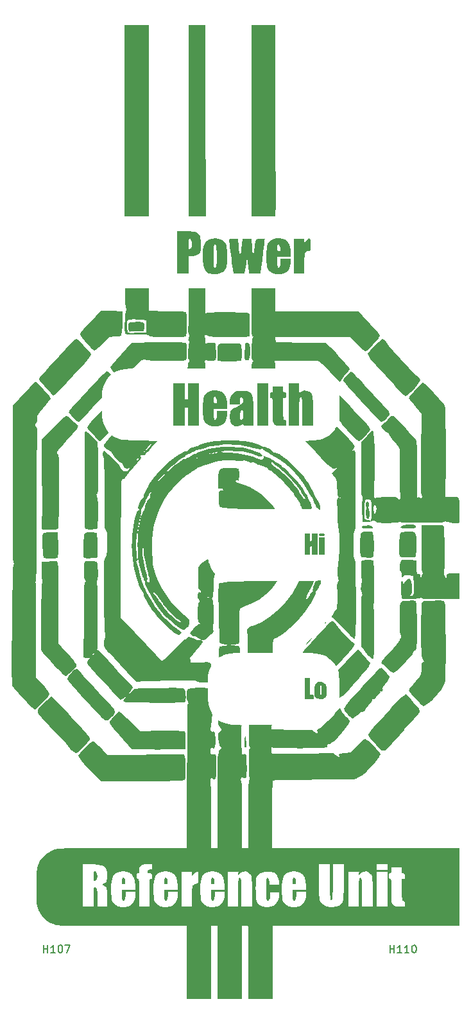
<source format=gbr>
G04 #@! TF.GenerationSoftware,KiCad,Pcbnew,(6.0.5)*
G04 #@! TF.CreationDate,2022-08-16T15:24:45+02:00*
G04 #@! TF.ProjectId,reference_front_panel,72656665-7265-46e6-9365-5f66726f6e74,rev?*
G04 #@! TF.SameCoordinates,Original*
G04 #@! TF.FileFunction,Legend,Top*
G04 #@! TF.FilePolarity,Positive*
%FSLAX46Y46*%
G04 Gerber Fmt 4.6, Leading zero omitted, Abs format (unit mm)*
G04 Created by KiCad (PCBNEW (6.0.5)) date 2022-08-16 15:24:45*
%MOMM*%
%LPD*%
G01*
G04 APERTURE LIST*
%ADD10C,0.150000*%
G04 APERTURE END LIST*
D10*
G04 #@! TO.C,H107*
X105735714Y-172352380D02*
X105735714Y-171352380D01*
X105735714Y-171828571D02*
X106307142Y-171828571D01*
X106307142Y-172352380D02*
X106307142Y-171352380D01*
X107307142Y-172352380D02*
X106735714Y-172352380D01*
X107021428Y-172352380D02*
X107021428Y-171352380D01*
X106926190Y-171495238D01*
X106830952Y-171590476D01*
X106735714Y-171638095D01*
X107926190Y-171352380D02*
X108021428Y-171352380D01*
X108116666Y-171400000D01*
X108164285Y-171447619D01*
X108211904Y-171542857D01*
X108259523Y-171733333D01*
X108259523Y-171971428D01*
X108211904Y-172161904D01*
X108164285Y-172257142D01*
X108116666Y-172304761D01*
X108021428Y-172352380D01*
X107926190Y-172352380D01*
X107830952Y-172304761D01*
X107783333Y-172257142D01*
X107735714Y-172161904D01*
X107688095Y-171971428D01*
X107688095Y-171733333D01*
X107735714Y-171542857D01*
X107783333Y-171447619D01*
X107830952Y-171400000D01*
X107926190Y-171352380D01*
X108592857Y-171352380D02*
X109259523Y-171352380D01*
X108830952Y-172352380D01*
G04 #@! TO.C,H110*
X151455714Y-172352380D02*
X151455714Y-171352380D01*
X151455714Y-171828571D02*
X152027142Y-171828571D01*
X152027142Y-172352380D02*
X152027142Y-171352380D01*
X153027142Y-172352380D02*
X152455714Y-172352380D01*
X152741428Y-172352380D02*
X152741428Y-171352380D01*
X152646190Y-171495238D01*
X152550952Y-171590476D01*
X152455714Y-171638095D01*
X153979523Y-172352380D02*
X153408095Y-172352380D01*
X153693809Y-172352380D02*
X153693809Y-171352380D01*
X153598571Y-171495238D01*
X153503333Y-171590476D01*
X153408095Y-171638095D01*
X154598571Y-171352380D02*
X154693809Y-171352380D01*
X154789047Y-171400000D01*
X154836666Y-171447619D01*
X154884285Y-171542857D01*
X154931904Y-171733333D01*
X154931904Y-171971428D01*
X154884285Y-172161904D01*
X154836666Y-172257142D01*
X154789047Y-172304761D01*
X154693809Y-172352380D01*
X154598571Y-172352380D01*
X154503333Y-172304761D01*
X154455714Y-172257142D01*
X154408095Y-172161904D01*
X154360476Y-171971428D01*
X154360476Y-171733333D01*
X154408095Y-171542857D01*
X154455714Y-171447619D01*
X154503333Y-171400000D01*
X154598571Y-171352380D01*
G04 #@! TO.C,G\u002A\u002A\u002A*
G36*
X130858044Y-91969544D02*
G01*
X131248759Y-91985424D01*
X131556548Y-92016832D01*
X131745412Y-92064598D01*
X131776276Y-92084849D01*
X131825304Y-92215123D01*
X131865391Y-92471343D01*
X131895045Y-92810287D01*
X131912775Y-93188732D01*
X131917091Y-93563455D01*
X131906501Y-93891232D01*
X131879515Y-94128842D01*
X131849878Y-94218667D01*
X131784540Y-94270224D01*
X131651126Y-94307432D01*
X131425230Y-94332868D01*
X131082443Y-94349109D01*
X130598360Y-94358731D01*
X130513751Y-94359743D01*
X130048698Y-94360979D01*
X129625059Y-94354771D01*
X129280815Y-94342205D01*
X129053949Y-94324366D01*
X129007667Y-94316715D01*
X128753667Y-94259609D01*
X128729734Y-93256312D01*
X128726780Y-92843415D01*
X128737426Y-92497976D01*
X128759809Y-92255162D01*
X128788136Y-92153809D01*
X128920469Y-92093972D01*
X129185859Y-92044678D01*
X129548309Y-92006757D01*
X129971821Y-91981041D01*
X130420399Y-91968359D01*
X130858044Y-91969544D01*
G37*
G36*
X142354904Y-123240377D02*
G01*
X142380881Y-123252668D01*
X142387260Y-123395318D01*
X142322291Y-123632829D01*
X142207466Y-123918448D01*
X142064277Y-124205423D01*
X141914214Y-124447000D01*
X141778770Y-124596426D01*
X141756761Y-124610382D01*
X141636605Y-124750317D01*
X141638315Y-124858491D01*
X141633385Y-125046706D01*
X141538810Y-125325289D01*
X141349695Y-125704071D01*
X141061144Y-126192882D01*
X140677599Y-126787497D01*
X140327301Y-127288868D01*
X139955478Y-127763168D01*
X139527738Y-128251259D01*
X139009691Y-128794004D01*
X138871334Y-128933691D01*
X138497347Y-129302522D01*
X138147214Y-129635628D01*
X137844525Y-129911503D01*
X137612869Y-130108640D01*
X137476775Y-130205075D01*
X137262275Y-130323327D01*
X136985115Y-130492114D01*
X136812100Y-130604167D01*
X136568076Y-130753719D01*
X136367666Y-130853655D01*
X136278397Y-130879333D01*
X136150111Y-130953942D01*
X136060466Y-131180797D01*
X136008371Y-131564439D01*
X135992667Y-132070178D01*
X135992667Y-132826667D01*
X132690667Y-132826667D01*
X132681203Y-131577833D01*
X132675630Y-131110253D01*
X132666804Y-130681153D01*
X132655795Y-130329603D01*
X132643669Y-130094676D01*
X132639370Y-130047332D01*
X132637450Y-129795074D01*
X132715578Y-129603884D01*
X132898918Y-129446154D01*
X133212635Y-129294277D01*
X133387932Y-129226114D01*
X134528092Y-128721263D01*
X135564343Y-128092285D01*
X136523934Y-127322161D01*
X136703184Y-127155292D01*
X137703692Y-126088482D01*
X138588883Y-124908254D01*
X139215073Y-123873167D01*
X139503086Y-123344000D01*
X141397684Y-123344000D01*
X141310362Y-123661500D01*
X141186588Y-124019459D01*
X141027327Y-124354717D01*
X140861508Y-124610708D01*
X140782522Y-124693531D01*
X140670339Y-124861739D01*
X140649334Y-124966406D01*
X140611952Y-125141130D01*
X140518516Y-125380905D01*
X140480000Y-125460667D01*
X140375822Y-125685014D01*
X140316155Y-125852526D01*
X140310667Y-125887123D01*
X140350369Y-125904053D01*
X140452572Y-125808435D01*
X140591916Y-125632479D01*
X140743045Y-125408392D01*
X140880598Y-125168385D01*
X140888157Y-125153609D01*
X141022568Y-124931884D01*
X141154173Y-124781333D01*
X141198140Y-124753301D01*
X141291320Y-124647596D01*
X141279802Y-124499090D01*
X141291901Y-124335407D01*
X141363314Y-124081109D01*
X141472132Y-123794165D01*
X141596449Y-123532541D01*
X141711145Y-123357763D01*
X141818353Y-123309778D01*
X142009087Y-123266733D01*
X142211789Y-123239857D01*
X142354904Y-123240377D01*
G37*
G36*
X113491273Y-101524852D02*
G01*
X113593942Y-102214209D01*
X113822694Y-102868589D01*
X114193838Y-103534487D01*
X114198992Y-103542385D01*
X114344137Y-103764437D01*
X113807569Y-104325552D01*
X113559899Y-104572958D01*
X113346896Y-104764655D01*
X113200622Y-104872710D01*
X113163464Y-104886667D01*
X113065099Y-104825682D01*
X112889683Y-104661951D01*
X112666749Y-104424312D01*
X112534816Y-104272833D01*
X112274549Y-103971754D01*
X112024859Y-103692322D01*
X111826262Y-103479549D01*
X111768853Y-103421875D01*
X111612447Y-103242945D01*
X111528527Y-103093455D01*
X111524000Y-103066437D01*
X111584625Y-102931277D01*
X111764725Y-102682079D01*
X112061639Y-102322093D01*
X112472704Y-101854569D01*
X112905203Y-101380110D01*
X113445711Y-100794553D01*
X113491273Y-101524852D01*
G37*
G36*
X145542302Y-99548686D02*
G01*
X145868753Y-99900149D01*
X146270503Y-100328308D01*
X146705106Y-100788164D01*
X147130117Y-101234718D01*
X147299269Y-101411353D01*
X147799204Y-101937720D01*
X148188038Y-102360838D01*
X148476925Y-102694620D01*
X148677021Y-102952983D01*
X148799480Y-103149839D01*
X148855456Y-103299102D01*
X148862000Y-103360662D01*
X148802909Y-103501155D01*
X148645999Y-103718840D01*
X148421816Y-103982151D01*
X148160909Y-104259518D01*
X147893823Y-104519374D01*
X147651106Y-104730151D01*
X147463303Y-104860282D01*
X147385364Y-104886667D01*
X147254000Y-104828861D01*
X147048530Y-104675596D01*
X146808320Y-104457101D01*
X146751355Y-104399833D01*
X146286157Y-103914872D01*
X145857454Y-103452564D01*
X145479639Y-103029691D01*
X145167101Y-102663039D01*
X144934232Y-102369390D01*
X144795422Y-102165529D01*
X144761714Y-102079364D01*
X144764590Y-101947917D01*
X144768926Y-101676864D01*
X144774302Y-101295920D01*
X144780299Y-100834801D01*
X144786350Y-100335833D01*
X144794033Y-99679667D01*
X145136667Y-99679667D01*
X145179000Y-99722000D01*
X145221334Y-99679667D01*
X145179000Y-99637333D01*
X145136667Y-99679667D01*
X144794033Y-99679667D01*
X144804937Y-98748333D01*
X145542302Y-99548686D01*
G37*
G36*
X132483317Y-144162837D02*
G01*
X132535795Y-144653143D01*
X132540778Y-144993027D01*
X132497158Y-145194925D01*
X132403827Y-145271271D01*
X132384463Y-145272667D01*
X132310456Y-145217644D01*
X132274293Y-145036364D01*
X132268069Y-144828167D01*
X132280714Y-144465424D01*
X132311761Y-144068009D01*
X132328755Y-143918000D01*
X132388705Y-143452333D01*
X132483317Y-144162837D01*
G37*
G36*
X149003937Y-116783928D02*
G01*
X149124194Y-116827853D01*
X149172444Y-116875462D01*
X149235135Y-117043109D01*
X149288370Y-117346215D01*
X149329561Y-117751042D01*
X149356119Y-118223856D01*
X149365455Y-118730919D01*
X149354978Y-119238497D01*
X149354552Y-119248341D01*
X149332119Y-119642150D01*
X149301204Y-119901715D01*
X149254370Y-120062121D01*
X149184183Y-120158455D01*
X149157011Y-120180437D01*
X149069183Y-120234397D01*
X148963103Y-120264639D01*
X148803465Y-120272161D01*
X148554964Y-120257965D01*
X148182293Y-120223052D01*
X148066848Y-120211333D01*
X147799779Y-120168126D01*
X147652752Y-120092803D01*
X147581573Y-119975338D01*
X147558701Y-119826674D01*
X147541948Y-119542613D01*
X147532345Y-119157015D01*
X147530920Y-118703739D01*
X147534298Y-118420246D01*
X147544676Y-117874468D01*
X147562946Y-117474013D01*
X147602729Y-117194967D01*
X147677647Y-117013416D01*
X147801320Y-116905447D01*
X147987372Y-116847146D01*
X148249422Y-116814600D01*
X148459143Y-116796600D01*
X148795426Y-116774967D01*
X149003937Y-116783928D01*
G37*
G36*
X140909624Y-78171265D02*
G01*
X140964220Y-78357397D01*
X140985842Y-78695994D01*
X140988000Y-78926911D01*
X140988000Y-79721821D01*
X140700174Y-79775818D01*
X140520174Y-79819126D01*
X140387244Y-79887726D01*
X140293523Y-80005650D01*
X140231152Y-80196932D01*
X140192270Y-80485608D01*
X140169017Y-80895712D01*
X140153629Y-81446971D01*
X140123591Y-82788667D01*
X138786667Y-82788667D01*
X138786667Y-78216667D01*
X140141334Y-78216667D01*
X140141334Y-78707733D01*
X140429200Y-78419867D01*
X140653993Y-78213279D01*
X140810175Y-78126819D01*
X140909624Y-78171265D01*
G37*
G36*
X141527100Y-137358858D02*
G01*
X141554161Y-137118759D01*
X141600581Y-136967482D01*
X141676851Y-136864772D01*
X141750000Y-136802990D01*
X142049029Y-136663897D01*
X142392472Y-136636900D01*
X142715211Y-136719644D01*
X142896849Y-136844485D01*
X142998997Y-136962424D01*
X143060976Y-137094702D01*
X143092612Y-137285536D01*
X143103731Y-137579144D01*
X143104667Y-137779667D01*
X143100155Y-138141698D01*
X143080070Y-138378711D01*
X143034585Y-138534921D01*
X142953873Y-138654548D01*
X142896849Y-138714848D01*
X142617661Y-138884576D01*
X142279621Y-138935339D01*
X141943964Y-138867559D01*
X141695559Y-138706589D01*
X141592929Y-138593150D01*
X141531258Y-138476100D01*
X141502433Y-138312898D01*
X141498338Y-138061001D01*
X141507268Y-137779667D01*
X142258000Y-137779667D01*
X142267364Y-138130141D01*
X142293118Y-138378332D01*
X142331755Y-138494434D01*
X142342667Y-138499333D01*
X142383899Y-138419741D01*
X142413098Y-138200836D01*
X142426757Y-137872420D01*
X142427334Y-137779667D01*
X142417970Y-137429192D01*
X142392216Y-137181001D01*
X142353579Y-137064899D01*
X142342667Y-137060000D01*
X142301435Y-137139592D01*
X142272236Y-137358497D01*
X142258577Y-137686913D01*
X142258000Y-137779667D01*
X141507268Y-137779667D01*
X141508907Y-137728029D01*
X141527100Y-137358858D01*
G37*
G36*
X107343024Y-116901158D02*
G01*
X107539129Y-116915758D01*
X107593652Y-116930096D01*
X107622689Y-117040085D01*
X107647744Y-117286240D01*
X107668317Y-117635432D01*
X107683908Y-118054527D01*
X107694019Y-118510397D01*
X107698150Y-118969911D01*
X107695802Y-119399936D01*
X107686476Y-119767343D01*
X107669671Y-120039000D01*
X107644890Y-120181777D01*
X107642730Y-120186302D01*
X107580174Y-120272932D01*
X107481076Y-120326124D01*
X107308088Y-120353853D01*
X107023863Y-120364092D01*
X106805053Y-120365158D01*
X106446390Y-120357529D01*
X106136205Y-120337048D01*
X105925962Y-120307588D01*
X105885719Y-120295954D01*
X105799967Y-120243995D01*
X105741734Y-120145473D01*
X105701592Y-119965894D01*
X105670115Y-119670764D01*
X105652886Y-119443945D01*
X105614990Y-118785120D01*
X105598862Y-118201257D01*
X105604059Y-117713373D01*
X105630140Y-117342484D01*
X105676661Y-117109607D01*
X105703167Y-117056704D01*
X105789054Y-116989746D01*
X105946172Y-116944704D01*
X106205524Y-116916525D01*
X106598117Y-116900161D01*
X106675718Y-116898294D01*
X107042475Y-116894895D01*
X107343024Y-116901158D01*
G37*
G36*
X110241349Y-134940163D02*
G01*
X110441005Y-135114861D01*
X110565560Y-135268188D01*
X110756103Y-135502305D01*
X111052984Y-135844952D01*
X111444483Y-136283267D01*
X111918878Y-136804390D01*
X112464447Y-137395460D01*
X113069469Y-138043619D01*
X113722222Y-138736004D01*
X113829184Y-138848845D01*
X114298280Y-139346029D01*
X114657910Y-139740176D01*
X114916056Y-140050231D01*
X115080702Y-140295137D01*
X115159829Y-140493841D01*
X115161421Y-140665286D01*
X115093460Y-140828418D01*
X114963928Y-141002181D01*
X114809225Y-141174725D01*
X114576431Y-141405304D01*
X114347430Y-141597023D01*
X114216858Y-141682853D01*
X114080965Y-141743019D01*
X113969561Y-141742787D01*
X113836509Y-141664738D01*
X113635672Y-141491453D01*
X113582964Y-141443519D01*
X113306782Y-141180827D01*
X113027599Y-140898285D01*
X112884165Y-140743900D01*
X112691481Y-140530901D01*
X112426862Y-140241813D01*
X112133993Y-139924263D01*
X111989667Y-139768679D01*
X111288143Y-139012533D01*
X110695347Y-138369687D01*
X110203219Y-137830828D01*
X109803698Y-137386640D01*
X109488723Y-137027809D01*
X109250234Y-136745023D01*
X109080171Y-136528967D01*
X108970472Y-136370326D01*
X108913077Y-136259787D01*
X108899387Y-136197877D01*
X108952536Y-136068322D01*
X109090650Y-135856434D01*
X109281835Y-135602426D01*
X109494196Y-135346514D01*
X109695838Y-135128911D01*
X109854869Y-134989831D01*
X109860465Y-134986094D01*
X110058570Y-134901535D01*
X110241349Y-134940163D01*
G37*
G36*
X137347334Y-98071000D02*
G01*
X137356107Y-98306107D01*
X137399230Y-98417498D01*
X137501909Y-98450545D01*
X137559000Y-98452000D01*
X137689615Y-98467791D01*
X137751499Y-98545413D01*
X137769858Y-98730236D01*
X137770667Y-98833000D01*
X137761976Y-99068038D01*
X137718918Y-99179396D01*
X137616015Y-99212494D01*
X137556953Y-99214000D01*
X137343239Y-99214000D01*
X137366453Y-100632167D01*
X137375658Y-101151857D01*
X137386019Y-101526574D01*
X137401137Y-101780660D01*
X137424611Y-101938456D01*
X137460040Y-102024305D01*
X137511025Y-102062549D01*
X137580167Y-102077388D01*
X137699991Y-102117659D01*
X137755859Y-102225292D01*
X137770580Y-102448442D01*
X137770667Y-102479555D01*
X137770667Y-102854667D01*
X137156834Y-102852092D01*
X136827769Y-102838368D01*
X136548049Y-102804780D01*
X136376685Y-102758501D01*
X136373667Y-102756899D01*
X136245372Y-102678522D01*
X136149611Y-102587082D01*
X136081643Y-102458319D01*
X136036731Y-102267969D01*
X136010134Y-101991772D01*
X135997113Y-101605467D01*
X135992929Y-101084790D01*
X135992667Y-100806484D01*
X135991925Y-100250978D01*
X135988104Y-99842309D01*
X135978812Y-99557984D01*
X135961659Y-99375509D01*
X135934250Y-99272389D01*
X135894196Y-99226131D01*
X135839103Y-99214239D01*
X135823334Y-99214000D01*
X135717514Y-99189071D01*
X135667474Y-99085558D01*
X135654065Y-98860370D01*
X135654000Y-98833000D01*
X135665080Y-98594905D01*
X135711085Y-98482317D01*
X135811169Y-98452145D01*
X135823334Y-98452000D01*
X135929153Y-98427071D01*
X135979193Y-98323558D01*
X135992602Y-98098370D01*
X135992667Y-98071000D01*
X135992667Y-97690000D01*
X137347334Y-97690000D01*
X137347334Y-98071000D01*
G37*
G36*
X112719188Y-161690253D02*
G01*
X112836669Y-161907627D01*
X112878664Y-162245380D01*
X112878667Y-162248333D01*
X112837282Y-162586917D01*
X112720329Y-162805275D01*
X112538610Y-162883329D01*
X112537021Y-162883333D01*
X112451894Y-162867594D01*
X112401941Y-162797051D01*
X112377994Y-162636711D01*
X112370888Y-162351585D01*
X112370667Y-162248333D01*
X112374790Y-161923390D01*
X112393271Y-161732710D01*
X112435276Y-161641302D01*
X112509972Y-161614176D01*
X112537021Y-161613333D01*
X112719188Y-161690253D01*
G37*
G36*
X126988029Y-137419210D02*
G01*
X127156419Y-137438435D01*
X127421837Y-137487349D01*
X127454841Y-138616748D01*
X127470137Y-139079031D01*
X127490006Y-139414477D01*
X127522744Y-139665541D01*
X127576649Y-139874679D01*
X127660017Y-140084346D01*
X127781146Y-140336998D01*
X127797455Y-140369888D01*
X127950572Y-140707023D01*
X128032531Y-140952401D01*
X128034858Y-141080341D01*
X128032807Y-141083104D01*
X127993053Y-141205052D01*
X127953474Y-141449372D01*
X127921170Y-141769249D01*
X127914626Y-141862357D01*
X127887090Y-142216950D01*
X127854004Y-142530485D01*
X127821696Y-142744736D01*
X127815898Y-142770499D01*
X127812520Y-142990918D01*
X127900936Y-143146465D01*
X128050038Y-143191510D01*
X128094767Y-143179544D01*
X128242884Y-143175542D01*
X128349575Y-143300923D01*
X128418216Y-143566115D01*
X128452186Y-143981545D01*
X128457334Y-144299000D01*
X128445040Y-144795041D01*
X128404733Y-145136904D01*
X128331274Y-145338191D01*
X128219527Y-145412504D01*
X128064351Y-145373446D01*
X128053602Y-145367824D01*
X127918894Y-145314662D01*
X127844249Y-145354303D01*
X127814513Y-145512827D01*
X127813663Y-145780667D01*
X127826998Y-146015398D01*
X127873949Y-146127622D01*
X127986211Y-146164152D01*
X128076334Y-146168651D01*
X128293955Y-146178232D01*
X128433143Y-146189818D01*
X128480066Y-146251923D01*
X128511796Y-146433811D01*
X128529899Y-146751618D01*
X128535939Y-147221482D01*
X128535953Y-147249680D01*
X128539962Y-147688489D01*
X128550859Y-148097000D01*
X128566948Y-148427885D01*
X128585241Y-148625514D01*
X128584479Y-148871551D01*
X128524458Y-149111872D01*
X128425461Y-149315738D01*
X128307770Y-149452413D01*
X128191669Y-149491157D01*
X128097439Y-149401233D01*
X128088049Y-149379000D01*
X127997065Y-149261939D01*
X127887909Y-149307055D01*
X127805054Y-149442500D01*
X127764023Y-149706784D01*
X127790987Y-149829586D01*
X127805315Y-149950941D01*
X127818867Y-150224672D01*
X127831353Y-150633823D01*
X127842479Y-151161436D01*
X127851955Y-151790555D01*
X127859490Y-152504223D01*
X127864790Y-153285484D01*
X127867565Y-154117380D01*
X127867799Y-154295752D01*
X127871885Y-158565333D01*
X128711334Y-158565333D01*
X128721904Y-154183833D01*
X128723724Y-153270078D01*
X128724837Y-152352488D01*
X128725260Y-151455800D01*
X128725010Y-150604748D01*
X128724106Y-149824067D01*
X128722564Y-149138493D01*
X128720402Y-148572762D01*
X128717638Y-148151607D01*
X128717635Y-148151333D01*
X128714536Y-147555206D01*
X128718417Y-147103875D01*
X128730800Y-146772888D01*
X128753208Y-146537796D01*
X128787161Y-146374148D01*
X128834182Y-146257495D01*
X128835699Y-146254672D01*
X128913718Y-146033349D01*
X128916025Y-145843387D01*
X128915525Y-145841782D01*
X128925200Y-145677933D01*
X129074494Y-145501748D01*
X129104391Y-145476655D01*
X129246382Y-145341217D01*
X129245616Y-145280755D01*
X129211757Y-145275711D01*
X129059650Y-145189507D01*
X128941599Y-144941267D01*
X128858964Y-144535104D01*
X128818598Y-144087333D01*
X128778530Y-143367667D01*
X129053086Y-143123648D01*
X129216741Y-142967493D01*
X129263065Y-142877117D01*
X129207478Y-142813173D01*
X129180888Y-142797501D01*
X129033229Y-142643203D01*
X128900837Y-142388140D01*
X128813879Y-142100223D01*
X128796000Y-141931053D01*
X128801204Y-141793809D01*
X128839741Y-141735485D01*
X128945998Y-141755151D01*
X129154361Y-141851877D01*
X129285648Y-141917802D01*
X129874979Y-142145152D01*
X130555287Y-142273618D01*
X131261206Y-142309333D01*
X131596669Y-142311365D01*
X131793859Y-142323899D01*
X131883836Y-142356594D01*
X131897659Y-142419109D01*
X131873802Y-142499833D01*
X131832075Y-142728412D01*
X131830789Y-142944333D01*
X131840210Y-143113788D01*
X131851177Y-143417478D01*
X131862651Y-143820327D01*
X131873593Y-144287256D01*
X131879687Y-144595333D01*
X131888964Y-145069915D01*
X131898213Y-145488293D01*
X131906672Y-145819740D01*
X131913575Y-146033529D01*
X131916994Y-146096050D01*
X132000423Y-146163315D01*
X132172398Y-146151020D01*
X132391138Y-146148825D01*
X132482964Y-146210414D01*
X132511962Y-146340084D01*
X132535636Y-146603027D01*
X132553634Y-146963255D01*
X132565606Y-147384781D01*
X132571199Y-147831618D01*
X132570063Y-148267778D01*
X132561845Y-148657273D01*
X132546195Y-148964117D01*
X132522762Y-149152322D01*
X132512004Y-149184766D01*
X132383014Y-149319885D01*
X132216716Y-149295887D01*
X132086448Y-149199212D01*
X131972125Y-149115807D01*
X131898319Y-149156561D01*
X131833358Y-149283879D01*
X131774936Y-149504764D01*
X131834133Y-149729743D01*
X131838155Y-149738649D01*
X131874921Y-149876928D01*
X131901888Y-150117832D01*
X131919637Y-150476061D01*
X131928745Y-150966315D01*
X131929791Y-151603294D01*
X131927290Y-152003482D01*
X131922733Y-152702069D01*
X131919482Y-153511941D01*
X131917642Y-154375055D01*
X131917318Y-155233366D01*
X131918614Y-156028831D01*
X131919545Y-156300500D01*
X131928667Y-158565333D01*
X132817667Y-158565363D01*
X132788299Y-154245004D01*
X132782161Y-153261631D01*
X132778432Y-152433804D01*
X132777410Y-151747747D01*
X132779391Y-151189685D01*
X132784671Y-150745843D01*
X132793547Y-150402446D01*
X132806315Y-150145718D01*
X132823271Y-149961885D01*
X132844713Y-149837172D01*
X132870936Y-149757803D01*
X132885430Y-149731581D01*
X132963926Y-149513279D01*
X132937354Y-149405259D01*
X132913609Y-149280943D01*
X132893128Y-149016857D01*
X132877194Y-148642553D01*
X132867088Y-148187582D01*
X132864048Y-147716833D01*
X132864452Y-147197479D01*
X132864792Y-146716196D01*
X132865045Y-146306918D01*
X132865190Y-146003575D01*
X132865213Y-145852414D01*
X132896689Y-145619326D01*
X132973926Y-145454678D01*
X132987194Y-145441839D01*
X133066025Y-145344236D01*
X133009132Y-145241016D01*
X132984908Y-145216145D01*
X132937395Y-145138254D01*
X132904462Y-144999197D01*
X132884429Y-144774808D01*
X132875614Y-144440922D01*
X132876337Y-143973374D01*
X132879494Y-143700553D01*
X132898452Y-142309333D01*
X135878673Y-142309333D01*
X135842865Y-142553307D01*
X135853396Y-142768928D01*
X135921029Y-142870807D01*
X136031485Y-142889143D01*
X136289555Y-142905809D01*
X136673521Y-142920215D01*
X137161666Y-142931769D01*
X137732274Y-142939882D01*
X138363627Y-142943962D01*
X138624268Y-142944333D01*
X141213535Y-142944333D01*
X141527047Y-143219500D01*
X141766881Y-143413822D01*
X141902873Y-143480508D01*
X141942276Y-143419715D01*
X141892344Y-143231602D01*
X141890812Y-143227433D01*
X141835549Y-143037864D01*
X141861877Y-142946845D01*
X141919334Y-142917581D01*
X142035392Y-142842784D01*
X142236784Y-142679445D01*
X142487659Y-142457292D01*
X142596667Y-142355951D01*
X142909670Y-142068209D01*
X143238059Y-141778216D01*
X143519433Y-141540872D01*
X143562782Y-141505978D01*
X143829513Y-141254051D01*
X144109083Y-140928366D01*
X144313072Y-140641508D01*
X144539794Y-140317020D01*
X144720455Y-140148616D01*
X144865236Y-140132658D01*
X144984316Y-140265509D01*
X145036122Y-140383167D01*
X145133251Y-140566487D01*
X145290522Y-140792306D01*
X145472145Y-141017069D01*
X145642332Y-141197222D01*
X145765291Y-141289212D01*
X145784042Y-141293333D01*
X145890956Y-141359166D01*
X146019788Y-141512322D01*
X146121692Y-141686284D01*
X146151068Y-141793121D01*
X146132838Y-141882959D01*
X146070563Y-142017731D01*
X145950193Y-142221452D01*
X145757677Y-142518138D01*
X145521289Y-142869499D01*
X145349025Y-143094115D01*
X145137085Y-143334412D01*
X145097956Y-143374893D01*
X144873110Y-143613392D01*
X144656533Y-143858799D01*
X144628667Y-143892124D01*
X144446599Y-144088967D01*
X144196587Y-144330989D01*
X144002621Y-144504844D01*
X143742120Y-144710558D01*
X143554371Y-144807382D01*
X143401210Y-144814380D01*
X143388787Y-144811500D01*
X143240241Y-144800021D01*
X143191836Y-144900290D01*
X143189334Y-144971741D01*
X143182993Y-145072960D01*
X143153943Y-145156228D01*
X143087145Y-145223309D01*
X142967557Y-145275966D01*
X142780141Y-145315962D01*
X142509856Y-145345060D01*
X142141661Y-145365024D01*
X141660517Y-145377616D01*
X141051384Y-145384601D01*
X140299221Y-145387740D01*
X139633334Y-145388632D01*
X138903748Y-145387627D01*
X138217182Y-145383684D01*
X137594548Y-145377146D01*
X137056758Y-145368359D01*
X136624724Y-145357667D01*
X136319357Y-145345415D01*
X136161571Y-145331946D01*
X136158615Y-145331385D01*
X135858896Y-145271665D01*
X135862281Y-145716666D01*
X135869951Y-145975132D01*
X135901467Y-146105054D01*
X135977264Y-146147186D01*
X136077334Y-146145548D01*
X136203801Y-146141103D01*
X136481541Y-146134795D01*
X136892507Y-146126929D01*
X137418654Y-146117808D01*
X138041935Y-146107736D01*
X138744304Y-146097015D01*
X139507713Y-146085950D01*
X140144670Y-146077130D01*
X144000339Y-146024831D01*
X144326145Y-146283749D01*
X144572216Y-146456761D01*
X144749270Y-146537654D01*
X144836898Y-146521919D01*
X144814690Y-146405048D01*
X144806887Y-146389938D01*
X144759993Y-146244866D01*
X144813015Y-146140805D01*
X144985180Y-146067501D01*
X145295715Y-146014706D01*
X145560274Y-145988280D01*
X146279667Y-145926612D01*
X147170411Y-145006973D01*
X147489728Y-144685788D01*
X147776116Y-144413497D01*
X148005783Y-144211534D01*
X148154939Y-144101338D01*
X148191090Y-144087333D01*
X148293478Y-144145101D01*
X148485330Y-144301472D01*
X148740795Y-144531044D01*
X149034023Y-144808417D01*
X149339166Y-145108190D01*
X149630373Y-145404961D01*
X149881795Y-145673329D01*
X150067582Y-145887895D01*
X150161886Y-146023255D01*
X150162436Y-146024472D01*
X150182487Y-146197809D01*
X150092865Y-146428316D01*
X150042645Y-146515831D01*
X149819013Y-146843432D01*
X149520936Y-147218378D01*
X149172657Y-147616237D01*
X148798421Y-148012577D01*
X148422470Y-148382966D01*
X148069049Y-148702973D01*
X147762400Y-148948164D01*
X147526767Y-149094109D01*
X147459825Y-149118733D01*
X147235367Y-149221107D01*
X147081847Y-149338820D01*
X147000791Y-149405248D01*
X146893443Y-149451330D01*
X146730175Y-149480618D01*
X146481363Y-149496663D01*
X146117379Y-149503016D01*
X145708167Y-149503475D01*
X145189874Y-149503629D01*
X144577075Y-149505885D01*
X143887490Y-149510013D01*
X143138842Y-149515785D01*
X142348853Y-149522970D01*
X141535243Y-149531341D01*
X140715736Y-149540668D01*
X139908054Y-149550721D01*
X139129917Y-149561272D01*
X138399048Y-149572091D01*
X137733169Y-149582950D01*
X137150002Y-149593618D01*
X136667268Y-149603868D01*
X136302690Y-149613470D01*
X136073989Y-149622194D01*
X135999111Y-149629017D01*
X135986710Y-149718725D01*
X135974539Y-149961944D01*
X135962876Y-150342853D01*
X135951996Y-150845629D01*
X135942179Y-151454452D01*
X135933701Y-152153498D01*
X135926840Y-152926947D01*
X135921873Y-153758976D01*
X135920437Y-154116751D01*
X135905113Y-158565333D01*
X160630667Y-158565333D01*
X160630667Y-168810000D01*
X135992667Y-168810000D01*
X135992667Y-178462000D01*
X132768303Y-178462000D01*
X132775577Y-173826500D01*
X132776879Y-172950927D01*
X132777970Y-172122477D01*
X132778840Y-171357320D01*
X132779476Y-170671626D01*
X132779867Y-170081565D01*
X132780001Y-169603306D01*
X132779866Y-169253020D01*
X132779451Y-169046875D01*
X132779092Y-169000500D01*
X132759287Y-168886950D01*
X132676962Y-168830321D01*
X132488971Y-168811367D01*
X132352000Y-168810000D01*
X131928667Y-168810000D01*
X131928667Y-178462000D01*
X128711334Y-178462000D01*
X128711334Y-168810000D01*
X127874020Y-168810000D01*
X127880434Y-171794500D01*
X127881681Y-172595296D01*
X127882141Y-173435053D01*
X127881854Y-174275254D01*
X127880855Y-175077384D01*
X127879182Y-175802928D01*
X127876874Y-176413370D01*
X127875758Y-176620500D01*
X127864667Y-178462000D01*
X124641990Y-178462000D01*
X124665828Y-173635973D01*
X124689667Y-168809947D01*
X116210752Y-168809973D01*
X114823886Y-168809890D01*
X113595948Y-168809503D01*
X112516532Y-168808617D01*
X111575233Y-168807040D01*
X110761646Y-168804576D01*
X110065365Y-168801033D01*
X109475985Y-168796217D01*
X108983099Y-168789934D01*
X108576304Y-168781990D01*
X108245193Y-168772192D01*
X107979361Y-168760345D01*
X107768402Y-168746256D01*
X107601911Y-168729731D01*
X107469483Y-168710577D01*
X107360712Y-168688599D01*
X107265193Y-168663605D01*
X107193752Y-168642064D01*
X106553345Y-168357112D01*
X105977640Y-167935290D01*
X105495198Y-167405158D01*
X105134580Y-166795277D01*
X105003270Y-166451581D01*
X104951481Y-166270122D01*
X104951455Y-166270000D01*
X110931334Y-166270000D01*
X112370667Y-166270000D01*
X112370667Y-165000000D01*
X112371837Y-164511721D01*
X112377542Y-164167643D01*
X112391074Y-163942641D01*
X112415723Y-163811587D01*
X112454780Y-163749354D01*
X112511538Y-163730816D01*
X112537021Y-163730000D01*
X112665573Y-163759825D01*
X112758828Y-163863127D01*
X112821728Y-164060643D01*
X112859215Y-164373111D01*
X112876229Y-164821270D01*
X112878667Y-165163767D01*
X112878667Y-166270000D01*
X114148667Y-166270000D01*
X114145974Y-165063500D01*
X114141873Y-164550830D01*
X114126649Y-164178387D01*
X114095168Y-163941296D01*
X114675702Y-163941296D01*
X114681024Y-164439627D01*
X114713532Y-164888622D01*
X114726538Y-164990475D01*
X114787520Y-165344631D01*
X114863621Y-165586498D01*
X114977428Y-165772959D01*
X115085647Y-165894826D01*
X115326974Y-166091437D01*
X115594339Y-166236901D01*
X115662472Y-166260430D01*
X116024080Y-166316600D01*
X116441689Y-166313333D01*
X116845976Y-166256522D01*
X117167615Y-166152058D01*
X117211111Y-166128807D01*
X117503855Y-165868159D01*
X117725301Y-165492128D01*
X117852479Y-165047621D01*
X117874000Y-164775016D01*
X117874000Y-164322667D01*
X116624352Y-164322667D01*
X116587516Y-164831927D01*
X116538204Y-165205990D01*
X116452145Y-165424411D01*
X116323310Y-165498075D01*
X116228691Y-165479566D01*
X116159602Y-165417395D01*
X116118469Y-165274475D01*
X116099392Y-165018307D01*
X116096000Y-164748657D01*
X116096000Y-164068667D01*
X117874000Y-164068667D01*
X117873528Y-163539500D01*
X117823788Y-162910520D01*
X117673348Y-162414216D01*
X117559019Y-162248333D01*
X118043334Y-162248333D01*
X118054413Y-162486428D01*
X118100419Y-162599016D01*
X118200502Y-162629188D01*
X118212667Y-162629333D01*
X118268403Y-162635640D01*
X118310345Y-162668596D01*
X118340452Y-162749250D01*
X118360682Y-162898654D01*
X118372992Y-163137857D01*
X118379342Y-163487911D01*
X118381689Y-163969865D01*
X118382000Y-164449667D01*
X118382000Y-166270000D01*
X119736667Y-166270000D01*
X119736667Y-164449667D01*
X119737165Y-163941296D01*
X120263702Y-163941296D01*
X120269024Y-164439627D01*
X120301532Y-164888622D01*
X120314538Y-164990475D01*
X120375520Y-165344631D01*
X120451621Y-165586498D01*
X120565428Y-165772959D01*
X120673647Y-165894826D01*
X120914974Y-166091437D01*
X121182339Y-166236901D01*
X121250472Y-166260430D01*
X121612080Y-166316600D01*
X122029689Y-166313333D01*
X122338062Y-166270000D01*
X123970000Y-166270000D01*
X125313015Y-166270000D01*
X125340007Y-164907665D01*
X125351168Y-164397804D01*
X125363989Y-164029871D01*
X125370477Y-163941296D01*
X126444369Y-163941296D01*
X126449691Y-164439627D01*
X126482199Y-164888622D01*
X126495205Y-164990475D01*
X126556187Y-165344631D01*
X126632288Y-165586498D01*
X126746095Y-165772959D01*
X126854313Y-165894826D01*
X127095641Y-166091437D01*
X127363005Y-166236901D01*
X127431139Y-166260430D01*
X127792746Y-166316600D01*
X128210356Y-166313333D01*
X128518728Y-166270000D01*
X130066000Y-166270000D01*
X131420667Y-166270000D01*
X131421963Y-164470833D01*
X131425748Y-163930414D01*
X131435588Y-163443682D01*
X131450420Y-163037424D01*
X131469180Y-162738427D01*
X131490805Y-162573481D01*
X131498085Y-162553496D01*
X131629222Y-162477403D01*
X131708455Y-162487339D01*
X131753171Y-162522031D01*
X131786991Y-162601066D01*
X131811383Y-162745186D01*
X131827814Y-162975135D01*
X131837749Y-163311658D01*
X131842656Y-163775498D01*
X131844000Y-164387399D01*
X131844000Y-166270000D01*
X133300944Y-166270000D01*
X133270972Y-164244167D01*
X133264048Y-163814667D01*
X133753701Y-163814667D01*
X133756368Y-164280297D01*
X133766934Y-164709223D01*
X133783841Y-165061315D01*
X133805533Y-165296441D01*
X133812847Y-165338667D01*
X133979742Y-165750163D01*
X134272830Y-166057832D01*
X134678456Y-166253323D01*
X135182964Y-166328286D01*
X135420690Y-166321847D01*
X135747185Y-166273142D01*
X136049749Y-166187661D01*
X136182690Y-166127968D01*
X136459792Y-165882790D01*
X136677998Y-165524148D01*
X136810994Y-165104747D01*
X136839334Y-164812727D01*
X136839334Y-164407333D01*
X135654000Y-164407333D01*
X135654000Y-164814484D01*
X135620125Y-165153024D01*
X135527339Y-165386930D01*
X135388895Y-165492203D01*
X135285244Y-165482080D01*
X135233901Y-165444187D01*
X135196766Y-165360052D01*
X135171626Y-165205864D01*
X135156268Y-164957808D01*
X135148477Y-164592072D01*
X135146041Y-164084841D01*
X135146000Y-163984000D01*
X135146149Y-163941296D01*
X137197036Y-163941296D01*
X137202358Y-164439627D01*
X137234865Y-164888622D01*
X137247872Y-164990475D01*
X137308853Y-165344631D01*
X137384954Y-165586498D01*
X137498762Y-165772959D01*
X137606980Y-165894826D01*
X137848307Y-166091437D01*
X138115672Y-166236901D01*
X138183805Y-166260430D01*
X138545413Y-166316600D01*
X138963022Y-166313333D01*
X139367309Y-166256522D01*
X139688948Y-166152058D01*
X139732444Y-166128807D01*
X140025189Y-165868159D01*
X140246634Y-165492128D01*
X140373813Y-165047621D01*
X140395334Y-164775016D01*
X140395334Y-164322667D01*
X139145686Y-164322667D01*
X139108849Y-164831927D01*
X139059537Y-165205990D01*
X138973478Y-165424411D01*
X138844643Y-165498075D01*
X138750025Y-165479566D01*
X138680936Y-165417395D01*
X138639803Y-165274475D01*
X138620725Y-165018307D01*
X138617334Y-164748657D01*
X138617334Y-164068667D01*
X140395334Y-164068667D01*
X140394861Y-163539500D01*
X140345121Y-162910520D01*
X140194681Y-162414216D01*
X139939847Y-162044469D01*
X139576922Y-161795159D01*
X139280693Y-161694648D01*
X138768788Y-161632850D01*
X138287235Y-161687747D01*
X137868863Y-161848316D01*
X137546503Y-162103534D01*
X137398343Y-162326674D01*
X137319553Y-162586318D01*
X137258096Y-162971038D01*
X137216436Y-163437232D01*
X137197036Y-163941296D01*
X135146149Y-163941296D01*
X135147868Y-163449117D01*
X135154893Y-163059962D01*
X135169212Y-162792957D01*
X135192961Y-162624524D01*
X135228273Y-162531086D01*
X135277285Y-162489064D01*
X135281545Y-162487339D01*
X135433482Y-162498181D01*
X135529484Y-162665631D01*
X135567482Y-162985759D01*
X135568037Y-163031500D01*
X135569334Y-163391333D01*
X136862648Y-163391333D01*
X136806989Y-162904500D01*
X136693066Y-162416853D01*
X136472680Y-162054961D01*
X136138404Y-161812804D01*
X135682807Y-161684365D01*
X135269596Y-161658950D01*
X134895964Y-161675470D01*
X134625934Y-161729415D01*
X134395406Y-161834744D01*
X134357376Y-161857624D01*
X134143370Y-162007324D01*
X133986530Y-162171875D01*
X133878106Y-162379643D01*
X133809347Y-162658998D01*
X133771503Y-163038308D01*
X133755824Y-163545942D01*
X133753701Y-163814667D01*
X133264048Y-163814667D01*
X133260629Y-163602568D01*
X133249627Y-163107899D01*
X133235940Y-162737763D01*
X133217542Y-162469761D01*
X133192405Y-162281496D01*
X133158503Y-162150570D01*
X133113808Y-162054585D01*
X133066515Y-161984672D01*
X132793189Y-161747268D01*
X132453224Y-161638191D01*
X132092195Y-161658953D01*
X131755677Y-161811066D01*
X131611281Y-161936395D01*
X131396956Y-162163667D01*
X131439404Y-161930833D01*
X131481852Y-161698000D01*
X130066000Y-161698000D01*
X130066000Y-166270000D01*
X128518728Y-166270000D01*
X128614642Y-166256522D01*
X128936282Y-166152058D01*
X128979778Y-166128807D01*
X129272522Y-165868159D01*
X129493967Y-165492128D01*
X129621146Y-165047621D01*
X129642667Y-164775016D01*
X129642667Y-164322667D01*
X128393019Y-164322667D01*
X128356183Y-164831927D01*
X128306870Y-165205990D01*
X128220812Y-165424411D01*
X128091977Y-165498075D01*
X127997358Y-165479566D01*
X127928269Y-165417395D01*
X127887136Y-165274475D01*
X127868058Y-165018307D01*
X127864667Y-164748657D01*
X127864667Y-164068667D01*
X129642667Y-164068667D01*
X129642195Y-163539500D01*
X129592454Y-162910520D01*
X129442015Y-162414216D01*
X129187180Y-162044469D01*
X128824255Y-161795159D01*
X128528027Y-161694648D01*
X128016121Y-161632850D01*
X127534568Y-161687747D01*
X127116196Y-161848316D01*
X126793836Y-162103534D01*
X126645677Y-162326674D01*
X126566887Y-162586318D01*
X126505430Y-162971038D01*
X126463770Y-163437232D01*
X126444369Y-163941296D01*
X125370477Y-163941296D01*
X125382549Y-163776478D01*
X125410924Y-163610236D01*
X125453192Y-163503758D01*
X125513429Y-163429655D01*
X125566880Y-163383665D01*
X125780251Y-163264465D01*
X125969047Y-163222000D01*
X126062506Y-163215391D01*
X126121569Y-163174499D01*
X126154126Y-163067732D01*
X126168067Y-162863492D01*
X126171281Y-162530186D01*
X126171334Y-162411961D01*
X126169838Y-162038288D01*
X126160405Y-161804520D01*
X126135613Y-161681229D01*
X126088040Y-161638985D01*
X126010264Y-161648362D01*
X125980834Y-161656583D01*
X125798802Y-161753547D01*
X125593979Y-161922623D01*
X125557500Y-161959958D01*
X125324667Y-162208671D01*
X125324667Y-161698000D01*
X123970000Y-161698000D01*
X123970000Y-166270000D01*
X122338062Y-166270000D01*
X122433976Y-166256522D01*
X122755615Y-166152058D01*
X122799111Y-166128807D01*
X123091855Y-165868159D01*
X123313301Y-165492128D01*
X123440479Y-165047621D01*
X123462000Y-164775016D01*
X123462000Y-164322667D01*
X122212352Y-164322667D01*
X122175516Y-164831927D01*
X122126204Y-165205990D01*
X122040145Y-165424411D01*
X121911310Y-165498075D01*
X121816691Y-165479566D01*
X121747602Y-165417395D01*
X121706469Y-165274475D01*
X121687392Y-165018307D01*
X121684000Y-164748657D01*
X121684000Y-164068667D01*
X123462000Y-164068667D01*
X123461528Y-163539500D01*
X123411788Y-162910520D01*
X123261348Y-162414216D01*
X123006513Y-162044469D01*
X122643588Y-161795159D01*
X122347360Y-161694648D01*
X121835455Y-161632850D01*
X121353901Y-161687747D01*
X120935530Y-161848316D01*
X120613170Y-162103534D01*
X120465010Y-162326674D01*
X120386220Y-162586318D01*
X120324763Y-162971038D01*
X120283103Y-163437232D01*
X120263702Y-163941296D01*
X119737165Y-163941296D01*
X119737254Y-163850504D01*
X119740319Y-163399623D01*
X119747822Y-163075973D01*
X119761720Y-162858505D01*
X119783971Y-162726167D01*
X119816535Y-162657910D01*
X119861367Y-162632682D01*
X119906000Y-162629333D01*
X120011820Y-162604404D01*
X120061859Y-162500891D01*
X120075269Y-162275704D01*
X120075334Y-162248333D01*
X120069129Y-162014233D01*
X120026164Y-161903380D01*
X119909913Y-161869687D01*
X119773376Y-161867333D01*
X119573731Y-161855191D01*
X119497071Y-161792833D01*
X119497428Y-161641363D01*
X119498210Y-161634500D01*
X119547239Y-161466958D01*
X119678737Y-161392891D01*
X119800167Y-161375135D01*
X119977892Y-161344273D01*
X120055956Y-161262732D01*
X120075019Y-161077343D01*
X120075334Y-161015302D01*
X120075334Y-160682000D01*
X142076719Y-160682000D01*
X142103860Y-163046642D01*
X142112477Y-163744112D01*
X142121507Y-164292653D01*
X142132535Y-164712667D01*
X142147144Y-165024552D01*
X142166917Y-165248711D01*
X142193439Y-165405543D01*
X142228293Y-165515449D01*
X142273062Y-165598830D01*
X142305565Y-165644910D01*
X142673035Y-166017225D01*
X143103387Y-166246501D01*
X143199731Y-166274788D01*
X143546533Y-166320789D01*
X143954035Y-166314513D01*
X144288530Y-166270000D01*
X145983334Y-166270000D01*
X147338000Y-166270000D01*
X147339297Y-164470833D01*
X147343081Y-163930414D01*
X147352921Y-163443682D01*
X147367753Y-163037424D01*
X147386513Y-162738427D01*
X147408138Y-162573481D01*
X147415418Y-162553496D01*
X147546556Y-162477403D01*
X147625789Y-162487339D01*
X147670504Y-162522031D01*
X147704324Y-162601066D01*
X147728717Y-162745186D01*
X147745147Y-162975135D01*
X147755082Y-163311658D01*
X147759989Y-163775498D01*
X147761333Y-164387399D01*
X147761334Y-164404676D01*
X147761334Y-166270000D01*
X149218278Y-166270000D01*
X149708667Y-166270000D01*
X151148000Y-166270000D01*
X151148000Y-162248333D01*
X151317334Y-162248333D01*
X151328413Y-162486428D01*
X151374419Y-162599016D01*
X151474502Y-162629188D01*
X151486667Y-162629333D01*
X151546347Y-162636441D01*
X151590066Y-162672938D01*
X151620302Y-162761587D01*
X151639533Y-162925149D01*
X151650240Y-163186386D01*
X151654899Y-163568059D01*
X151655991Y-164092931D01*
X151656000Y-164184248D01*
X151657309Y-164738908D01*
X151662920Y-165150433D01*
X151675360Y-165445015D01*
X151697157Y-165648844D01*
X151730837Y-165788111D01*
X151778929Y-165889006D01*
X151827021Y-165956581D01*
X151951659Y-166089147D01*
X152100834Y-166174815D01*
X152314375Y-166224742D01*
X152632115Y-166250082D01*
X152904834Y-166258470D01*
X153434000Y-166270000D01*
X153434000Y-165894888D01*
X153422191Y-165657267D01*
X153371559Y-165540067D01*
X153259295Y-165495137D01*
X153243500Y-165492722D01*
X153173619Y-165477602D01*
X153122848Y-165438918D01*
X153087589Y-165352328D01*
X153064240Y-165193491D01*
X153049203Y-164938063D01*
X153038878Y-164561702D01*
X153029786Y-164047500D01*
X153006573Y-162629333D01*
X153220286Y-162629333D01*
X153352126Y-162613839D01*
X153414590Y-162537077D01*
X153433156Y-162353627D01*
X153434000Y-162248333D01*
X153425227Y-162013226D01*
X153382104Y-161901835D01*
X153279425Y-161868788D01*
X153222334Y-161867333D01*
X153091718Y-161851542D01*
X153029834Y-161773920D01*
X153011475Y-161589097D01*
X153010667Y-161486333D01*
X153010667Y-161105333D01*
X151656000Y-161105333D01*
X151656000Y-161486333D01*
X151644921Y-161724428D01*
X151598915Y-161837016D01*
X151498831Y-161867188D01*
X151486667Y-161867333D01*
X151380847Y-161892262D01*
X151330808Y-161995775D01*
X151317398Y-162220963D01*
X151317334Y-162248333D01*
X151148000Y-162248333D01*
X151148000Y-161698000D01*
X149708667Y-161698000D01*
X149708667Y-166270000D01*
X149218278Y-166270000D01*
X149188306Y-164244167D01*
X149177962Y-163602568D01*
X149166960Y-163107899D01*
X149153274Y-162737763D01*
X149134875Y-162469761D01*
X149109738Y-162281496D01*
X149075836Y-162150570D01*
X149031142Y-162054585D01*
X148983849Y-161984672D01*
X148710522Y-161747268D01*
X148370557Y-161638191D01*
X148009528Y-161658953D01*
X147673010Y-161811066D01*
X147528614Y-161936395D01*
X147314290Y-162163667D01*
X147356737Y-161930833D01*
X147399185Y-161698000D01*
X145983334Y-161698000D01*
X145983334Y-166270000D01*
X144288530Y-166270000D01*
X144349894Y-166261834D01*
X144661769Y-166168627D01*
X144692930Y-166153551D01*
X144920596Y-165989994D01*
X145131146Y-165769117D01*
X145151159Y-165742111D01*
X145208798Y-165656734D01*
X145254193Y-165567280D01*
X145289057Y-165453173D01*
X145315102Y-165293841D01*
X145334039Y-165068709D01*
X145347581Y-164757204D01*
X145357440Y-164338751D01*
X145365329Y-163792778D01*
X145372959Y-163098709D01*
X145373218Y-163073833D01*
X145390174Y-161444000D01*
X149708667Y-161444000D01*
X151148000Y-161444000D01*
X151148000Y-160682000D01*
X149708667Y-160682000D01*
X149708667Y-161444000D01*
X145390174Y-161444000D01*
X145398102Y-160682000D01*
X143954012Y-160682000D01*
X143931506Y-163031500D01*
X143924487Y-163722727D01*
X143917224Y-164263162D01*
X143908206Y-164671338D01*
X143895918Y-164965792D01*
X143878847Y-165165059D01*
X143855479Y-165287675D01*
X143824302Y-165352175D01*
X143783801Y-165377093D01*
X143739667Y-165381000D01*
X143689796Y-165375474D01*
X143650568Y-165346538D01*
X143620471Y-165275658D01*
X143597991Y-165144297D01*
X143581614Y-164933922D01*
X143569827Y-164625995D01*
X143561117Y-164201981D01*
X143553970Y-163643347D01*
X143547828Y-163031500D01*
X143525322Y-160682000D01*
X142076719Y-160682000D01*
X120075334Y-160682000D01*
X119630834Y-160682472D01*
X119179039Y-160712440D01*
X118809680Y-160795124D01*
X118554892Y-160921233D01*
X118467663Y-161018805D01*
X118411961Y-161206126D01*
X118383112Y-161465741D01*
X118382000Y-161523100D01*
X118368284Y-161746885D01*
X118312629Y-161846779D01*
X118212667Y-161867333D01*
X118106847Y-161892262D01*
X118056808Y-161995775D01*
X118043398Y-162220963D01*
X118043334Y-162248333D01*
X117559019Y-162248333D01*
X117418513Y-162044469D01*
X117055588Y-161795159D01*
X116759360Y-161694648D01*
X116247455Y-161632850D01*
X115765901Y-161687747D01*
X115347530Y-161848316D01*
X115025170Y-162103534D01*
X114877010Y-162326674D01*
X114798220Y-162586318D01*
X114736763Y-162971038D01*
X114695103Y-163437232D01*
X114675702Y-163941296D01*
X114095168Y-163941296D01*
X114091954Y-163917090D01*
X114029442Y-163737856D01*
X113930763Y-163611601D01*
X113787571Y-163509243D01*
X113683000Y-163450534D01*
X113535239Y-163356465D01*
X113541384Y-163314033D01*
X113581015Y-163310056D01*
X113742207Y-163250802D01*
X113927986Y-163111440D01*
X113940849Y-163098848D01*
X114049133Y-162971245D01*
X114111866Y-162825882D01*
X114141036Y-162613758D01*
X114148632Y-162285873D01*
X114148667Y-162249462D01*
X114132392Y-161778195D01*
X114070693Y-161415532D01*
X113944257Y-161146586D01*
X113733773Y-160956473D01*
X113419927Y-160830306D01*
X112983407Y-160753199D01*
X112404902Y-160710266D01*
X112137983Y-160699616D01*
X110931334Y-160658652D01*
X110931334Y-166270000D01*
X104951455Y-166270000D01*
X104911442Y-166082234D01*
X104881678Y-165863664D01*
X104860715Y-165590155D01*
X104847080Y-165237450D01*
X104839299Y-164781295D01*
X104835898Y-164197432D01*
X104835334Y-163687667D01*
X104836505Y-162997510D01*
X104841001Y-162452421D01*
X104850297Y-162028144D01*
X104865865Y-161700421D01*
X104889180Y-161444998D01*
X104921715Y-161237619D01*
X104964945Y-161054027D01*
X105003270Y-160923752D01*
X105121227Y-160658652D01*
X105288221Y-160283345D01*
X105710044Y-159707640D01*
X106240176Y-159225198D01*
X106850056Y-158864580D01*
X107193752Y-158733269D01*
X107286271Y-158705774D01*
X107383991Y-158681453D01*
X107497330Y-158660112D01*
X107636709Y-158641557D01*
X107812548Y-158625593D01*
X108035267Y-158612026D01*
X108315287Y-158600661D01*
X108663027Y-158591304D01*
X109088907Y-158583760D01*
X109603347Y-158577835D01*
X110216768Y-158573333D01*
X110939590Y-158570061D01*
X111782232Y-158567824D01*
X112755116Y-158566428D01*
X113868660Y-158565677D01*
X115133285Y-158565378D01*
X116189585Y-158565333D01*
X124647334Y-158565333D01*
X124665563Y-155623167D01*
X124669718Y-154918181D01*
X124673227Y-154254102D01*
X124676003Y-153653218D01*
X124677958Y-153137822D01*
X124679006Y-152730205D01*
X124679060Y-152452659D01*
X124678381Y-152342333D01*
X124663084Y-150934362D01*
X124664175Y-149574417D01*
X124681742Y-148154334D01*
X124681794Y-148151333D01*
X124692561Y-147533659D01*
X124700798Y-147051232D01*
X124706778Y-146669992D01*
X124710775Y-146355875D01*
X124713061Y-146074819D01*
X124713909Y-145792763D01*
X124713593Y-145475644D01*
X124712385Y-145089400D01*
X124710558Y-144599969D01*
X124710463Y-144574167D01*
X124708878Y-144088461D01*
X124707813Y-143644865D01*
X124707323Y-143278851D01*
X124707466Y-143025889D01*
X124707867Y-142944333D01*
X124708423Y-142779268D01*
X124708444Y-142477441D01*
X124707964Y-142071423D01*
X124707022Y-141593785D01*
X124705834Y-141138476D01*
X124706816Y-140561007D01*
X124714501Y-140132657D01*
X124730253Y-139833295D01*
X124755437Y-139642790D01*
X124791416Y-139541014D01*
X124815800Y-139515869D01*
X124879197Y-139439572D01*
X124840598Y-139314587D01*
X124780295Y-139216216D01*
X124700474Y-139053140D01*
X124660216Y-138842657D01*
X124653116Y-138537071D01*
X124660446Y-138323767D01*
X124686914Y-137995843D01*
X124729654Y-137729482D01*
X124780312Y-137573711D01*
X124790551Y-137560249D01*
X124911200Y-137518880D01*
X125161837Y-137481209D01*
X125503124Y-137449261D01*
X125895724Y-137425062D01*
X126300300Y-137410637D01*
X126677514Y-137408011D01*
X126988029Y-137419210D01*
G37*
G36*
X127109678Y-55970500D02*
G01*
X127111463Y-57112528D01*
X127114237Y-58390223D01*
X127117882Y-59769921D01*
X127122284Y-61217959D01*
X127127326Y-62700672D01*
X127132892Y-64184398D01*
X127138868Y-65635474D01*
X127145136Y-67020235D01*
X127151581Y-68305018D01*
X127153092Y-68585833D01*
X127189496Y-75253333D01*
X124901334Y-75253333D01*
X124901334Y-50022667D01*
X127102667Y-50022667D01*
X127109678Y-55970500D01*
G37*
G36*
X142707762Y-117089746D02*
G01*
X142820350Y-117135752D01*
X142850521Y-117235835D01*
X142850667Y-117248000D01*
X142825738Y-117353820D01*
X142722225Y-117403859D01*
X142497037Y-117417269D01*
X142469667Y-117417333D01*
X142231572Y-117406254D01*
X142118984Y-117360248D01*
X142088812Y-117260164D01*
X142088667Y-117248000D01*
X142113596Y-117142180D01*
X142217109Y-117092141D01*
X142442296Y-117078731D01*
X142469667Y-117078667D01*
X142707762Y-117089746D01*
G37*
G36*
X141496000Y-130498333D02*
G01*
X141453667Y-130540667D01*
X141411334Y-130498333D01*
X141453667Y-130456000D01*
X141496000Y-130498333D01*
G37*
G36*
X131504681Y-79184280D02*
G01*
X131552166Y-79601736D01*
X131600164Y-79984040D01*
X131642457Y-80283719D01*
X131668226Y-80433113D01*
X131702148Y-80572308D01*
X131727762Y-80591262D01*
X131753558Y-80473865D01*
X131787754Y-80206333D01*
X131828094Y-79872158D01*
X131879852Y-79451795D01*
X131932945Y-79027017D01*
X131941727Y-78957500D01*
X132035487Y-78216667D01*
X133173010Y-78216667D01*
X133284065Y-79367245D01*
X133327963Y-79774005D01*
X133372268Y-80101101D01*
X133412634Y-80321841D01*
X133444717Y-80409534D01*
X133452908Y-80404411D01*
X133485582Y-80277250D01*
X133528886Y-80021764D01*
X133576577Y-79678123D01*
X133612446Y-79377947D01*
X133658411Y-78992343D01*
X133703268Y-78662459D01*
X133741151Y-78429027D01*
X133761823Y-78340781D01*
X133838968Y-78269965D01*
X134021978Y-78230556D01*
X134340001Y-78216857D01*
X134396895Y-78216667D01*
X134984340Y-78216667D01*
X134937703Y-78491833D01*
X134913450Y-78658408D01*
X134872955Y-78962834D01*
X134820093Y-79374828D01*
X134758741Y-79864107D01*
X134692774Y-80400388D01*
X134680334Y-80502667D01*
X134613894Y-81044607D01*
X134551300Y-81545418D01*
X134496439Y-81974748D01*
X134453200Y-82302244D01*
X134425470Y-82497557D01*
X134422358Y-82516731D01*
X134375115Y-82795130D01*
X133638724Y-82770731D01*
X132902334Y-82746333D01*
X132765294Y-81772667D01*
X132710478Y-81395992D01*
X132663153Y-81094561D01*
X132628449Y-80899460D01*
X132611645Y-80841333D01*
X132592692Y-80937192D01*
X132553991Y-81164776D01*
X132501462Y-81488433D01*
X132449966Y-81815000D01*
X132304895Y-82746333D01*
X131568879Y-82770761D01*
X131214600Y-82780109D01*
X130994477Y-82774329D01*
X130873500Y-82745795D01*
X130816659Y-82686881D01*
X130791368Y-82601427D01*
X130766580Y-82453449D01*
X130725257Y-82171320D01*
X130671204Y-81784084D01*
X130608226Y-81320786D01*
X130540127Y-80810470D01*
X130470713Y-80282180D01*
X130403789Y-79764961D01*
X130343160Y-79287856D01*
X130292630Y-78879911D01*
X130256005Y-78570170D01*
X130237089Y-78387676D01*
X130235334Y-78357042D01*
X130261970Y-78281544D01*
X130364675Y-78238537D01*
X130577645Y-78219781D01*
X130817893Y-78216667D01*
X131400452Y-78216667D01*
X131504681Y-79184280D01*
G37*
G36*
X115853846Y-140576012D02*
G01*
X115972290Y-140653625D01*
X116186638Y-140834138D01*
X116475718Y-141098108D01*
X116818356Y-141426095D01*
X117193381Y-141798659D01*
X117269458Y-141875842D01*
X118485250Y-143113667D01*
X121375792Y-143089032D01*
X122147259Y-143084816D01*
X122828936Y-143085815D01*
X123406016Y-143091756D01*
X123863695Y-143102366D01*
X124187167Y-143117373D01*
X124361627Y-143136502D01*
X124385437Y-143144564D01*
X124438159Y-143197334D01*
X124475038Y-143289715D01*
X124497855Y-143446460D01*
X124508390Y-143692322D01*
X124508422Y-144052054D01*
X124499732Y-144550410D01*
X124496609Y-144690655D01*
X124478000Y-145505644D01*
X122991325Y-145520734D01*
X122501863Y-145526596D01*
X122068495Y-145533474D01*
X121720771Y-145540763D01*
X121488241Y-145547859D01*
X121403825Y-145553182D01*
X121293135Y-145557185D01*
X121038667Y-145558818D01*
X120665959Y-145558159D01*
X120200549Y-145555285D01*
X119667975Y-145550274D01*
X119388757Y-145547044D01*
X117474513Y-145523548D01*
X116975757Y-144994205D01*
X116310313Y-144282754D01*
X115759440Y-143681896D01*
X115316641Y-143183834D01*
X114975423Y-142780768D01*
X114729291Y-142464899D01*
X114571749Y-142228428D01*
X114496302Y-142063556D01*
X114487334Y-142006124D01*
X114514714Y-141893227D01*
X114605942Y-141733619D01*
X114774648Y-141509285D01*
X115034463Y-141202215D01*
X115399017Y-140794395D01*
X115430513Y-140759738D01*
X115609619Y-140597628D01*
X115764773Y-140557602D01*
X115853846Y-140576012D01*
G37*
G36*
X108835279Y-101554901D02*
G01*
X109033988Y-101700029D01*
X109273574Y-101906023D01*
X109315012Y-101944500D01*
X109592810Y-102197835D01*
X109867830Y-102436314D01*
X110080956Y-102608686D01*
X110082538Y-102609876D01*
X110262635Y-102756828D01*
X110326777Y-102866898D01*
X110299147Y-102998267D01*
X110270889Y-103063078D01*
X110155695Y-103245358D01*
X109930957Y-103534338D01*
X109607404Y-103917520D01*
X109195765Y-104382407D01*
X108706769Y-104916501D01*
X108380559Y-105265130D01*
X108116776Y-105558568D01*
X107884477Y-105841446D01*
X107719398Y-106069233D01*
X107675903Y-106143198D01*
X107587927Y-106337704D01*
X107583563Y-106456172D01*
X107662198Y-106569467D01*
X107672116Y-106580497D01*
X107707357Y-106632983D01*
X107736023Y-106715520D01*
X107758686Y-106844078D01*
X107775917Y-107034622D01*
X107788289Y-107303121D01*
X107796372Y-107665543D01*
X107800738Y-108137856D01*
X107801958Y-108736028D01*
X107800603Y-109476026D01*
X107798347Y-110107631D01*
X107792978Y-111307648D01*
X107786968Y-112349219D01*
X107780025Y-113243234D01*
X107771858Y-114000581D01*
X107762176Y-114632147D01*
X107750687Y-115148821D01*
X107737100Y-115561490D01*
X107721122Y-115881045D01*
X107702463Y-116118371D01*
X107680830Y-116284358D01*
X107655933Y-116389893D01*
X107628678Y-116444456D01*
X107541247Y-116502519D01*
X107375203Y-116540666D01*
X107102846Y-116562178D01*
X106696478Y-116570330D01*
X106562246Y-116570667D01*
X106147272Y-116569321D01*
X105871050Y-116561186D01*
X105703004Y-116540112D01*
X105612552Y-116499950D01*
X105569118Y-116434551D01*
X105549444Y-116367004D01*
X105533579Y-116206761D01*
X105527400Y-115917384D01*
X105531012Y-115538798D01*
X105544521Y-115110933D01*
X105546030Y-115075838D01*
X105563324Y-114649759D01*
X105576005Y-114273804D01*
X105582953Y-113986441D01*
X105583046Y-113826141D01*
X105582663Y-113819000D01*
X105580234Y-113703887D01*
X105577349Y-113435807D01*
X105574107Y-113031124D01*
X105570607Y-112506204D01*
X105566948Y-111877412D01*
X105563228Y-111161113D01*
X105559546Y-110373672D01*
X105556001Y-109531454D01*
X105554569Y-109163372D01*
X105537544Y-104677077D01*
X107064877Y-103088538D01*
X107480741Y-102660816D01*
X107863091Y-102276683D01*
X108195048Y-101952368D01*
X108459737Y-101704096D01*
X108640283Y-101548096D01*
X108716950Y-101500000D01*
X108835279Y-101554901D01*
G37*
G36*
X121996632Y-162516242D02*
G01*
X122081399Y-162697332D01*
X122107334Y-163017258D01*
X122090611Y-163214649D01*
X122015994Y-163294185D01*
X121895667Y-163306667D01*
X121770045Y-163292941D01*
X121707375Y-163222896D01*
X121686005Y-163053227D01*
X121684000Y-162883333D01*
X121693559Y-162628164D01*
X121732520Y-162501006D01*
X121816309Y-162461115D01*
X121844275Y-162460000D01*
X121996632Y-162516242D01*
G37*
G36*
X132720224Y-91947719D02*
G01*
X132892114Y-92034208D01*
X132941688Y-92096434D01*
X132985073Y-92259986D01*
X133016115Y-92534793D01*
X133028395Y-92862883D01*
X133028402Y-92879600D01*
X133012842Y-93436019D01*
X132964505Y-93838019D01*
X132878026Y-94098281D01*
X132748041Y-94229487D01*
X132569186Y-94244317D01*
X132464039Y-94213686D01*
X132386492Y-94176190D01*
X132335569Y-94113340D01*
X132306930Y-93994958D01*
X132296235Y-93790864D01*
X132299144Y-93470879D01*
X132307886Y-93127860D01*
X132323243Y-92724900D01*
X132344171Y-92381771D01*
X132367901Y-92135138D01*
X132391344Y-92022170D01*
X132526997Y-91940157D01*
X132720224Y-91947719D01*
G37*
G36*
X124393334Y-99383333D02*
G01*
X124816667Y-99383333D01*
X124816667Y-97266667D01*
X126256000Y-97266667D01*
X126256000Y-102854667D01*
X124816667Y-102854667D01*
X124816667Y-100484000D01*
X124393334Y-100484000D01*
X124393334Y-102854667D01*
X122869334Y-102854667D01*
X122869334Y-97266667D01*
X124393334Y-97266667D01*
X124393334Y-99383333D01*
G37*
G36*
X138929966Y-162516242D02*
G01*
X139014733Y-162697332D01*
X139040667Y-163017258D01*
X139023944Y-163214649D01*
X138949328Y-163294185D01*
X138829000Y-163306667D01*
X138703378Y-163292941D01*
X138640708Y-163222896D01*
X138619339Y-163053227D01*
X138617334Y-162883333D01*
X138626892Y-162628164D01*
X138665853Y-162501006D01*
X138749642Y-162461115D01*
X138777608Y-162460000D01*
X138929966Y-162516242D01*
G37*
G36*
X142850667Y-119872667D02*
G01*
X142088667Y-119872667D01*
X142088667Y-117586667D01*
X142850667Y-117586667D01*
X142850667Y-119872667D01*
G37*
G36*
X130319013Y-108442667D02*
G01*
X130801176Y-108447449D01*
X131138235Y-108463409D01*
X131354194Y-108492964D01*
X131473055Y-108538530D01*
X131498523Y-108561461D01*
X131550904Y-108720918D01*
X131575210Y-109026855D01*
X131572390Y-109386961D01*
X131547667Y-110093667D01*
X131314834Y-110069295D01*
X131146700Y-110077012D01*
X131082000Y-110126594D01*
X131160337Y-110227227D01*
X131379381Y-110355628D01*
X131715181Y-110500050D01*
X132143786Y-110648743D01*
X132151319Y-110651109D01*
X133001734Y-110986841D01*
X133843341Y-111447772D01*
X134641406Y-112007751D01*
X135361191Y-112640627D01*
X135967962Y-113320250D01*
X136272041Y-113753418D01*
X136261846Y-113784506D01*
X136178064Y-113808956D01*
X136006003Y-113827325D01*
X135730974Y-113840169D01*
X135338289Y-113848043D01*
X134813256Y-113851504D01*
X134141187Y-113851109D01*
X133732041Y-113849578D01*
X133032459Y-113843977D01*
X132342165Y-113833949D01*
X131691936Y-113820275D01*
X131112548Y-113803733D01*
X130634778Y-113785104D01*
X130289403Y-113765167D01*
X130238881Y-113761087D01*
X129845528Y-113719095D01*
X129495662Y-113667476D01*
X129236492Y-113613938D01*
X129138215Y-113581374D01*
X129045102Y-113529662D01*
X128982666Y-113459132D01*
X128943654Y-113337548D01*
X128920814Y-113132673D01*
X128906897Y-112812270D01*
X128898976Y-112517817D01*
X128895345Y-112023200D01*
X128916746Y-111678146D01*
X128968427Y-111464044D01*
X129055641Y-111362285D01*
X129183638Y-111354256D01*
X129224162Y-111365199D01*
X129371591Y-111365768D01*
X129438361Y-111291025D01*
X129383950Y-111192211D01*
X129368932Y-111182136D01*
X129207330Y-111139862D01*
X129038676Y-111139307D01*
X128815583Y-111162708D01*
X128832466Y-109960080D01*
X128841492Y-109420019D01*
X128866187Y-109026112D01*
X128929120Y-108755323D01*
X129052860Y-108584614D01*
X129259975Y-108490948D01*
X129573034Y-108451287D01*
X130014606Y-108442594D01*
X130319013Y-108442667D01*
G37*
G36*
X114209307Y-95711891D02*
G01*
X114376017Y-95845250D01*
X114416811Y-95883217D01*
X114651887Y-96108434D01*
X114348478Y-96444271D01*
X113954110Y-96997038D01*
X113667747Y-97644650D01*
X113510451Y-98336646D01*
X113495376Y-98488272D01*
X113447249Y-99124610D01*
X112177863Y-100502805D01*
X111685037Y-101036732D01*
X111292982Y-101458149D01*
X110988688Y-101779955D01*
X110759147Y-102015048D01*
X110591350Y-102176330D01*
X110472285Y-102276698D01*
X110388946Y-102329054D01*
X110328321Y-102346296D01*
X110318305Y-102346667D01*
X110217650Y-102288511D01*
X110033538Y-102132073D01*
X109796387Y-101904399D01*
X109640201Y-101743704D01*
X109396339Y-101478146D01*
X109204327Y-101253282D01*
X109089693Y-101099890D01*
X109068667Y-101054594D01*
X109125226Y-100950232D01*
X109285071Y-100741070D01*
X109533454Y-100442926D01*
X109855625Y-100071618D01*
X110236837Y-99642964D01*
X110662340Y-99172782D01*
X111117386Y-98676890D01*
X111587226Y-98171106D01*
X112057113Y-97671248D01*
X112512296Y-97193134D01*
X112938028Y-96752581D01*
X113319560Y-96365408D01*
X113642143Y-96047432D01*
X113891030Y-95814473D01*
X114051470Y-95682346D01*
X114100430Y-95658000D01*
X114209307Y-95711891D01*
G37*
G36*
X154471511Y-116843560D02*
G01*
X154682068Y-116895926D01*
X154821033Y-117011121D01*
X154903258Y-117210392D01*
X154943593Y-117514984D01*
X154956890Y-117946143D01*
X154958000Y-118525113D01*
X154958000Y-118532946D01*
X154952575Y-119028748D01*
X154937457Y-119458990D01*
X154914388Y-119793609D01*
X154885107Y-120002539D01*
X154870355Y-120047566D01*
X154816553Y-120118863D01*
X154725203Y-120165999D01*
X154564902Y-120193855D01*
X154304250Y-120207314D01*
X153911846Y-120211257D01*
X153817018Y-120211333D01*
X153339330Y-120204000D01*
X153016110Y-120181029D01*
X152833087Y-120140958D01*
X152782830Y-120105500D01*
X152743941Y-119959467D01*
X152715021Y-119681825D01*
X152696145Y-119310012D01*
X152687389Y-118881461D01*
X152688825Y-118433610D01*
X152700530Y-118003895D01*
X152722578Y-117629750D01*
X152755044Y-117348612D01*
X152777127Y-117248000D01*
X152890764Y-116867000D01*
X153776216Y-116842334D01*
X154174510Y-116832778D01*
X154471511Y-116843560D01*
G37*
G36*
X135243521Y-79105457D02*
G01*
X135287080Y-78956690D01*
X135348551Y-78828741D01*
X135359604Y-78809333D01*
X135634606Y-78491005D01*
X136008763Y-78273378D01*
X136444896Y-78156718D01*
X136905825Y-78141295D01*
X137354371Y-78227375D01*
X137753353Y-78415228D01*
X138065593Y-78705121D01*
X138123183Y-78789409D01*
X138226979Y-78999098D01*
X138293814Y-79253838D01*
X138334181Y-79602653D01*
X138348399Y-79841735D01*
X138384046Y-80587333D01*
X136578485Y-80587333D01*
X136603076Y-81285833D01*
X136618879Y-81630152D01*
X136642661Y-81838564D01*
X136683702Y-81944491D01*
X136751279Y-81981355D01*
X136797000Y-81984333D01*
X136888351Y-81965834D01*
X136943036Y-81885990D01*
X136973476Y-81708284D01*
X136991369Y-81412833D01*
X137016404Y-80841333D01*
X138363334Y-80841333D01*
X138363334Y-81310373D01*
X138293737Y-81836219D01*
X138092012Y-82280563D01*
X137768751Y-82620495D01*
X137751790Y-82632774D01*
X137419263Y-82785255D01*
X136995535Y-82861598D01*
X136541784Y-82859523D01*
X136119185Y-82776749D01*
X135931237Y-82700643D01*
X135655104Y-82511050D01*
X135421665Y-82268576D01*
X135380904Y-82209343D01*
X135309206Y-82083515D01*
X135257869Y-81953049D01*
X135223518Y-81788038D01*
X135202778Y-81558576D01*
X135192275Y-81234756D01*
X135188635Y-80786672D01*
X135188334Y-80502667D01*
X135190281Y-79973646D01*
X135198125Y-79584237D01*
X135206667Y-79441676D01*
X136585334Y-79441676D01*
X136593529Y-79677484D01*
X136635749Y-79789598D01*
X136738443Y-79823487D01*
X136808508Y-79825333D01*
X136941997Y-79815485D01*
X136999331Y-79756345D01*
X136999480Y-79603517D01*
X136977477Y-79429858D01*
X136933900Y-79155617D01*
X136886347Y-79017002D01*
X136814425Y-78981103D01*
X136715985Y-79007883D01*
X136623829Y-79115474D01*
X136586754Y-79359035D01*
X136585334Y-79441676D01*
X135206667Y-79441676D01*
X135214871Y-79304740D01*
X135243521Y-79105457D01*
G37*
G36*
X118426406Y-89166092D02*
G01*
X118724617Y-89191188D01*
X118925307Y-89236198D01*
X118977138Y-89268645D01*
X119022587Y-89408683D01*
X119044921Y-89655815D01*
X119042605Y-89872356D01*
X119017000Y-90366333D01*
X118362517Y-90371706D01*
X118044160Y-90381220D01*
X117794704Y-90401536D01*
X117659818Y-90428627D01*
X117650640Y-90434471D01*
X117547407Y-90438282D01*
X117479624Y-90397565D01*
X117341372Y-90349640D01*
X117244905Y-90403766D01*
X117134647Y-90451503D01*
X117043711Y-90354108D01*
X117033238Y-90335033D01*
X116971266Y-90121090D01*
X116946984Y-89831364D01*
X116960964Y-89542044D01*
X117013776Y-89329323D01*
X117025542Y-89308000D01*
X117145785Y-89246949D01*
X117390364Y-89201338D01*
X117714908Y-89172061D01*
X118075046Y-89160014D01*
X118426406Y-89166092D01*
G37*
G36*
X126783383Y-80198874D02*
G01*
X126809626Y-79694547D01*
X126848259Y-79324112D01*
X126904489Y-79052283D01*
X126983312Y-78844208D01*
X127227296Y-78523838D01*
X127576941Y-78297564D01*
X127996187Y-78166804D01*
X128448972Y-78132975D01*
X128899238Y-78197497D01*
X129310924Y-78361787D01*
X129647971Y-78627262D01*
X129735710Y-78735967D01*
X129812462Y-78853275D01*
X129867829Y-78976095D01*
X129905989Y-79134456D01*
X129931120Y-79358383D01*
X129947399Y-79677903D01*
X129959007Y-80123043D01*
X129963880Y-80375667D01*
X129971814Y-80889913D01*
X129971732Y-81266903D01*
X129960510Y-81538642D01*
X129935025Y-81737137D01*
X129892154Y-81894393D01*
X129828774Y-82042417D01*
X129794547Y-82110985D01*
X129531642Y-82482595D01*
X129179747Y-82725546D01*
X128722335Y-82848647D01*
X128372667Y-82868626D01*
X128039427Y-82850054D01*
X127737389Y-82803858D01*
X127568334Y-82753814D01*
X127283247Y-82582158D01*
X127067170Y-82340660D01*
X126914437Y-82010881D01*
X126819381Y-81574379D01*
X126776339Y-81012716D01*
X126778808Y-80485898D01*
X128203334Y-80485898D01*
X128206526Y-80961385D01*
X128215365Y-81376590D01*
X128228746Y-81702438D01*
X128245563Y-81909856D01*
X128259778Y-81970222D01*
X128395144Y-82031717D01*
X128505963Y-81934513D01*
X128581888Y-81688652D01*
X128587811Y-81651989D01*
X128607537Y-81425231D01*
X128618065Y-81097493D01*
X128620267Y-80705123D01*
X128615019Y-80284466D01*
X128603194Y-79871870D01*
X128585665Y-79503680D01*
X128563306Y-79216242D01*
X128536991Y-79045904D01*
X128524485Y-79017517D01*
X128403783Y-78991235D01*
X128333985Y-79007883D01*
X128285203Y-79049233D01*
X128249972Y-79145657D01*
X128226232Y-79320469D01*
X128211923Y-79596978D01*
X128204982Y-79998498D01*
X128203334Y-80485898D01*
X126778808Y-80485898D01*
X126779644Y-80307449D01*
X126783383Y-80198874D01*
G37*
G36*
X111425709Y-103623932D02*
G01*
X111593591Y-103753199D01*
X111840861Y-103981003D01*
X112108938Y-104243974D01*
X112860736Y-104992288D01*
X112915486Y-105595644D01*
X112929505Y-105831551D01*
X112942956Y-106210278D01*
X112955308Y-106705315D01*
X112966026Y-107290148D01*
X112974578Y-107938264D01*
X112980431Y-108623153D01*
X112981884Y-108898428D01*
X112984499Y-109650040D01*
X112984577Y-110250171D01*
X112981261Y-110716665D01*
X112973694Y-111067367D01*
X112961017Y-111320120D01*
X112942371Y-111492769D01*
X112916900Y-111603158D01*
X112883744Y-111669130D01*
X112846922Y-111705060D01*
X112764470Y-111782372D01*
X112743042Y-111883243D01*
X112781059Y-112060037D01*
X112831308Y-112222966D01*
X112876949Y-112401361D01*
X112910072Y-112625072D01*
X112931892Y-112918861D01*
X112943623Y-113307487D01*
X112946482Y-113815710D01*
X112941683Y-114468293D01*
X112941652Y-114471018D01*
X112929574Y-115177961D01*
X112910913Y-115720619D01*
X112885367Y-116103924D01*
X112852633Y-116332808D01*
X112823050Y-116406235D01*
X112692778Y-116456731D01*
X112445987Y-116496837D01*
X112135361Y-116522686D01*
X111813589Y-116530412D01*
X111533356Y-116516146D01*
X111460640Y-116506235D01*
X111352858Y-116470385D01*
X111275632Y-116388470D01*
X111224058Y-116236108D01*
X111193233Y-115988916D01*
X111178254Y-115622511D01*
X111174218Y-115112510D01*
X111174216Y-115081902D01*
X111173752Y-114673105D01*
X111172360Y-114317080D01*
X111170258Y-114053410D01*
X111167817Y-113924833D01*
X111165061Y-113783452D01*
X111162356Y-113503943D01*
X111159808Y-113117513D01*
X111157518Y-112655367D01*
X111155593Y-112148712D01*
X111154134Y-111628752D01*
X111153246Y-111126694D01*
X111153033Y-110673744D01*
X111153598Y-110301107D01*
X111154937Y-110051333D01*
X111155902Y-109834216D01*
X111156305Y-109472375D01*
X111156170Y-108990420D01*
X111155520Y-108412961D01*
X111154381Y-107764605D01*
X111152778Y-107069963D01*
X111151498Y-106605420D01*
X111150520Y-105782258D01*
X111153202Y-105114513D01*
X111160003Y-104588300D01*
X111171376Y-104189732D01*
X111187779Y-103904924D01*
X111209667Y-103719990D01*
X111237495Y-103621044D01*
X111250070Y-103602750D01*
X111317704Y-103578637D01*
X111425709Y-103623932D01*
G37*
G36*
X140903334Y-117586667D02*
G01*
X140913087Y-117881639D01*
X140947662Y-118040008D01*
X141015031Y-118093665D01*
X141030334Y-118094667D01*
X141104077Y-118055653D01*
X141143669Y-117917352D01*
X141157083Y-117647875D01*
X141157334Y-117586667D01*
X141157334Y-117078667D01*
X141919334Y-117078667D01*
X141919334Y-119872667D01*
X141157334Y-119872667D01*
X141157334Y-119280000D01*
X141149865Y-118957994D01*
X141123009Y-118773700D01*
X141070093Y-118695974D01*
X141030334Y-118687333D01*
X140961332Y-118722188D01*
X140921841Y-118847513D01*
X140905185Y-119094454D01*
X140903334Y-119280000D01*
X140903334Y-119872667D01*
X140226000Y-119872667D01*
X140226000Y-117078667D01*
X140903334Y-117078667D01*
X140903334Y-117586667D01*
G37*
G36*
X112406356Y-116922652D02*
G01*
X112672358Y-116963466D01*
X112781261Y-117020983D01*
X112811835Y-117138542D01*
X112837688Y-117389921D01*
X112858397Y-117741724D01*
X112873540Y-118160552D01*
X112882695Y-118613007D01*
X112885438Y-119065690D01*
X112881348Y-119485204D01*
X112870003Y-119838151D01*
X112850980Y-120091133D01*
X112823857Y-120210751D01*
X112821627Y-120213282D01*
X112692191Y-120259642D01*
X112443612Y-120297248D01*
X112125967Y-120323629D01*
X111789329Y-120336313D01*
X111483774Y-120332829D01*
X111259377Y-120310705D01*
X111196915Y-120293471D01*
X110996829Y-120209698D01*
X111031190Y-118750016D01*
X111052530Y-118117484D01*
X111083069Y-117626138D01*
X111122031Y-117285185D01*
X111168635Y-117103833D01*
X111170755Y-117099833D01*
X111237401Y-117005843D01*
X111335727Y-116949034D01*
X111504909Y-116920212D01*
X111784126Y-116910178D01*
X111982279Y-116909333D01*
X112406356Y-116922652D01*
G37*
G36*
X124480720Y-77200667D02*
G01*
X125046458Y-77209586D01*
X125473330Y-77240932D01*
X125791086Y-77301584D01*
X126029477Y-77398419D01*
X126218254Y-77538317D01*
X126298334Y-77620937D01*
X126373149Y-77726581D01*
X126424777Y-77868384D01*
X126458850Y-78080272D01*
X126480997Y-78396172D01*
X126495756Y-78810587D01*
X126500546Y-79330474D01*
X126482758Y-79715601D01*
X126443232Y-79951530D01*
X126426852Y-79991829D01*
X126199072Y-80248156D01*
X125852536Y-80423784D01*
X125425881Y-80500464D01*
X125345834Y-80502350D01*
X124901334Y-80502667D01*
X124901334Y-82788667D01*
X123377334Y-82788667D01*
X123377334Y-78851667D01*
X124901334Y-78851667D01*
X124907024Y-79213178D01*
X124927402Y-79434409D01*
X124967426Y-79544133D01*
X125025355Y-79571333D01*
X125161247Y-79504204D01*
X125237021Y-79407566D01*
X125303696Y-79182219D01*
X125325306Y-78886725D01*
X125304469Y-78586956D01*
X125243801Y-78348784D01*
X125191619Y-78265047D01*
X125063037Y-78160550D01*
X124977859Y-78163927D01*
X124927990Y-78291535D01*
X124905337Y-78559731D01*
X124901334Y-78851667D01*
X123377334Y-78851667D01*
X123377334Y-77200667D01*
X124480720Y-77200667D01*
G37*
G36*
X130370138Y-101137128D02*
G01*
X130449020Y-100879976D01*
X130601153Y-100688872D01*
X130856579Y-100525653D01*
X131232812Y-100357315D01*
X131537948Y-100217110D01*
X131794737Y-100073425D01*
X131948382Y-99956979D01*
X131949834Y-99955358D01*
X132075670Y-99698461D01*
X132079670Y-99400879D01*
X131983844Y-99174914D01*
X131855571Y-99065185D01*
X131756443Y-99113293D01*
X131693796Y-99309151D01*
X131674667Y-99599997D01*
X131674667Y-100060667D01*
X130299648Y-100060667D01*
X130336476Y-99551529D01*
X130412340Y-99105961D01*
X130585076Y-98761001D01*
X130883951Y-98462005D01*
X130945274Y-98414898D01*
X131091406Y-98327048D01*
X131270588Y-98273950D01*
X131527417Y-98247688D01*
X131906493Y-98240346D01*
X131928667Y-98240333D01*
X132315376Y-98247024D01*
X132578047Y-98272411D01*
X132761637Y-98324470D01*
X132911099Y-98411172D01*
X132917292Y-98415685D01*
X133081069Y-98547416D01*
X133207753Y-98688044D01*
X133302051Y-98860419D01*
X133368671Y-99087386D01*
X133412321Y-99391794D01*
X133437710Y-99796491D01*
X133449544Y-100324323D01*
X133452533Y-100998139D01*
X133452535Y-101013167D01*
X133452667Y-102854667D01*
X132775334Y-102854667D01*
X132438769Y-102851752D01*
X132236741Y-102836550D01*
X132134472Y-102799376D01*
X132097183Y-102730545D01*
X132091316Y-102664167D01*
X132071609Y-102557971D01*
X132041333Y-102581281D01*
X131888197Y-102755996D01*
X131625812Y-102871497D01*
X131306423Y-102919497D01*
X130982276Y-102891706D01*
X130722285Y-102790541D01*
X130503600Y-102574056D01*
X130373347Y-102242852D01*
X130327237Y-101782647D01*
X130333230Y-101547061D01*
X131674667Y-101547061D01*
X131684897Y-101804977D01*
X131711034Y-101987698D01*
X131731111Y-102036222D01*
X131880836Y-102091063D01*
X132017968Y-102011333D01*
X132046608Y-101958742D01*
X132079343Y-101792736D01*
X132095442Y-101544403D01*
X132096084Y-101264256D01*
X132082446Y-101002806D01*
X132055708Y-100810567D01*
X132018134Y-100738000D01*
X131881194Y-100815532D01*
X131766677Y-101019698D01*
X131692687Y-101307854D01*
X131674667Y-101547061D01*
X130333230Y-101547061D01*
X130334466Y-101498488D01*
X130370138Y-101137128D01*
G37*
G36*
X133458858Y-107603448D02*
G01*
X133336874Y-107631888D01*
X133286736Y-107661026D01*
X133148218Y-107717117D01*
X132987717Y-107699237D01*
X132752872Y-107605611D01*
X132447517Y-107477416D01*
X132239240Y-107423391D01*
X132077637Y-107434500D01*
X131984160Y-107467777D01*
X131835180Y-107488656D01*
X131564052Y-107488766D01*
X131216579Y-107468944D01*
X131010494Y-107449952D01*
X130224392Y-107391988D01*
X129551642Y-107399806D01*
X128948297Y-107476491D01*
X128370408Y-107625130D01*
X128330334Y-107638125D01*
X127680809Y-107848779D01*
X127177998Y-108006096D01*
X126826377Y-108108707D01*
X126652764Y-108151308D01*
X126474579Y-108220151D01*
X126192328Y-108368266D01*
X125838618Y-108574959D01*
X125446060Y-108819533D01*
X125047261Y-109081293D01*
X124674830Y-109339543D01*
X124361376Y-109573588D01*
X124196356Y-109710299D01*
X123411396Y-110441039D01*
X122750943Y-111140867D01*
X122190399Y-111845844D01*
X121705171Y-112592030D01*
X121270663Y-113415488D01*
X120862280Y-114352277D01*
X120643322Y-114919667D01*
X120340220Y-115900847D01*
X120143741Y-116940207D01*
X120051025Y-118062076D01*
X120059213Y-119290781D01*
X120081722Y-119696122D01*
X120123965Y-120304201D01*
X120163350Y-120777943D01*
X120204791Y-121152166D01*
X120253201Y-121461688D01*
X120313494Y-121741327D01*
X120390582Y-122025901D01*
X120428404Y-122152812D01*
X120824313Y-123219239D01*
X121355128Y-124282087D01*
X121997147Y-125305921D01*
X122726666Y-126255305D01*
X123519982Y-127094803D01*
X124036825Y-127547263D01*
X124356544Y-127807687D01*
X124628743Y-128034546D01*
X124825647Y-128204334D01*
X124919484Y-128293545D01*
X124921204Y-128295785D01*
X124968034Y-128454341D01*
X124982963Y-128707638D01*
X124967652Y-128984440D01*
X124923760Y-129213514D01*
X124898355Y-129276233D01*
X124778183Y-129408176D01*
X124689667Y-129440000D01*
X124557378Y-129507145D01*
X124478000Y-129609333D01*
X124368026Y-129741028D01*
X124214349Y-129764208D01*
X123983235Y-129678019D01*
X123826673Y-129592822D01*
X123578464Y-129426269D01*
X123244211Y-129169610D01*
X122857988Y-128852092D01*
X122453871Y-128502962D01*
X122065934Y-128151468D01*
X121728252Y-127826855D01*
X121535207Y-127626022D01*
X121179786Y-127198906D01*
X120795244Y-126673585D01*
X120419911Y-126107173D01*
X120092121Y-125556784D01*
X119902975Y-125193967D01*
X119725475Y-124838534D01*
X119693563Y-124778321D01*
X120142474Y-124778321D01*
X120167999Y-124802686D01*
X120263256Y-124910246D01*
X120430057Y-125129865D01*
X120646915Y-125432112D01*
X120892342Y-125787555D01*
X120957474Y-125884000D01*
X121321705Y-126394043D01*
X121721036Y-126898670D01*
X122136784Y-127379121D01*
X122550269Y-127816633D01*
X122942810Y-128192445D01*
X123295726Y-128487795D01*
X123590336Y-128683921D01*
X123807960Y-128762061D01*
X123823737Y-128762667D01*
X123937196Y-128742414D01*
X123902053Y-128656329D01*
X123885334Y-128635667D01*
X123760782Y-128529104D01*
X123701028Y-128508667D01*
X123592528Y-128453428D01*
X123396053Y-128306482D01*
X123143239Y-128095982D01*
X122865723Y-127850078D01*
X122595143Y-127596926D01*
X122363135Y-127364677D01*
X122201336Y-127181484D01*
X122184438Y-127159101D01*
X122024200Y-126948098D01*
X121798901Y-126662182D01*
X121552032Y-126356400D01*
X121502772Y-126296336D01*
X121256629Y-125980388D01*
X121027095Y-125657093D01*
X120857780Y-125388393D01*
X120837490Y-125351409D01*
X120583214Y-125002409D01*
X120333496Y-124831425D01*
X120179217Y-124770946D01*
X120142474Y-124778321D01*
X119693563Y-124778321D01*
X119530513Y-124470674D01*
X119396695Y-124233000D01*
X119258317Y-123963175D01*
X119167136Y-123719715D01*
X119145978Y-123603564D01*
X119108168Y-123402925D01*
X119015232Y-123139213D01*
X118966564Y-123030929D01*
X118838710Y-122713861D01*
X118697150Y-122277482D01*
X118554285Y-121769786D01*
X118422520Y-121238770D01*
X118314259Y-120732429D01*
X118241904Y-120298760D01*
X118226970Y-120169000D01*
X118181649Y-119456993D01*
X118177162Y-119028221D01*
X118817254Y-119028221D01*
X118846110Y-119869842D01*
X118954888Y-120768683D01*
X119132888Y-121638924D01*
X119152183Y-121713846D01*
X119280449Y-122205895D01*
X119369888Y-122561497D01*
X119425750Y-122807700D01*
X119453286Y-122971553D01*
X119457746Y-123080106D01*
X119444380Y-123160406D01*
X119437483Y-123183647D01*
X119419421Y-123356725D01*
X119439865Y-123427909D01*
X119565011Y-123511069D01*
X119704226Y-123462721D01*
X119778696Y-123344958D01*
X119775091Y-123190089D01*
X119717705Y-122911705D01*
X119614500Y-122543967D01*
X119533959Y-122294829D01*
X119289644Y-121421409D01*
X119110818Y-120455335D01*
X119093034Y-120325370D01*
X119009991Y-119692851D01*
X118946487Y-119215121D01*
X118899746Y-118879113D01*
X118866988Y-118671760D01*
X118845436Y-118579994D01*
X118832311Y-118590749D01*
X118824835Y-118690957D01*
X118820231Y-118867551D01*
X118817254Y-119028221D01*
X118177162Y-119028221D01*
X118173722Y-118699464D01*
X118200011Y-117921176D01*
X118257338Y-117146893D01*
X118342524Y-116401378D01*
X118452393Y-115709393D01*
X118583765Y-115095702D01*
X118733464Y-114585068D01*
X118898311Y-114202255D01*
X119014721Y-114030667D01*
X119055698Y-113946000D01*
X119567334Y-113946000D01*
X119596220Y-114028465D01*
X119604670Y-114030667D01*
X119676956Y-113971338D01*
X119694334Y-113946000D01*
X119687621Y-113867981D01*
X119656997Y-113861333D01*
X119570779Y-113922794D01*
X119567334Y-113946000D01*
X119055698Y-113946000D01*
X119103090Y-113848079D01*
X119127126Y-113692000D01*
X119164329Y-113481130D01*
X119258516Y-113205952D01*
X119385995Y-112917711D01*
X119523073Y-112667654D01*
X119646057Y-112507024D01*
X119688223Y-112478394D01*
X119791286Y-112354824D01*
X119821334Y-112161786D01*
X119858835Y-111934757D01*
X119954907Y-111641576D01*
X120033864Y-111460629D01*
X120125947Y-111255073D01*
X120142857Y-111178171D01*
X120098176Y-111214367D01*
X120005485Y-111348104D01*
X119878367Y-111563827D01*
X119775568Y-111756464D01*
X119636097Y-112007013D01*
X119506448Y-112205636D01*
X119454604Y-112268634D01*
X119366242Y-112412823D01*
X119263880Y-112659143D01*
X119196554Y-112865040D01*
X119078765Y-113182269D01*
X118928528Y-113473947D01*
X118838360Y-113602953D01*
X118709708Y-113796584D01*
X118660795Y-113956082D01*
X118665734Y-113986031D01*
X118664495Y-114112741D01*
X118625971Y-114365546D01*
X118556881Y-114707022D01*
X118470198Y-115074921D01*
X118207511Y-116266605D01*
X118044994Y-117359222D01*
X117978533Y-118387115D01*
X117987646Y-119101944D01*
X118010898Y-119538837D01*
X118038567Y-119939767D01*
X118067186Y-120260323D01*
X118093292Y-120456098D01*
X118093311Y-120456193D01*
X118116647Y-120647144D01*
X118077867Y-120694795D01*
X118054708Y-120684030D01*
X117968775Y-120680663D01*
X117958667Y-120714336D01*
X118010681Y-120800653D01*
X118029940Y-120804000D01*
X118076277Y-120881263D01*
X118145762Y-121090146D01*
X118228004Y-121396290D01*
X118292417Y-121671833D01*
X118476132Y-122459891D01*
X118647850Y-123097446D01*
X118813001Y-123602430D01*
X118977016Y-123992776D01*
X119022117Y-124081421D01*
X119141352Y-124332192D01*
X119215970Y-124540155D01*
X119228667Y-124613488D01*
X119288071Y-124772536D01*
X119409713Y-124918378D01*
X119531595Y-125069669D01*
X119692346Y-125326124D01*
X119861603Y-125638373D01*
X119899410Y-125714672D01*
X120458059Y-126672318D01*
X121173713Y-127571120D01*
X121371518Y-127780686D01*
X121634113Y-128052463D01*
X121890504Y-128321588D01*
X122074558Y-128518342D01*
X122332303Y-128776745D01*
X122642880Y-129056466D01*
X122959637Y-129318349D01*
X123235922Y-129523239D01*
X123372504Y-129607732D01*
X123586439Y-129747037D01*
X123791069Y-129913769D01*
X123928228Y-130052854D01*
X123949173Y-130146836D01*
X123864017Y-130263370D01*
X123846276Y-130283047D01*
X123701010Y-130406988D01*
X123547199Y-130437725D01*
X123351219Y-130368172D01*
X123079445Y-130191243D01*
X122948681Y-130093911D01*
X122570012Y-129780797D01*
X122125757Y-129372565D01*
X121646718Y-128901483D01*
X121163696Y-128399821D01*
X120707491Y-127899846D01*
X120308904Y-127433826D01*
X119998736Y-127034031D01*
X119920723Y-126921666D01*
X119560599Y-126356879D01*
X119278836Y-125862380D01*
X119084204Y-125455460D01*
X118985472Y-125153407D01*
X118974667Y-125056530D01*
X118916642Y-124866991D01*
X118773397Y-124656123D01*
X118736620Y-124616927D01*
X118558590Y-124366766D01*
X118386838Y-123993793D01*
X118304217Y-123755607D01*
X118107779Y-123122009D01*
X117957070Y-122625163D01*
X117845708Y-122240704D01*
X117767313Y-121944268D01*
X117715502Y-121711491D01*
X117683896Y-121518009D01*
X117666112Y-121339458D01*
X117664212Y-121312000D01*
X117630384Y-120949544D01*
X117578233Y-120542251D01*
X117546253Y-120338333D01*
X117470729Y-119819417D01*
X117425892Y-119299087D01*
X117412245Y-118747380D01*
X117430290Y-118134329D01*
X117480526Y-117429970D01*
X117563457Y-116604336D01*
X117616474Y-116143959D01*
X117700074Y-115582540D01*
X117808839Y-115064178D01*
X117934368Y-114616500D01*
X118068263Y-114267137D01*
X118202125Y-114043715D01*
X118272975Y-113984385D01*
X118400930Y-113903839D01*
X118385803Y-113821805D01*
X118322150Y-113753102D01*
X118255591Y-113668602D01*
X118239739Y-113566942D01*
X118280617Y-113406168D01*
X118384249Y-113144324D01*
X118422563Y-113053696D01*
X118562634Y-112760502D01*
X118703403Y-112524828D01*
X118815094Y-112396319D01*
X118817887Y-112394511D01*
X118945423Y-112252842D01*
X118974667Y-112148982D01*
X119019050Y-111963045D01*
X119140148Y-111670120D01*
X119319886Y-111303533D01*
X119510906Y-110950700D01*
X120244667Y-110950700D01*
X120285852Y-110976043D01*
X120398405Y-110867280D01*
X120424800Y-110834500D01*
X120498024Y-110734213D01*
X120454179Y-110755237D01*
X120392834Y-110802533D01*
X120275574Y-110906978D01*
X120244667Y-110950700D01*
X119510906Y-110950700D01*
X119540189Y-110896612D01*
X119691593Y-110638487D01*
X120519425Y-110638487D01*
X120531007Y-110644000D01*
X120608272Y-110584396D01*
X120625667Y-110559333D01*
X120647242Y-110480179D01*
X120635660Y-110474667D01*
X120558395Y-110534270D01*
X120541000Y-110559333D01*
X120519425Y-110638487D01*
X119691593Y-110638487D01*
X119782980Y-110482684D01*
X120030186Y-110095075D01*
X120263729Y-109767115D01*
X120273079Y-109755000D01*
X121158930Y-108717931D01*
X122119499Y-107790341D01*
X123128523Y-106996480D01*
X123596995Y-106685833D01*
X123967802Y-106458970D01*
X124220081Y-106319041D01*
X124375355Y-106257804D01*
X124455149Y-106267016D01*
X124480990Y-106338434D01*
X124481390Y-106347167D01*
X124516592Y-106357396D01*
X124598305Y-106243086D01*
X124611676Y-106219056D01*
X124787468Y-106023881D01*
X125069741Y-105836947D01*
X125397416Y-105690940D01*
X125709413Y-105618543D01*
X125737481Y-105616606D01*
X125957671Y-105576811D01*
X126095925Y-105513883D01*
X126285599Y-105411790D01*
X126599318Y-105289564D01*
X126995185Y-105160790D01*
X127431302Y-105039056D01*
X127865772Y-104937950D01*
X127882264Y-104934579D01*
X128271632Y-104878366D01*
X128789165Y-104836682D01*
X129396359Y-104809538D01*
X130054709Y-104796942D01*
X130725711Y-104798902D01*
X131370858Y-104815428D01*
X131951647Y-104846527D01*
X132429572Y-104892210D01*
X132685308Y-104933495D01*
X133270257Y-105071751D01*
X133796430Y-105227248D01*
X134229265Y-105388351D01*
X134534198Y-105543431D01*
X134569995Y-105567759D01*
X134736363Y-105657846D01*
X134840608Y-105660865D01*
X134846265Y-105654171D01*
X134950193Y-105631263D01*
X135149761Y-105681328D01*
X135399756Y-105783348D01*
X135654964Y-105916303D01*
X135870174Y-106059175D01*
X135999880Y-106190466D01*
X136107997Y-106328256D01*
X136184990Y-106359235D01*
X136186941Y-106357503D01*
X136295338Y-106360207D01*
X136511169Y-106448164D01*
X136806084Y-106605449D01*
X137151736Y-106816135D01*
X137519776Y-107064297D01*
X137766287Y-107244751D01*
X138264186Y-107652048D01*
X138793954Y-108136033D01*
X139312502Y-108653703D01*
X139776740Y-109162056D01*
X140141334Y-109615020D01*
X140435031Y-110035075D01*
X140730703Y-110491154D01*
X141007700Y-110948076D01*
X141245370Y-111370660D01*
X141423061Y-111723724D01*
X141515645Y-111956333D01*
X141602888Y-112190338D01*
X141695940Y-112355255D01*
X141719017Y-112379667D01*
X141875167Y-112571474D01*
X142036508Y-112868016D01*
X142175364Y-113207915D01*
X142264059Y-113529792D01*
X142277174Y-113617530D01*
X142295570Y-113853519D01*
X142274754Y-113960434D01*
X142202136Y-113976429D01*
X142161697Y-113967489D01*
X142030516Y-113884909D01*
X142004000Y-113818183D01*
X141935761Y-113697047D01*
X141873760Y-113660139D01*
X141765055Y-113554943D01*
X141630471Y-113341617D01*
X141495920Y-113073247D01*
X141387313Y-112802921D01*
X141330562Y-112583727D01*
X141327494Y-112540955D01*
X141266681Y-112354012D01*
X141148182Y-112202289D01*
X141005659Y-112032269D01*
X140843110Y-111780468D01*
X140764746Y-111636841D01*
X140426080Y-111045384D01*
X139989386Y-110397151D01*
X139489123Y-109735736D01*
X138959754Y-109104735D01*
X138435737Y-108547742D01*
X138020816Y-108165511D01*
X137523130Y-107775098D01*
X136944820Y-107366386D01*
X136340474Y-106975112D01*
X135764678Y-106637015D01*
X135386800Y-106440986D01*
X135041063Y-106252057D01*
X134825998Y-106082578D01*
X134765847Y-105990000D01*
X134700705Y-105867914D01*
X134605828Y-105894742D01*
X134589646Y-105907663D01*
X134398374Y-105964646D01*
X134236933Y-105940566D01*
X134042100Y-105898038D01*
X133929275Y-105892186D01*
X133811706Y-105877439D01*
X133595004Y-105820530D01*
X133457857Y-105777390D01*
X132933584Y-105633494D01*
X132316519Y-105512933D01*
X131643219Y-105418372D01*
X130950245Y-105352473D01*
X130274153Y-105317900D01*
X129651504Y-105317314D01*
X129118856Y-105353379D01*
X128712768Y-105428758D01*
X128704569Y-105431165D01*
X128396099Y-105508016D01*
X128107958Y-105555979D01*
X127989554Y-105564000D01*
X127759529Y-105591964D01*
X127453303Y-105663878D01*
X127242921Y-105728773D01*
X126990720Y-105808278D01*
X126817215Y-105849085D01*
X126764000Y-105845406D01*
X126710508Y-105843170D01*
X126658167Y-105875540D01*
X126505323Y-105935680D01*
X126276243Y-105976430D01*
X126256000Y-105978258D01*
X126016975Y-106023168D01*
X125839903Y-106098907D01*
X125832667Y-106104397D01*
X125665382Y-106211929D01*
X125422020Y-106340247D01*
X125160189Y-106462290D01*
X124937494Y-106550998D01*
X124820196Y-106580000D01*
X124696641Y-106635564D01*
X124523167Y-106773111D01*
X124481797Y-106812833D01*
X124285652Y-106981127D01*
X124008066Y-107186832D01*
X123748469Y-107360046D01*
X123384997Y-107617314D01*
X122950017Y-107969906D01*
X122481165Y-108383674D01*
X122016074Y-108824475D01*
X121592379Y-109258163D01*
X121320260Y-109563124D01*
X121043368Y-109895192D01*
X120880436Y-110102038D01*
X120831447Y-110183673D01*
X120896387Y-110140108D01*
X121075239Y-109971354D01*
X121367987Y-109677421D01*
X121774615Y-109258321D01*
X121798090Y-109233920D01*
X122171092Y-108856295D01*
X122535380Y-108505851D01*
X122863009Y-108208144D01*
X123126036Y-107988727D01*
X123271428Y-107886583D01*
X123501958Y-107748126D01*
X123540473Y-107723000D01*
X124478000Y-107723000D01*
X124520334Y-107765333D01*
X124562667Y-107723000D01*
X124520334Y-107680667D01*
X124478000Y-107723000D01*
X123540473Y-107723000D01*
X123666465Y-107640808D01*
X123716000Y-107601373D01*
X123851293Y-107489563D01*
X124054228Y-107367954D01*
X124249060Y-107278460D01*
X124337764Y-107257333D01*
X124467268Y-107215797D01*
X124690760Y-107107006D01*
X124724322Y-107088000D01*
X125917334Y-107088000D01*
X125981763Y-107170206D01*
X126002000Y-107172667D01*
X126084207Y-107108237D01*
X126086667Y-107088000D01*
X126022238Y-107005793D01*
X126002000Y-107003333D01*
X125919794Y-107067762D01*
X125917334Y-107088000D01*
X124724322Y-107088000D01*
X124954576Y-106957607D01*
X125241546Y-106795803D01*
X125500773Y-106668806D01*
X125663334Y-106608065D01*
X125888810Y-106528820D01*
X125899475Y-106523555D01*
X127638889Y-106523555D01*
X127650511Y-106573890D01*
X127695334Y-106580000D01*
X127717549Y-106570125D01*
X127984835Y-106570125D01*
X128085792Y-106557695D01*
X128203334Y-106495333D01*
X128282676Y-106429579D01*
X128206417Y-106412250D01*
X128187164Y-106411963D01*
X128034077Y-106455106D01*
X127991667Y-106495333D01*
X127984835Y-106570125D01*
X127717549Y-106570125D01*
X127765024Y-106549022D01*
X127751778Y-106523555D01*
X127651298Y-106513422D01*
X127638889Y-106523555D01*
X125899475Y-106523555D01*
X126128135Y-106410667D01*
X128372667Y-106410667D01*
X128406749Y-106481031D01*
X128531499Y-106464489D01*
X128669000Y-106410667D01*
X128769364Y-106358682D01*
X128722591Y-106337316D01*
X128605500Y-106331951D01*
X128436680Y-106354143D01*
X128372667Y-106410667D01*
X126128135Y-106410667D01*
X126129000Y-106410240D01*
X126504804Y-106231804D01*
X126998292Y-106056577D01*
X127558290Y-105900419D01*
X128133621Y-105779190D01*
X128203334Y-105767403D01*
X128740398Y-105702150D01*
X129362214Y-105663874D01*
X130031579Y-105651381D01*
X130711289Y-105663477D01*
X131364142Y-105698968D01*
X131952934Y-105756660D01*
X132440464Y-105835360D01*
X132733000Y-105912787D01*
X132962355Y-105984896D01*
X133269358Y-106072641D01*
X133452667Y-106121774D01*
X133981166Y-106282047D01*
X134354143Y-106446418D01*
X134567549Y-106612328D01*
X134617334Y-106777216D01*
X134590945Y-106841640D01*
X134529683Y-106896780D01*
X134419687Y-106909468D01*
X134233110Y-106874745D01*
X133942110Y-106787655D01*
X133562574Y-106658538D01*
X133101069Y-106501933D01*
X132723272Y-106389167D01*
X132378603Y-106310823D01*
X132016485Y-106257481D01*
X131586339Y-106219722D01*
X131037586Y-106188127D01*
X131036147Y-106188054D01*
X130521493Y-106170289D01*
X130057070Y-106169813D01*
X129666510Y-106185062D01*
X129373446Y-106214472D01*
X129201509Y-106256477D01*
X129174333Y-106309514D01*
X129175927Y-106311185D01*
X129278315Y-106337880D01*
X129514172Y-106367676D01*
X129847773Y-106396837D01*
X130220853Y-106420453D01*
X131291559Y-106501529D01*
X132212683Y-106623523D01*
X132979509Y-106785589D01*
X133587324Y-106986885D01*
X133721204Y-107046725D01*
X134166217Y-107231173D01*
X134491176Y-107300533D01*
X134700437Y-107254589D01*
X134798358Y-107093126D01*
X134807334Y-106992966D01*
X134840228Y-106861047D01*
X134881465Y-106834000D01*
X135017138Y-106869615D01*
X135241164Y-106959517D01*
X135499826Y-107078292D01*
X135739408Y-107200523D01*
X135906192Y-107300797D01*
X135948339Y-107338772D01*
X136058777Y-107432866D01*
X136252855Y-107540804D01*
X136273623Y-107550331D01*
X136752898Y-107804665D01*
X137144623Y-108089031D01*
X137214197Y-108153056D01*
X137389489Y-108309268D01*
X137519541Y-108407056D01*
X137649920Y-108516104D01*
X137867014Y-108726665D01*
X138146419Y-109012475D01*
X138463734Y-109347268D01*
X138794557Y-109704781D01*
X139114484Y-110058750D01*
X139399114Y-110382910D01*
X139624044Y-110650997D01*
X139726159Y-110782044D01*
X139995781Y-111174193D01*
X140270468Y-111620979D01*
X140534105Y-112090727D01*
X140770571Y-112551761D01*
X140963751Y-112972405D01*
X141097526Y-113320983D01*
X141155779Y-113565820D01*
X141157014Y-113594059D01*
X141149168Y-113709649D01*
X141102026Y-113778774D01*
X140979569Y-113815976D01*
X140745777Y-113835800D01*
X140534204Y-113845525D01*
X139911714Y-113872051D01*
X139772524Y-113578730D01*
X139680996Y-113356040D01*
X139634715Y-113185089D01*
X139633334Y-113165287D01*
X139580152Y-113033567D01*
X139445994Y-112841387D01*
X139372584Y-112754749D01*
X139179432Y-112505170D01*
X139021716Y-112243817D01*
X138992844Y-112181842D01*
X138917672Y-112039618D01*
X138787605Y-111848796D01*
X138590358Y-111594079D01*
X138313645Y-111260170D01*
X137945180Y-110831772D01*
X137512251Y-110338389D01*
X137247444Y-110058878D01*
X136928493Y-109752918D01*
X136587116Y-109447554D01*
X136255027Y-109169832D01*
X135963944Y-108946797D01*
X135745582Y-108805493D01*
X135679898Y-108775909D01*
X135492530Y-108683684D01*
X135401623Y-108579261D01*
X135400000Y-108566079D01*
X135323852Y-108429072D01*
X135128494Y-108310769D01*
X134900580Y-108247738D01*
X134731100Y-108199986D01*
X134668404Y-108162626D01*
X134543538Y-108113185D01*
X134433389Y-108101307D01*
X134224800Y-108048592D01*
X134092651Y-107974307D01*
X133902679Y-107875326D01*
X133779358Y-107850000D01*
X133616955Y-107783084D01*
X133567506Y-107726269D01*
X135788255Y-107726269D01*
X135843376Y-107851336D01*
X136004873Y-108038254D01*
X136256563Y-108269411D01*
X136582261Y-108527193D01*
X136734990Y-108637589D01*
X137086065Y-108893410D01*
X137440810Y-109166145D01*
X137736329Y-109407079D01*
X137802092Y-109464151D01*
X138113359Y-109769410D01*
X138469149Y-110164402D01*
X138834234Y-110605362D01*
X139173385Y-111048526D01*
X139451372Y-111450133D01*
X139595531Y-111692088D01*
X139795101Y-112031461D01*
X139988622Y-112299485D01*
X140152347Y-112466178D01*
X140240759Y-112506667D01*
X140310351Y-112463245D01*
X140310667Y-112458684D01*
X140263904Y-112367380D01*
X140147031Y-112197419D01*
X140099000Y-112133192D01*
X139966390Y-111946368D01*
X139892693Y-111817363D01*
X139887334Y-111797293D01*
X139842587Y-111705865D01*
X139722762Y-111510078D01*
X139549485Y-111244579D01*
X139454070Y-111103129D01*
X139231495Y-110807134D01*
X138927235Y-110445413D01*
X138564784Y-110041812D01*
X138167632Y-109620174D01*
X137759273Y-109204344D01*
X137363198Y-108818166D01*
X137002900Y-108485484D01*
X136701872Y-108230144D01*
X136483605Y-108075988D01*
X136458334Y-108062505D01*
X136235693Y-107936207D01*
X136080152Y-107819836D01*
X136051960Y-107787339D01*
X135914245Y-107690056D01*
X135855694Y-107680667D01*
X135788255Y-107726269D01*
X133567506Y-107726269D01*
X133546238Y-107701833D01*
X133458858Y-107603448D01*
G37*
G36*
X147799484Y-113876368D02*
G01*
X147797219Y-113428113D01*
X147800824Y-113013012D01*
X147810636Y-112663834D01*
X147826993Y-112413352D01*
X147850233Y-112294338D01*
X147854353Y-112289838D01*
X147873909Y-112193700D01*
X147788016Y-112065735D01*
X147749709Y-112014338D01*
X147718458Y-111942496D01*
X147693635Y-111834111D01*
X147674615Y-111673085D01*
X147660771Y-111443320D01*
X147651476Y-111128718D01*
X147646103Y-110713181D01*
X147644027Y-110180612D01*
X147644620Y-109514911D01*
X147647256Y-108699982D01*
X147648155Y-108472366D01*
X147661976Y-105049118D01*
X148071488Y-104569734D01*
X148420771Y-104175432D01*
X148726180Y-103859055D01*
X148971981Y-103635144D01*
X149142439Y-103518241D01*
X149215268Y-103512734D01*
X149269849Y-103652166D01*
X149317954Y-103943626D01*
X149359176Y-104369920D01*
X149393111Y-104913851D01*
X149419354Y-105558224D01*
X149437501Y-106285844D01*
X149447147Y-107079514D01*
X149447887Y-107922040D01*
X149439316Y-108796224D01*
X149421029Y-109684873D01*
X149392623Y-110570790D01*
X149385590Y-110748621D01*
X149365925Y-111320771D01*
X149360720Y-111743802D01*
X149370546Y-112037356D01*
X149395973Y-112221079D01*
X149430854Y-112306351D01*
X149547517Y-112396844D01*
X149642521Y-112357878D01*
X149769073Y-112322975D01*
X150042240Y-112294466D01*
X150439372Y-112273864D01*
X150937819Y-112262685D01*
X151084309Y-112261491D01*
X151589316Y-112260149D01*
X151951599Y-112264375D01*
X152197751Y-112277152D01*
X152354360Y-112301464D01*
X152448018Y-112340292D01*
X152505315Y-112396619D01*
X152522842Y-112422843D01*
X152635853Y-112565638D01*
X152724870Y-112554543D01*
X152823586Y-112384795D01*
X152825775Y-112380002D01*
X152877638Y-112117885D01*
X152833150Y-111935502D01*
X152806374Y-111775092D01*
X152785072Y-111453961D01*
X152769460Y-110980640D01*
X152759753Y-110363660D01*
X152756167Y-109611553D01*
X152757689Y-108950667D01*
X152760743Y-108274338D01*
X152763110Y-107644012D01*
X152764744Y-107081862D01*
X152765597Y-106610063D01*
X152765624Y-106250790D01*
X152764779Y-106026219D01*
X152763904Y-105967465D01*
X152716484Y-105806521D01*
X152574492Y-105580988D01*
X152325726Y-105273588D01*
X152079334Y-104998058D01*
X151764576Y-104638638D01*
X151540025Y-104346922D01*
X151419270Y-104141455D01*
X151402000Y-104073708D01*
X151333152Y-103900541D01*
X151160987Y-103803214D01*
X150992331Y-103700921D01*
X150782401Y-103516892D01*
X150571452Y-103294636D01*
X150399732Y-103077659D01*
X150307495Y-102909470D01*
X150301334Y-102874019D01*
X150366229Y-102773843D01*
X150527119Y-102638624D01*
X150576500Y-102605085D01*
X150792587Y-102431742D01*
X151033830Y-102191103D01*
X151148000Y-102058758D01*
X151401022Y-101764154D01*
X151591836Y-101597639D01*
X151747932Y-101543678D01*
X151896803Y-101586737D01*
X151938215Y-101612239D01*
X152226024Y-101838006D01*
X152606653Y-102191115D01*
X153071699Y-102663158D01*
X153612758Y-103245731D01*
X153973418Y-103648255D01*
X154323867Y-104045611D01*
X154578348Y-104342503D01*
X154753513Y-104564920D01*
X154866016Y-104738851D01*
X154932509Y-104890285D01*
X154969647Y-105045209D01*
X154994082Y-105229613D01*
X154995661Y-105243538D01*
X155008282Y-105441962D01*
X155019383Y-105787538D01*
X155028691Y-106258089D01*
X155035932Y-106831440D01*
X155040833Y-107485414D01*
X155043121Y-108197833D01*
X155042520Y-108946522D01*
X155042293Y-109021949D01*
X155040086Y-109751275D01*
X155038314Y-110427839D01*
X155037004Y-111032858D01*
X155036186Y-111547548D01*
X155035887Y-111953127D01*
X155036137Y-112230810D01*
X155036963Y-112361815D01*
X155037208Y-112368867D01*
X155093482Y-112385274D01*
X155169667Y-112337333D01*
X155307190Y-112275253D01*
X155419958Y-112334255D01*
X155563862Y-112395115D01*
X155631625Y-112381959D01*
X155708685Y-112251905D01*
X155705972Y-112073969D01*
X155630516Y-111953356D01*
X155610512Y-111872245D01*
X155594423Y-111653267D01*
X155582210Y-111292216D01*
X155573836Y-110784884D01*
X155569263Y-110127064D01*
X155568453Y-109314547D01*
X155571367Y-108343128D01*
X155577968Y-107208598D01*
X155582330Y-106618195D01*
X155623628Y-101338339D01*
X155438981Y-101086306D01*
X155310587Y-100921047D01*
X155102288Y-100663846D01*
X154844181Y-100351499D01*
X154598167Y-100058369D01*
X154343243Y-99750399D01*
X154134527Y-99485823D01*
X153993589Y-99292865D01*
X153942000Y-99199833D01*
X153996516Y-99093693D01*
X154143004Y-98895038D01*
X154355874Y-98633224D01*
X154609535Y-98337610D01*
X154878397Y-98037552D01*
X155136870Y-97762407D01*
X155359364Y-97541533D01*
X155481467Y-97433751D01*
X155817250Y-97163908D01*
X156094469Y-97363454D01*
X156286268Y-97525673D01*
X156560666Y-97789303D01*
X156891518Y-98125984D01*
X157252684Y-98507354D01*
X157618019Y-98905051D01*
X157961382Y-99290715D01*
X158256629Y-99635984D01*
X158477618Y-99912498D01*
X158580698Y-100060667D01*
X158810334Y-100441667D01*
X158827230Y-106029667D01*
X158829042Y-106994526D01*
X158828633Y-107914871D01*
X158826149Y-108775820D01*
X158821731Y-109562493D01*
X158815523Y-110260008D01*
X158807669Y-110853485D01*
X158798311Y-111328043D01*
X158787594Y-111668802D01*
X158775661Y-111860881D01*
X158770738Y-111892168D01*
X158737666Y-112067776D01*
X158767609Y-112181586D01*
X158885640Y-112244968D01*
X159116829Y-112269294D01*
X159486249Y-112265936D01*
X159587582Y-112262645D01*
X159937176Y-112248065D01*
X160198892Y-112245726D01*
X160385365Y-112276492D01*
X160509233Y-112361225D01*
X160583129Y-112520786D01*
X160619689Y-112776038D01*
X160631550Y-113147843D01*
X160631346Y-113657064D01*
X160630667Y-113984860D01*
X160630667Y-115620976D01*
X160411884Y-115675887D01*
X160160638Y-115701195D01*
X159824724Y-115688167D01*
X159468417Y-115644542D01*
X159155990Y-115578062D01*
X158958500Y-115500866D01*
X158795400Y-115426682D01*
X158649349Y-115462902D01*
X158568402Y-115512211D01*
X158479340Y-115554042D01*
X158341890Y-115586443D01*
X158135696Y-115610622D01*
X157840404Y-115627789D01*
X157435659Y-115639150D01*
X156901107Y-115645914D01*
X156261235Y-115649164D01*
X155420048Y-115651079D01*
X154732474Y-115651124D01*
X154182800Y-115648862D01*
X153755313Y-115643854D01*
X153434298Y-115635662D01*
X153204043Y-115623848D01*
X153048834Y-115607974D01*
X152952957Y-115587601D01*
X152900698Y-115562291D01*
X152892687Y-115555220D01*
X152757371Y-115527647D01*
X152647755Y-115567642D01*
X152494116Y-115605758D01*
X152209648Y-115638386D01*
X151832806Y-115664010D01*
X151402046Y-115681116D01*
X150955825Y-115688190D01*
X150532600Y-115683716D01*
X150170826Y-115666179D01*
X150162580Y-115665535D01*
X149809733Y-115601945D01*
X149592711Y-115481982D01*
X149586661Y-115475518D01*
X149485663Y-115385615D01*
X149368945Y-115362455D01*
X149177381Y-115401778D01*
X149055791Y-115437283D01*
X148733565Y-115510801D01*
X148407256Y-115547404D01*
X148124744Y-115545834D01*
X147933910Y-115504836D01*
X147887060Y-115467939D01*
X147860502Y-115345489D01*
X147838129Y-115092336D01*
X147820276Y-114741251D01*
X147808639Y-114368433D01*
X148082977Y-114368433D01*
X148086891Y-114711064D01*
X148104505Y-114970396D01*
X148137432Y-115110340D01*
X148143967Y-115118982D01*
X148267373Y-115184857D01*
X148480756Y-115260350D01*
X148709108Y-115322875D01*
X148877420Y-115349844D01*
X148904028Y-115347849D01*
X148969856Y-115260361D01*
X149029763Y-115065652D01*
X149042654Y-114997380D01*
X149064738Y-114739036D01*
X149072003Y-114366851D01*
X149065876Y-113935535D01*
X149065687Y-113930976D01*
X149312444Y-113930976D01*
X149344147Y-114225126D01*
X149410106Y-114448249D01*
X149422260Y-114470060D01*
X149495366Y-114495860D01*
X149570049Y-114400285D01*
X149617667Y-114228579D01*
X149622704Y-114153433D01*
X149665066Y-113966587D01*
X149714297Y-113889570D01*
X149746510Y-113767988D01*
X149660623Y-113563531D01*
X149637591Y-113524661D01*
X149470589Y-113250048D01*
X149368192Y-113441378D01*
X149319093Y-113643745D01*
X149312444Y-113930976D01*
X149065687Y-113930976D01*
X149047782Y-113499797D01*
X149019147Y-113114349D01*
X148995507Y-112930000D01*
X155570310Y-112930000D01*
X155579137Y-113084035D01*
X155601114Y-113102189D01*
X155609030Y-113078167D01*
X155622197Y-112863433D01*
X155609030Y-112781833D01*
X155584489Y-112755483D01*
X155571129Y-112872555D01*
X155570310Y-112930000D01*
X148995507Y-112930000D01*
X148987062Y-112864147D01*
X148935217Y-112690711D01*
X148872283Y-112629267D01*
X148863573Y-112632695D01*
X148758618Y-112623787D01*
X148744435Y-112606600D01*
X148672706Y-112562921D01*
X148509819Y-112557865D01*
X148257060Y-112584278D01*
X148212578Y-112668860D01*
X148172136Y-112886670D01*
X148137345Y-113201621D01*
X148109814Y-113577623D01*
X148091155Y-113978590D01*
X148082977Y-114368433D01*
X147808639Y-114368433D01*
X147807283Y-114325004D01*
X147799484Y-113876368D01*
G37*
G36*
X154580006Y-125909021D02*
G01*
X154746638Y-125934125D01*
X154845651Y-125984085D01*
X154878656Y-126017414D01*
X154911925Y-126093207D01*
X154939542Y-126243029D01*
X154962251Y-126481910D01*
X154980794Y-126824880D01*
X154995915Y-127286971D01*
X155008357Y-127883213D01*
X155018863Y-128628636D01*
X155022130Y-128919181D01*
X155030205Y-129780588D01*
X155033589Y-130488070D01*
X155031268Y-131056996D01*
X155022227Y-131502733D01*
X155005453Y-131840651D01*
X154979929Y-132086118D01*
X154944643Y-132254501D01*
X154898579Y-132361170D01*
X154840722Y-132421494D01*
X154789349Y-132445450D01*
X154653868Y-132555943D01*
X154543431Y-132754568D01*
X154539045Y-132767212D01*
X154438818Y-132947807D01*
X154242260Y-133208146D01*
X153971815Y-133525622D01*
X153649928Y-133877624D01*
X153299040Y-134241544D01*
X152941598Y-134594771D01*
X152600045Y-134914698D01*
X152296824Y-135178715D01*
X152054380Y-135364212D01*
X151895157Y-135448580D01*
X151874541Y-135451333D01*
X151774495Y-135394424D01*
X151591904Y-135242756D01*
X151360236Y-135024920D01*
X151272350Y-134936910D01*
X151008545Y-134681746D01*
X150758911Y-134463135D01*
X150568279Y-134319774D01*
X150534167Y-134299736D01*
X150370855Y-134190429D01*
X150301358Y-134097853D01*
X150301334Y-134096666D01*
X150357634Y-133991655D01*
X150517448Y-133780332D01*
X150767145Y-133478659D01*
X151093094Y-133102597D01*
X151481666Y-132668109D01*
X151919229Y-132191158D01*
X152031421Y-132070643D01*
X152362840Y-131698218D01*
X152612539Y-131381391D01*
X152763362Y-131142932D01*
X152797989Y-131053269D01*
X152859403Y-130858413D01*
X152927421Y-130751455D01*
X152945568Y-130652664D01*
X152898331Y-130465058D01*
X152878574Y-130414537D01*
X152835854Y-130270562D01*
X152803624Y-130056363D01*
X152780743Y-129751393D01*
X152766065Y-129335108D01*
X152758447Y-128786962D01*
X152756667Y-128224432D01*
X152756231Y-127549291D01*
X152761357Y-127024132D01*
X152781698Y-126629652D01*
X152826907Y-126346550D01*
X152906634Y-126155524D01*
X153030533Y-126037272D01*
X153208256Y-125972492D01*
X153449454Y-125941881D01*
X153763781Y-125926138D01*
X153909115Y-125919821D01*
X154312062Y-125905384D01*
X154580006Y-125909021D01*
G37*
G36*
X112337592Y-144479155D02*
G01*
X112506481Y-144578314D01*
X112599672Y-144644766D01*
X112793510Y-144804689D01*
X113061668Y-145051226D01*
X113363795Y-145346400D01*
X113574400Y-145562161D01*
X114227801Y-146246333D01*
X124276399Y-146192835D01*
X124373084Y-146405034D01*
X124412643Y-146572259D01*
X124444354Y-146861350D01*
X124467977Y-147239220D01*
X124483275Y-147672781D01*
X124490011Y-148128947D01*
X124487946Y-148574630D01*
X124476842Y-148976744D01*
X124456462Y-149302201D01*
X124426568Y-149517914D01*
X124395976Y-149589034D01*
X124260387Y-149619795D01*
X123958059Y-149647402D01*
X123488665Y-149671864D01*
X122851878Y-149693188D01*
X122047371Y-149711382D01*
X121074817Y-149726452D01*
X119933890Y-149738407D01*
X118624263Y-149747254D01*
X117376165Y-149752343D01*
X113364662Y-149764495D01*
X112178318Y-148555748D01*
X111603468Y-147962020D01*
X111147501Y-147472294D01*
X110803184Y-147077572D01*
X110563285Y-146768858D01*
X110420572Y-146537156D01*
X110367810Y-146373468D01*
X110373829Y-146311262D01*
X110451026Y-146193626D01*
X110623264Y-145988398D01*
X110862658Y-145724448D01*
X111141324Y-145430646D01*
X111431376Y-145135860D01*
X111704930Y-144868961D01*
X111934101Y-144658818D01*
X112088794Y-144535739D01*
X112218005Y-144469155D01*
X112337592Y-144479155D01*
G37*
G36*
X148935345Y-120564673D02*
G01*
X149182739Y-120608249D01*
X149258867Y-120655833D01*
X149288470Y-120784195D01*
X149314439Y-121055517D01*
X149336617Y-121445205D01*
X149354850Y-121928663D01*
X149368983Y-122481297D01*
X149378861Y-123078512D01*
X149384327Y-123695712D01*
X149385228Y-124308304D01*
X149381409Y-124891691D01*
X149372713Y-125421279D01*
X149358986Y-125872473D01*
X149340072Y-126220679D01*
X149315817Y-126441300D01*
X149295772Y-126506422D01*
X149250355Y-126654580D01*
X149294664Y-126905769D01*
X149307099Y-126947956D01*
X149340982Y-127139265D01*
X149367333Y-127469727D01*
X149386369Y-127945949D01*
X149398310Y-128574541D01*
X149403373Y-129362111D01*
X149403309Y-129863333D01*
X149397508Y-130877474D01*
X149384378Y-131725630D01*
X149363750Y-132410994D01*
X149335455Y-132936764D01*
X149299323Y-133306134D01*
X149255184Y-133522301D01*
X149205848Y-133588667D01*
X149112402Y-133536685D01*
X148934671Y-133401258D01*
X148739358Y-133236147D01*
X148462154Y-132965222D01*
X148170145Y-132638806D01*
X147996458Y-132420115D01*
X147654041Y-131956603D01*
X147644187Y-128679523D01*
X147642602Y-127817461D01*
X147643831Y-127109970D01*
X147648330Y-126542304D01*
X147656557Y-126099719D01*
X147668968Y-125767468D01*
X147686020Y-125530807D01*
X147708171Y-125374988D01*
X147735878Y-125285268D01*
X147750076Y-125262774D01*
X147816916Y-125143009D01*
X147799087Y-124998828D01*
X147730918Y-124838822D01*
X147652877Y-124605973D01*
X147629624Y-124320155D01*
X147648840Y-123988876D01*
X147685653Y-123696051D01*
X147730972Y-123476281D01*
X147774060Y-123378468D01*
X147799999Y-123278954D01*
X147768791Y-123188601D01*
X147737473Y-123052261D01*
X147707541Y-122783672D01*
X147682138Y-122419910D01*
X147664405Y-121998049D01*
X147662729Y-121937053D01*
X147652149Y-121424205D01*
X147660921Y-121056494D01*
X147704117Y-120809777D01*
X147796810Y-120659912D01*
X147954072Y-120582755D01*
X148190977Y-120554166D01*
X148522597Y-120550000D01*
X148528704Y-120550000D01*
X148935345Y-120564673D01*
G37*
G36*
X140903334Y-138330000D02*
G01*
X141157334Y-138330000D01*
X141327986Y-138346519D01*
X141397981Y-138430309D01*
X141411334Y-138626333D01*
X141411334Y-138922667D01*
X140226000Y-138922667D01*
X140226000Y-136128667D01*
X140903334Y-136128667D01*
X140903334Y-138330000D01*
G37*
G36*
X101725079Y-122093143D02*
G01*
X101742969Y-121637209D01*
X101760982Y-121312765D01*
X101778967Y-121133919D01*
X101791155Y-121102695D01*
X101891029Y-121086285D01*
X101913480Y-121059381D01*
X101896719Y-120984426D01*
X101843054Y-120973333D01*
X101808755Y-120953555D01*
X101781272Y-120883451D01*
X101759882Y-120746866D01*
X101743859Y-120527648D01*
X101732482Y-120209641D01*
X101725025Y-119776692D01*
X101720765Y-119212647D01*
X101718977Y-118501351D01*
X101718799Y-118200500D01*
X101718604Y-117687094D01*
X101718231Y-117022769D01*
X101717697Y-116225937D01*
X101717017Y-115315013D01*
X101716206Y-114308411D01*
X101715279Y-113224543D01*
X101714254Y-112081823D01*
X101713144Y-110898666D01*
X101711966Y-109693484D01*
X101710735Y-108484691D01*
X101709984Y-107770840D01*
X101701819Y-100114013D01*
X102105435Y-99727507D01*
X102295930Y-99536069D01*
X102571164Y-99247511D01*
X102903503Y-98891389D01*
X103265314Y-98497259D01*
X103555270Y-98176833D01*
X103892390Y-97807838D01*
X104196018Y-97487021D01*
X104446444Y-97234292D01*
X104623959Y-97069556D01*
X104707862Y-97012667D01*
X104797108Y-97072870D01*
X104972708Y-97236393D01*
X105211267Y-97477606D01*
X105489385Y-97770879D01*
X105783666Y-98090581D01*
X106070712Y-98411083D01*
X106327125Y-98706755D01*
X106529508Y-98951966D01*
X106654463Y-99121086D01*
X106682659Y-99175890D01*
X106664886Y-99288979D01*
X106567225Y-99468593D01*
X106380418Y-99727274D01*
X106095208Y-100077561D01*
X105702339Y-100531995D01*
X105576957Y-100673778D01*
X105274796Y-101023801D01*
X105074274Y-101289444D01*
X104957940Y-101506710D01*
X104908344Y-101711599D01*
X104908034Y-101940112D01*
X104916710Y-102035883D01*
X104892305Y-102211934D01*
X104811320Y-102445262D01*
X104792340Y-102487016D01*
X104707551Y-102690757D01*
X104704515Y-102814750D01*
X104780356Y-102925361D01*
X104828730Y-102992505D01*
X104866305Y-103086763D01*
X104893744Y-103226371D01*
X104911709Y-103429564D01*
X104920865Y-103714577D01*
X104921875Y-104099644D01*
X104915403Y-104603002D01*
X104902112Y-105242884D01*
X104887141Y-105860333D01*
X104879753Y-106240329D01*
X104872614Y-106773453D01*
X104865811Y-107443501D01*
X104859433Y-108234268D01*
X104853569Y-109129550D01*
X104848307Y-110113142D01*
X104843736Y-111168839D01*
X104839945Y-112280436D01*
X104837022Y-113431730D01*
X104835056Y-114606515D01*
X104834243Y-115530080D01*
X104832583Y-117040668D01*
X104829248Y-118383692D01*
X104824217Y-119560912D01*
X104817469Y-120574090D01*
X104808983Y-121424987D01*
X104798738Y-122115363D01*
X104786714Y-122646979D01*
X104772890Y-123021596D01*
X104757245Y-123240976D01*
X104742343Y-123306811D01*
X104692623Y-123420030D01*
X104707098Y-123498311D01*
X104715710Y-123603902D01*
X104723436Y-123863013D01*
X104730232Y-124259830D01*
X104736055Y-124778541D01*
X104740862Y-125403335D01*
X104744611Y-126118399D01*
X104747259Y-126907922D01*
X104748762Y-127756090D01*
X104749077Y-128647091D01*
X104748162Y-129565114D01*
X104745974Y-130494346D01*
X104742470Y-131418975D01*
X104737606Y-132323189D01*
X104732904Y-132996000D01*
X104731886Y-133326553D01*
X104732665Y-133770816D01*
X104735049Y-134273175D01*
X104738841Y-134778019D01*
X104739319Y-134829499D01*
X104750667Y-136027998D01*
X105390276Y-136704432D01*
X105821547Y-137169064D01*
X106139572Y-137536183D01*
X106354471Y-137824272D01*
X106476363Y-138051814D01*
X106515366Y-138237291D01*
X106481600Y-138399186D01*
X106396110Y-138541667D01*
X106227731Y-138743135D01*
X105988468Y-139000322D01*
X105705247Y-139287580D01*
X105404993Y-139579260D01*
X105114633Y-139849714D01*
X104861092Y-140073295D01*
X104671296Y-140224353D01*
X104573982Y-140277333D01*
X104467567Y-140217885D01*
X104271749Y-140054024D01*
X104010098Y-139807480D01*
X103706181Y-139499980D01*
X103540781Y-139324833D01*
X102952046Y-138687441D01*
X102477552Y-138163925D01*
X102112036Y-137748187D01*
X101850237Y-137434134D01*
X101686894Y-137215670D01*
X101622226Y-137102333D01*
X101606402Y-136978753D01*
X101593679Y-136704552D01*
X101583908Y-136293836D01*
X101576939Y-135760710D01*
X101572624Y-135119280D01*
X101570814Y-134383652D01*
X101571360Y-133567930D01*
X101574113Y-132686221D01*
X101578924Y-131752631D01*
X101585644Y-130781264D01*
X101594124Y-129786227D01*
X101604215Y-128781625D01*
X101615769Y-127781564D01*
X101628636Y-126800149D01*
X101642668Y-125851486D01*
X101657715Y-124949680D01*
X101673628Y-124108837D01*
X101690259Y-123343063D01*
X101690362Y-123339003D01*
X101956667Y-123339003D01*
X102018127Y-123425221D01*
X102041334Y-123428667D01*
X102123799Y-123399780D01*
X102126000Y-123391330D01*
X102066671Y-123319044D01*
X102041334Y-123301667D01*
X101963315Y-123308379D01*
X101956667Y-123339003D01*
X101690362Y-123339003D01*
X101707459Y-122666463D01*
X101725079Y-122093143D01*
G37*
G36*
X135400000Y-102854667D02*
G01*
X133960667Y-102854667D01*
X133960667Y-97266667D01*
X135400000Y-97266667D01*
X135400000Y-102854667D01*
G37*
G36*
X111076575Y-127503875D02*
G01*
X111080408Y-126624199D01*
X111085051Y-125887431D01*
X111090927Y-125280359D01*
X111098459Y-124789770D01*
X111108071Y-124402451D01*
X111120185Y-124105191D01*
X111135226Y-123884776D01*
X111153616Y-123727995D01*
X111175778Y-123621634D01*
X111202138Y-123552481D01*
X111233116Y-123507324D01*
X111234416Y-123505875D01*
X111332104Y-123373966D01*
X111308716Y-123270459D01*
X111240789Y-123189166D01*
X111181459Y-123095350D01*
X111141037Y-122948691D01*
X111116267Y-122719769D01*
X111103897Y-122379163D01*
X111100667Y-121922145D01*
X111101581Y-121435742D01*
X111117519Y-121094161D01*
X111168277Y-120872962D01*
X111273651Y-120747702D01*
X111453435Y-120693937D01*
X111727424Y-120687225D01*
X112088835Y-120701990D01*
X112450144Y-120724733D01*
X112675019Y-120760005D01*
X112796284Y-120815323D01*
X112838681Y-120873738D01*
X112866096Y-121012940D01*
X112895525Y-121280262D01*
X112923073Y-121634595D01*
X112941366Y-121957838D01*
X112957264Y-122408086D01*
X112953014Y-122727435D01*
X112925836Y-122953428D01*
X112872951Y-123123605D01*
X112851683Y-123169336D01*
X112767249Y-123399228D01*
X112786562Y-123595604D01*
X112813349Y-123666498D01*
X112838389Y-123794741D01*
X112859660Y-124055327D01*
X112877298Y-124453993D01*
X112891435Y-124996477D01*
X112902205Y-125688517D01*
X112909742Y-126535852D01*
X112914179Y-127544220D01*
X112915187Y-128043000D01*
X112915828Y-129017890D01*
X112914552Y-129837057D01*
X112911003Y-130514107D01*
X112904826Y-131062642D01*
X112895666Y-131496267D01*
X112883168Y-131828585D01*
X112866975Y-132073202D01*
X112846733Y-132243720D01*
X112822087Y-132353743D01*
X112801305Y-132403333D01*
X112726267Y-132544632D01*
X112743294Y-132560075D01*
X112827229Y-132494851D01*
X112876241Y-132454152D01*
X112922584Y-132430756D01*
X112979627Y-132437065D01*
X113060739Y-132485483D01*
X113179288Y-132588413D01*
X113348643Y-132758258D01*
X113582172Y-133007420D01*
X113893244Y-133348303D01*
X114295227Y-133793309D01*
X114645011Y-134181333D01*
X115076088Y-134655936D01*
X115529938Y-135149529D01*
X115973434Y-135626502D01*
X116373452Y-136051247D01*
X116696864Y-136388156D01*
X116719953Y-136411799D01*
X117017278Y-136723152D01*
X117266066Y-136997842D01*
X117444482Y-137210675D01*
X117530692Y-137336455D01*
X117535334Y-137352657D01*
X117485907Y-137478315D01*
X117360572Y-137674575D01*
X117281334Y-137779667D01*
X117103337Y-138015018D01*
X117039154Y-138127740D01*
X117087645Y-138116025D01*
X117247671Y-137978063D01*
X117346597Y-137883280D01*
X117580762Y-137693659D01*
X117817270Y-137561990D01*
X117918097Y-137531336D01*
X118060735Y-137520518D01*
X118351111Y-137508077D01*
X118767645Y-137494602D01*
X119288757Y-137480682D01*
X119892867Y-137466905D01*
X120558393Y-137453860D01*
X121091334Y-137444808D01*
X121919859Y-137433061D01*
X122594248Y-137426911D01*
X123129614Y-137426656D01*
X123541071Y-137432596D01*
X123843733Y-137445028D01*
X124052714Y-137464250D01*
X124183128Y-137490562D01*
X124224000Y-137506677D01*
X124335851Y-137582110D01*
X124407739Y-137696399D01*
X124455211Y-137891656D01*
X124493816Y-138209994D01*
X124497532Y-138247609D01*
X124529762Y-138682520D01*
X124522336Y-138980547D01*
X124469563Y-139170698D01*
X124365753Y-139281981D01*
X124287303Y-139319190D01*
X124139124Y-139340889D01*
X123831564Y-139358564D01*
X123374531Y-139372142D01*
X122777932Y-139381545D01*
X122051674Y-139386697D01*
X121205665Y-139387524D01*
X120249811Y-139383950D01*
X119194019Y-139375897D01*
X118230551Y-139365538D01*
X117565703Y-139356485D01*
X117056057Y-139343179D01*
X116687494Y-139319322D01*
X116445894Y-139278617D01*
X116317139Y-139214765D01*
X116287111Y-139121471D01*
X116341689Y-138992437D01*
X116466754Y-138821364D01*
X116613019Y-138644081D01*
X116981446Y-138203000D01*
X116529566Y-138605167D01*
X116291110Y-138804308D01*
X116090854Y-138948137D01*
X115970132Y-139007135D01*
X115966409Y-139007333D01*
X115856196Y-138947957D01*
X115678110Y-138792964D01*
X115488733Y-138595531D01*
X115326410Y-138415077D01*
X115070939Y-138133511D01*
X114743784Y-137774375D01*
X114366406Y-137361209D01*
X113960270Y-136917555D01*
X113725334Y-136661366D01*
X113329350Y-136229332D01*
X112965599Y-135831491D01*
X112651704Y-135487196D01*
X112405287Y-135215799D01*
X112243973Y-135036653D01*
X112192105Y-134977668D01*
X112034100Y-134812663D01*
X111829455Y-134624309D01*
X111806532Y-134604667D01*
X111576692Y-134372836D01*
X111493957Y-134170653D01*
X111550705Y-133958964D01*
X111651326Y-133807432D01*
X111803520Y-133588302D01*
X111859696Y-133461460D01*
X111814161Y-133442747D01*
X111774893Y-133463587D01*
X111639544Y-133486067D01*
X111418775Y-133471779D01*
X111372726Y-133464714D01*
X111058334Y-133411594D01*
X111058568Y-133334667D01*
X111956449Y-133334667D01*
X112034805Y-133279191D01*
X112186987Y-133137935D01*
X112286000Y-133038333D01*
X112442891Y-132868527D01*
X112527158Y-132761317D01*
X112530884Y-132742000D01*
X112452529Y-132797475D01*
X112300346Y-132938731D01*
X112201334Y-133038333D01*
X112044443Y-133208139D01*
X111960175Y-133315350D01*
X111956449Y-133334667D01*
X111058568Y-133334667D01*
X111073127Y-128539673D01*
X111076575Y-127503875D01*
G37*
G36*
X106875222Y-138559693D02*
G01*
X107052104Y-138724005D01*
X107305237Y-138974780D01*
X107615826Y-139292568D01*
X107965077Y-139657922D01*
X108334198Y-140051393D01*
X108704392Y-140453535D01*
X109041539Y-140827667D01*
X109421015Y-141247531D01*
X109856898Y-141719752D01*
X110288440Y-142178957D01*
X110574911Y-142477768D01*
X110863921Y-142780149D01*
X111104475Y-143040583D01*
X111274563Y-143234582D01*
X111352176Y-143337657D01*
X111354667Y-143345357D01*
X111407111Y-143439206D01*
X111541858Y-143611642D01*
X111660786Y-143748349D01*
X111787438Y-143890947D01*
X111866822Y-144008805D01*
X111888461Y-144124476D01*
X111841880Y-144260511D01*
X111716604Y-144439461D01*
X111502158Y-144683878D01*
X111188065Y-145016314D01*
X110962446Y-145251726D01*
X110641371Y-145583272D01*
X110411271Y-145807542D01*
X110248101Y-145941535D01*
X110127817Y-146002249D01*
X110026373Y-146006682D01*
X109934976Y-145978085D01*
X109756635Y-145863898D01*
X109516148Y-145655771D01*
X109254534Y-145394040D01*
X109012816Y-145119040D01*
X108873121Y-144934000D01*
X108720026Y-144738070D01*
X108474866Y-144455879D01*
X108166671Y-144119529D01*
X107824469Y-143761123D01*
X107676169Y-143610309D01*
X107321850Y-143249993D01*
X106937651Y-142853512D01*
X106543243Y-142441786D01*
X106158298Y-142035737D01*
X105802486Y-141656283D01*
X105495477Y-141324346D01*
X105256942Y-141060846D01*
X105106553Y-140886703D01*
X105069463Y-140838022D01*
X105025779Y-140692052D01*
X105006029Y-140470395D01*
X105005963Y-140462001D01*
X105018906Y-140336254D01*
X105071367Y-140206905D01*
X105181973Y-140049885D01*
X105369349Y-139841122D01*
X105652119Y-139556548D01*
X105872500Y-139342124D01*
X106186357Y-139042018D01*
X106457301Y-138789123D01*
X106662175Y-138604582D01*
X106777824Y-138509539D01*
X106793384Y-138501290D01*
X106875222Y-138559693D01*
G37*
G36*
X150562463Y-91438949D02*
G01*
X150680087Y-91494749D01*
X150811146Y-91618626D01*
X150985579Y-91837090D01*
X151155257Y-92068419D01*
X151344822Y-92311858D01*
X151621079Y-92642369D01*
X151953622Y-93024705D01*
X152312044Y-93423618D01*
X152502667Y-93630317D01*
X152870023Y-94025224D01*
X153237515Y-94421300D01*
X153572171Y-94782938D01*
X153841019Y-95074534D01*
X153942000Y-95184622D01*
X154377678Y-95652326D01*
X154748699Y-96029632D01*
X155096413Y-96358187D01*
X155196602Y-96448343D01*
X155365441Y-96633821D01*
X155459215Y-96804920D01*
X155466000Y-96846114D01*
X155409234Y-96995959D01*
X155255540Y-97231462D01*
X155029826Y-97525024D01*
X154757000Y-97849044D01*
X154461968Y-98175922D01*
X154169638Y-98478056D01*
X153904919Y-98727848D01*
X153692716Y-98897695D01*
X153558373Y-98960000D01*
X153421568Y-98901654D01*
X153228983Y-98752339D01*
X153106539Y-98632716D01*
X152966241Y-98482979D01*
X152823564Y-98329511D01*
X152660799Y-98152962D01*
X152460232Y-97933977D01*
X152204153Y-97653206D01*
X151874850Y-97291295D01*
X151454611Y-96828892D01*
X151313898Y-96674000D01*
X150918007Y-96241148D01*
X150475914Y-95762552D01*
X150038974Y-95293547D01*
X149658539Y-94889467D01*
X149624540Y-94853667D01*
X149194943Y-94389219D01*
X148883114Y-94020763D01*
X148678871Y-93733377D01*
X148572031Y-93512137D01*
X148552410Y-93342121D01*
X148562487Y-93297352D01*
X148647865Y-93154563D01*
X148826173Y-92933338D01*
X149070812Y-92660370D01*
X149355187Y-92362353D01*
X149652698Y-92065981D01*
X149936750Y-91797950D01*
X150180745Y-91584951D01*
X150358085Y-91453681D01*
X150428334Y-91424714D01*
X150562463Y-91438949D01*
G37*
G36*
X114760656Y-87712412D02*
G01*
X115281346Y-87724152D01*
X115656604Y-87736811D01*
X115910311Y-87753714D01*
X116066353Y-87778185D01*
X116148612Y-87813552D01*
X116180971Y-87863140D01*
X116186837Y-87911000D01*
X116193523Y-88249400D01*
X116192643Y-88654077D01*
X116185367Y-89090427D01*
X116172864Y-89523846D01*
X116156305Y-89919729D01*
X116136861Y-90243471D01*
X116115700Y-90460470D01*
X116098134Y-90534195D01*
X116032263Y-90680363D01*
X115998279Y-90832000D01*
X115976262Y-90931031D01*
X115921311Y-90995925D01*
X115800454Y-91037138D01*
X115580715Y-91065131D01*
X115229122Y-91090359D01*
X115172333Y-91093961D01*
X114375667Y-91144255D01*
X113909444Y-91672259D01*
X113664538Y-91933858D01*
X113383158Y-92210177D01*
X113094863Y-92475146D01*
X112829210Y-92702694D01*
X112615757Y-92866750D01*
X112484063Y-92941243D01*
X112468739Y-92942998D01*
X112390708Y-92883314D01*
X112222664Y-92726138D01*
X111991059Y-92496899D01*
X111778000Y-92278935D01*
X111473356Y-91957318D01*
X111174519Y-91632021D01*
X110925383Y-91351251D01*
X110821406Y-91228354D01*
X110643687Y-90999271D01*
X110563654Y-90848043D01*
X110563777Y-90728437D01*
X110599654Y-90643584D01*
X110671732Y-90533591D01*
X110807051Y-90365112D01*
X111015369Y-90127460D01*
X111306444Y-89809945D01*
X111690035Y-89401880D01*
X112175900Y-88892576D01*
X112618736Y-88432078D01*
X113340736Y-87683157D01*
X114760656Y-87712412D01*
G37*
G36*
X143985109Y-128650588D02*
G01*
X144178229Y-128832245D01*
X144407049Y-129122500D01*
X144655063Y-129435255D01*
X144994308Y-129825382D01*
X145390637Y-130256440D01*
X145809902Y-130691988D01*
X146217953Y-131095583D01*
X146517448Y-131374627D01*
X146833354Y-131658253D01*
X146649502Y-131967293D01*
X146491340Y-132196311D01*
X146267411Y-132477084D01*
X146071044Y-132699667D01*
X145841081Y-132949891D01*
X145545823Y-133276104D01*
X145231594Y-133626960D01*
X145058916Y-133821500D01*
X144741979Y-134171024D01*
X144517733Y-134395423D01*
X144375283Y-134503523D01*
X144303734Y-134504154D01*
X144290000Y-134444490D01*
X144226564Y-134306404D01*
X144058785Y-134102190D01*
X143820455Y-133863662D01*
X143545367Y-133622633D01*
X143267313Y-133410914D01*
X143046466Y-133273824D01*
X142616671Y-133077622D01*
X142171858Y-132943963D01*
X141667897Y-132864211D01*
X141060653Y-132829728D01*
X140761839Y-132826667D01*
X140453428Y-132830213D01*
X140220659Y-132830577D01*
X140067547Y-132812349D01*
X139998112Y-132760116D01*
X140016370Y-132658468D01*
X140126338Y-132491992D01*
X140332035Y-132245278D01*
X140637478Y-131902914D01*
X141046683Y-131449489D01*
X141151175Y-131333143D01*
X141753704Y-130662450D01*
X142254712Y-130108234D01*
X142664584Y-129659887D01*
X142993708Y-129306803D01*
X143252469Y-129038372D01*
X143451253Y-128843988D01*
X143600448Y-128713044D01*
X143710438Y-128634931D01*
X143791611Y-128599043D01*
X143833845Y-128593333D01*
X143985109Y-128650588D01*
G37*
G36*
X127509430Y-120540855D02*
G01*
X127526000Y-120670621D01*
X127567469Y-120857000D01*
X127675574Y-121136645D01*
X127825861Y-121460077D01*
X127993877Y-121777815D01*
X128155168Y-122040380D01*
X128277725Y-122191701D01*
X128383652Y-122316445D01*
X128378561Y-122447801D01*
X128326143Y-122565828D01*
X128269498Y-122777634D01*
X128226597Y-123157574D01*
X128197417Y-123705899D01*
X128186957Y-124091776D01*
X128174517Y-124598122D01*
X128158495Y-124961450D01*
X128135646Y-125208071D01*
X128102726Y-125364299D01*
X128056490Y-125456447D01*
X128013622Y-125497533D01*
X127913865Y-125588639D01*
X127943752Y-125671507D01*
X128016499Y-125741161D01*
X128069849Y-125806421D01*
X128109783Y-125908111D01*
X128138664Y-126070296D01*
X128158860Y-126317042D01*
X128172734Y-126672412D01*
X128182651Y-127160471D01*
X128187053Y-127476432D01*
X128189602Y-127993024D01*
X128184418Y-128462339D01*
X128172432Y-128853712D01*
X128154574Y-129136479D01*
X128132306Y-129278589D01*
X128103627Y-129549506D01*
X128139085Y-129716177D01*
X128173137Y-129951442D01*
X128083169Y-130161116D01*
X127953437Y-130312162D01*
X127844976Y-130371333D01*
X127738177Y-130429660D01*
X127562705Y-130581115D01*
X127394727Y-130752333D01*
X127120973Y-131006215D01*
X126876868Y-131119928D01*
X126622703Y-131107779D01*
X126510000Y-131071143D01*
X126361153Y-130989581D01*
X126158426Y-130851723D01*
X126121008Y-130823828D01*
X125905726Y-130693041D01*
X125713828Y-130627202D01*
X125687926Y-130625333D01*
X125513088Y-130576745D01*
X125311432Y-130459651D01*
X125143730Y-130317059D01*
X125070758Y-130191976D01*
X125070667Y-130188526D01*
X125125893Y-130092845D01*
X125273620Y-129909556D01*
X125486917Y-129671096D01*
X125596973Y-129554584D01*
X125905204Y-129253782D01*
X126126111Y-129085975D01*
X126268358Y-129044657D01*
X126274306Y-129045986D01*
X126393229Y-129062539D01*
X126409131Y-129006990D01*
X126320297Y-128854783D01*
X126254356Y-128760357D01*
X126185263Y-128648289D01*
X126138840Y-128519521D01*
X126111671Y-128341559D01*
X126100344Y-128081913D01*
X126101444Y-127708090D01*
X126107704Y-127364650D01*
X126120341Y-126891410D01*
X126137474Y-126560093D01*
X126162882Y-126343286D01*
X126200343Y-126213581D01*
X126253635Y-126143567D01*
X126278275Y-126127217D01*
X126367622Y-126060048D01*
X126360441Y-125973493D01*
X126251770Y-125811720D01*
X126250039Y-125809379D01*
X126124970Y-125559319D01*
X126112256Y-125403733D01*
X127385423Y-125403733D01*
X127385947Y-125421804D01*
X127478682Y-125498329D01*
X127599867Y-125574987D01*
X127723200Y-125628472D01*
X127796441Y-125640891D01*
X127772945Y-125599135D01*
X127678050Y-125543581D01*
X127526000Y-125467464D01*
X127385423Y-125403733D01*
X126112256Y-125403733D01*
X126099453Y-125247050D01*
X126102280Y-125200255D01*
X126161318Y-124920060D01*
X126285395Y-124795979D01*
X126471840Y-124829135D01*
X126660290Y-124966170D01*
X126721201Y-125007383D01*
X126681514Y-124935414D01*
X126550501Y-124765927D01*
X126519131Y-124727717D01*
X126158122Y-124291101D01*
X126155406Y-122940403D01*
X126160765Y-122356910D01*
X126178800Y-121897164D01*
X126208588Y-121576279D01*
X126249071Y-121409614D01*
X126361650Y-121263389D01*
X126554144Y-121070930D01*
X126790536Y-120861785D01*
X127034806Y-120665500D01*
X127250937Y-120511621D01*
X127402910Y-120429695D01*
X127447301Y-120426688D01*
X127509430Y-120540855D01*
G37*
G36*
X147570816Y-132646760D02*
G01*
X147787674Y-132894370D01*
X148064497Y-133203124D01*
X148345355Y-133510705D01*
X148375167Y-133542950D01*
X148598177Y-133796358D01*
X148767447Y-134012623D01*
X148855469Y-134155686D01*
X148862000Y-134181085D01*
X148807542Y-134366347D01*
X148664618Y-134625635D01*
X148463904Y-134912645D01*
X148236076Y-135181074D01*
X148129729Y-135286383D01*
X147939275Y-135476855D01*
X147679364Y-135756639D01*
X147387951Y-136084144D01*
X147168667Y-136339487D01*
X146594474Y-137013580D01*
X146116654Y-137560522D01*
X145728520Y-137987524D01*
X145423388Y-138301795D01*
X145194573Y-138510547D01*
X145073167Y-138599658D01*
X144798000Y-138769962D01*
X144795930Y-137301148D01*
X144790334Y-136789385D01*
X144776170Y-136309549D01*
X144755197Y-135898748D01*
X144729174Y-135594089D01*
X144708817Y-135463510D01*
X144623774Y-135094686D01*
X145087798Y-134574510D01*
X145325037Y-134313335D01*
X145641097Y-133972071D01*
X145997108Y-133592380D01*
X146354201Y-133215922D01*
X146402560Y-133165333D01*
X147253298Y-132276333D01*
X147570816Y-132646760D01*
G37*
G36*
X107636270Y-120949244D02*
G01*
X107668537Y-121119176D01*
X107694137Y-121419748D01*
X107710897Y-121812326D01*
X107716646Y-122258278D01*
X107716137Y-122370106D01*
X107714179Y-122704105D01*
X107712430Y-123183780D01*
X107710926Y-123785475D01*
X107709703Y-124485532D01*
X107708797Y-125260295D01*
X107708244Y-126086106D01*
X107708080Y-126939310D01*
X107708225Y-127560307D01*
X107709908Y-131564947D01*
X108158903Y-132047640D01*
X108568345Y-132492563D01*
X108964873Y-132932156D01*
X109328572Y-133343587D01*
X109639526Y-133704022D01*
X109877819Y-133990627D01*
X110023537Y-134180569D01*
X110037841Y-134201869D01*
X110121665Y-134345660D01*
X110131020Y-134454380D01*
X110052777Y-134585421D01*
X109911945Y-134752203D01*
X109676036Y-135009063D01*
X109410071Y-135275516D01*
X109145282Y-135523071D01*
X108912899Y-135723235D01*
X108744153Y-135847516D01*
X108682157Y-135874146D01*
X108589352Y-135817186D01*
X108407988Y-135662589D01*
X108166163Y-135435454D01*
X107948168Y-135218500D01*
X107667859Y-134935165D01*
X107417470Y-134686329D01*
X107229234Y-134503788D01*
X107149344Y-134430458D01*
X107008996Y-134289994D01*
X106818338Y-134073858D01*
X106698000Y-133927628D01*
X106307009Y-133448661D01*
X105978496Y-133067800D01*
X105724831Y-132798924D01*
X105573725Y-132666238D01*
X105536864Y-132635994D01*
X105506018Y-132592581D01*
X105480790Y-132522126D01*
X105460781Y-132410756D01*
X105445592Y-132244601D01*
X105434824Y-132009786D01*
X105428080Y-131692440D01*
X105424958Y-131278690D01*
X105425062Y-130754664D01*
X105427993Y-130106490D01*
X105433351Y-129320295D01*
X105440738Y-128382206D01*
X105442913Y-128115240D01*
X105452945Y-127037666D01*
X105464222Y-126121780D01*
X105476968Y-125359938D01*
X105491411Y-124744498D01*
X105507774Y-124267816D01*
X105526284Y-123922250D01*
X105547166Y-123700156D01*
X105570646Y-123593892D01*
X105576602Y-123584864D01*
X105628091Y-123434533D01*
X105591039Y-123332238D01*
X105561859Y-123191949D01*
X105540902Y-122916072D01*
X105529636Y-122538215D01*
X105529529Y-122091988D01*
X105531501Y-121969375D01*
X105555000Y-120761667D01*
X107546808Y-120713941D01*
X107636270Y-120949244D01*
G37*
G36*
X144636866Y-112183464D02*
G01*
X144631667Y-112173606D01*
X144590294Y-112020650D01*
X144549945Y-111739852D01*
X144515506Y-111372663D01*
X144493595Y-111002396D01*
X144467483Y-110527472D01*
X144428198Y-110180895D01*
X144362681Y-109921681D01*
X144257875Y-109708844D01*
X144100723Y-109501400D01*
X143968660Y-109354705D01*
X143753906Y-109123744D01*
X144148953Y-108776010D01*
X144359219Y-108575972D01*
X144495245Y-108418343D01*
X144546130Y-108323174D01*
X144500970Y-108310521D01*
X144355828Y-108395532D01*
X144143349Y-108497240D01*
X143983751Y-108527333D01*
X143847940Y-108467134D01*
X143614565Y-108285410D01*
X143281899Y-107980471D01*
X142848219Y-107550626D01*
X142386056Y-107071214D01*
X145671214Y-107071214D01*
X145679290Y-107088000D01*
X145750026Y-107032007D01*
X145814000Y-106961000D01*
X145865518Y-106857860D01*
X145833426Y-106834000D01*
X145731537Y-106901628D01*
X145698716Y-106961000D01*
X145671214Y-107071214D01*
X142386056Y-107071214D01*
X142311799Y-106994185D01*
X141670914Y-106309458D01*
X141218736Y-105818000D01*
X140327748Y-104844333D01*
X141187041Y-104793403D01*
X141581265Y-104764969D01*
X141937805Y-104730216D01*
X142205696Y-104694537D01*
X142300334Y-104675555D01*
X142828351Y-104472461D01*
X143352370Y-104158662D01*
X143818264Y-103772739D01*
X144171910Y-103353273D01*
X144186216Y-103331267D01*
X144320897Y-103121449D01*
X144413405Y-102978491D01*
X144434694Y-102946340D01*
X144503662Y-102982401D01*
X144662850Y-103124846D01*
X144892100Y-103351644D01*
X145171255Y-103640765D01*
X145480156Y-103970177D01*
X145798645Y-104317850D01*
X146106565Y-104661753D01*
X146383756Y-104979855D01*
X146610062Y-105250125D01*
X146765325Y-105450533D01*
X146829385Y-105559047D01*
X146830000Y-105564190D01*
X146781779Y-105696322D01*
X146661086Y-105893351D01*
X146609060Y-105964683D01*
X146483992Y-106135699D01*
X146461563Y-106194807D01*
X146537058Y-106161048D01*
X146564614Y-106144129D01*
X146643449Y-106096991D01*
X146710946Y-106069247D01*
X146767971Y-106072534D01*
X146815393Y-106118492D01*
X146854079Y-106218758D01*
X146884895Y-106384971D01*
X146908711Y-106628770D01*
X146926392Y-106961793D01*
X146938807Y-107395679D01*
X146946822Y-107942065D01*
X146951306Y-108612592D01*
X146953125Y-109418897D01*
X146953148Y-110372618D01*
X146952367Y-111346734D01*
X146951171Y-112406246D01*
X146949393Y-113309755D01*
X146946630Y-114070589D01*
X146942479Y-114702077D01*
X146936539Y-115217549D01*
X146928406Y-115630334D01*
X146917679Y-115953761D01*
X146903954Y-116201160D01*
X146886831Y-116385859D01*
X146865906Y-116521188D01*
X146840777Y-116620476D01*
X146811042Y-116697053D01*
X146789568Y-116740000D01*
X146732314Y-116865816D01*
X146690752Y-117014822D01*
X146662580Y-117214573D01*
X146645494Y-117492624D01*
X146637192Y-117876532D01*
X146635371Y-118393851D01*
X146635748Y-118580662D01*
X146639282Y-119143523D01*
X146647792Y-119563229D01*
X146663566Y-119865937D01*
X146688895Y-120077806D01*
X146726069Y-120224991D01*
X146777378Y-120333650D01*
X146791120Y-120355486D01*
X146824382Y-120416211D01*
X146852590Y-120497927D01*
X146876265Y-120614603D01*
X146895929Y-120780211D01*
X146912104Y-121008719D01*
X146925312Y-121314098D01*
X146936073Y-121710319D01*
X146944909Y-122211350D01*
X146952343Y-122831163D01*
X146958895Y-123583727D01*
X146965087Y-124483012D01*
X146968965Y-125118824D01*
X146974766Y-126272610D01*
X146977249Y-127268124D01*
X146975981Y-128116401D01*
X146970534Y-128828478D01*
X146960474Y-129415391D01*
X146945372Y-129888175D01*
X146924795Y-130257867D01*
X146898314Y-130535503D01*
X146865497Y-130732119D01*
X146825912Y-130858750D01*
X146779129Y-130926434D01*
X146741396Y-130944741D01*
X146628829Y-130894166D01*
X146435694Y-130732388D01*
X146186306Y-130481146D01*
X146032236Y-130310723D01*
X145612235Y-129840119D01*
X145202671Y-129396133D01*
X144820430Y-128995753D01*
X144482397Y-128655972D01*
X144205459Y-128393778D01*
X144006501Y-128226162D01*
X143904657Y-128170000D01*
X143796123Y-128113057D01*
X143802434Y-127953538D01*
X143918499Y-127708403D01*
X144136150Y-127398505D01*
X144490301Y-126950472D01*
X144543041Y-125803402D01*
X144557672Y-125369529D01*
X144560621Y-124988685D01*
X144552320Y-124696879D01*
X144533202Y-124530122D01*
X144527558Y-124513733D01*
X144460837Y-124250356D01*
X144459996Y-123934049D01*
X144518201Y-123636342D01*
X144628619Y-123428762D01*
X144631490Y-123425843D01*
X144745673Y-123288197D01*
X144739711Y-123173822D01*
X144673824Y-123068338D01*
X144603990Y-122872720D01*
X144561439Y-122552650D01*
X144546193Y-122150799D01*
X144558274Y-121709841D01*
X144597703Y-121272447D01*
X144664501Y-120881289D01*
X144672694Y-120846333D01*
X144722620Y-120536039D01*
X144760373Y-120093366D01*
X144785921Y-119554832D01*
X144799234Y-118956957D01*
X144800280Y-118336259D01*
X144789028Y-117729256D01*
X144765445Y-117172468D01*
X144729502Y-116702412D01*
X144681165Y-116355607D01*
X144676569Y-116333380D01*
X144598712Y-115920942D01*
X144543217Y-115529247D01*
X144513226Y-115194062D01*
X144511883Y-114951151D01*
X144542332Y-114836280D01*
X144544830Y-114834487D01*
X144571907Y-114730920D01*
X144578541Y-114481147D01*
X144565427Y-114106969D01*
X144533265Y-113630187D01*
X144491159Y-113157343D01*
X144473518Y-112846735D01*
X144500787Y-112649337D01*
X144580467Y-112513210D01*
X144584928Y-112508220D01*
X144669820Y-112365555D01*
X144826222Y-112365555D01*
X144837845Y-112415890D01*
X144882667Y-112422000D01*
X144952357Y-112391022D01*
X144939111Y-112365555D01*
X144838632Y-112355422D01*
X144826222Y-112365555D01*
X144669820Y-112365555D01*
X144678640Y-112350733D01*
X144636866Y-112183464D01*
G37*
G36*
X136446502Y-123571851D02*
G01*
X135823026Y-124407629D01*
X135065565Y-125148271D01*
X134185712Y-125785127D01*
X133195064Y-126309548D01*
X132329963Y-126642517D01*
X131991039Y-126773823D01*
X131755287Y-126907276D01*
X131668578Y-126996044D01*
X131638518Y-127137706D01*
X131614709Y-127421198D01*
X131597788Y-127819111D01*
X131588393Y-128304036D01*
X131587161Y-128848562D01*
X131594729Y-129425282D01*
X131603862Y-129778667D01*
X131614413Y-130328780D01*
X131610744Y-130801988D01*
X131593625Y-131167958D01*
X131563828Y-131396357D01*
X131562623Y-131401257D01*
X131522236Y-131516130D01*
X131446725Y-131589552D01*
X131298039Y-131637204D01*
X131038129Y-131674768D01*
X130849372Y-131695209D01*
X130193000Y-131763570D01*
X130855093Y-131812877D01*
X131232865Y-131850916D01*
X131472444Y-131913520D01*
X131604969Y-132025575D01*
X131661580Y-132211968D01*
X131673370Y-132466833D01*
X131674667Y-132826667D01*
X131128501Y-132826667D01*
X130325801Y-132890843D01*
X129605484Y-133079474D01*
X129282834Y-133219623D01*
X128880667Y-133422186D01*
X128880667Y-132760359D01*
X128894060Y-132387850D01*
X128931299Y-132120675D01*
X128982267Y-131996933D01*
X129121478Y-131937642D01*
X129362209Y-131900377D01*
X129511434Y-131894037D01*
X129824168Y-131878198D01*
X130017373Y-131839612D01*
X130078761Y-131788323D01*
X129996045Y-131734376D01*
X129762800Y-131688544D01*
X129380584Y-131635434D01*
X129137939Y-131578227D01*
X129005867Y-131496772D01*
X128955369Y-131370920D01*
X128957445Y-131180521D01*
X128961710Y-131131914D01*
X128983247Y-130859310D01*
X128990539Y-130615858D01*
X128982438Y-130347908D01*
X128957797Y-130001812D01*
X128930968Y-129694000D01*
X128915487Y-129446710D01*
X128899718Y-129057738D01*
X128884382Y-128554732D01*
X128870206Y-127965341D01*
X128857912Y-127317213D01*
X128848224Y-126637997D01*
X128846184Y-126456150D01*
X128839580Y-125678377D01*
X128838219Y-125054510D01*
X128842552Y-124569190D01*
X128853030Y-124207060D01*
X128870105Y-123952760D01*
X128894230Y-123790931D01*
X128925854Y-123706214D01*
X128927083Y-123704484D01*
X129050007Y-123626243D01*
X129300791Y-123558667D01*
X129685337Y-123501334D01*
X130209547Y-123453818D01*
X130879323Y-123415697D01*
X131700567Y-123386547D01*
X132679182Y-123365945D01*
X133817716Y-123353490D01*
X136595766Y-123334036D01*
X136446502Y-123571851D01*
G37*
G36*
X136350547Y-86238833D02*
G01*
X136373667Y-87741667D01*
X141820300Y-87761028D01*
X147266933Y-87780390D01*
X147493677Y-87972695D01*
X147650218Y-88120210D01*
X147892238Y-88365853D01*
X148195233Y-88683041D01*
X148534703Y-89045190D01*
X148886145Y-89425719D01*
X149225056Y-89798044D01*
X149526937Y-90135584D01*
X149767283Y-90411755D01*
X149921594Y-90599974D01*
X149946122Y-90633403D01*
X150067453Y-90833622D01*
X150129789Y-90987097D01*
X150132000Y-91006597D01*
X150077705Y-91111036D01*
X149931266Y-91309390D01*
X149717353Y-91572986D01*
X149460637Y-91873149D01*
X149185786Y-92181205D01*
X148917470Y-92468479D01*
X148680360Y-92706298D01*
X148625047Y-92758167D01*
X148426787Y-92920918D01*
X148265510Y-93019654D01*
X148216752Y-93033333D01*
X148121873Y-92976256D01*
X147931804Y-92818821D01*
X147669760Y-92581724D01*
X147358958Y-92285663D01*
X147175873Y-92105421D01*
X146244028Y-91177508D01*
X141499448Y-91175725D01*
X140612396Y-91174423D01*
X139771490Y-91171318D01*
X138992826Y-91166598D01*
X138292501Y-91160447D01*
X137686614Y-91153051D01*
X137191262Y-91144597D01*
X136822542Y-91135269D01*
X136596552Y-91125254D01*
X136533710Y-91118436D01*
X136398692Y-91092459D01*
X136343571Y-91131503D01*
X136348724Y-91274361D01*
X136373948Y-91434298D01*
X136415676Y-91663785D01*
X136449233Y-91808979D01*
X136458067Y-91831005D01*
X136544865Y-91837685D01*
X136782505Y-91845840D01*
X137152508Y-91855094D01*
X137636391Y-91865073D01*
X138215676Y-91875400D01*
X138871881Y-91885701D01*
X139586525Y-91895600D01*
X139725340Y-91897379D01*
X142969891Y-91938413D01*
X143404167Y-92266295D01*
X143655876Y-92482837D01*
X143959248Y-92782719D01*
X144263404Y-93114525D01*
X144381722Y-93254164D01*
X144666454Y-93590841D01*
X144964039Y-93927709D01*
X145225624Y-94209960D01*
X145313213Y-94299243D01*
X145602839Y-94605165D01*
X145854017Y-94904852D01*
X146042129Y-95165854D01*
X146142554Y-95355720D01*
X146152667Y-95405679D01*
X146097582Y-95508008D01*
X145950787Y-95695915D01*
X145739975Y-95934909D01*
X145655317Y-96025161D01*
X145404295Y-96303806D01*
X145185303Y-96574043D01*
X145037945Y-96786338D01*
X145018143Y-96822167D01*
X144918932Y-97001977D01*
X144852750Y-97094143D01*
X144846261Y-97097333D01*
X144781981Y-97038030D01*
X144619954Y-96872030D01*
X144377148Y-96617194D01*
X144070526Y-96291385D01*
X143717056Y-95912464D01*
X143557269Y-95740222D01*
X143180375Y-95339643D01*
X142832919Y-94982267D01*
X142534094Y-94686890D01*
X142303092Y-94472306D01*
X142159107Y-94357307D01*
X142131000Y-94343581D01*
X142008146Y-94333533D01*
X141737065Y-94323145D01*
X141338861Y-94312844D01*
X140834639Y-94303055D01*
X140245503Y-94294205D01*
X139592557Y-94286721D01*
X139109272Y-94282526D01*
X136256876Y-94261000D01*
X136306348Y-94790167D01*
X136355820Y-95319333D01*
X133211404Y-95319333D01*
X133233825Y-94874833D01*
X133261304Y-94598019D01*
X133317004Y-94452220D01*
X133404614Y-94401452D01*
X133497289Y-94369229D01*
X133456788Y-94307984D01*
X133375824Y-94248484D01*
X133303994Y-94186751D01*
X133254679Y-94100063D01*
X133223684Y-93958657D01*
X133206817Y-93732770D01*
X133199883Y-93392639D01*
X133198667Y-92991196D01*
X133204836Y-92531550D01*
X133222121Y-92163768D01*
X133248690Y-91913427D01*
X133282709Y-91806107D01*
X133283644Y-91805474D01*
X133329825Y-91693363D01*
X133316523Y-91545378D01*
X133315225Y-91332383D01*
X133368913Y-91211900D01*
X133426811Y-91112401D01*
X133347024Y-91086082D01*
X133336034Y-91086000D01*
X133300513Y-91073416D01*
X133271642Y-91025227D01*
X133248742Y-90925778D01*
X133231136Y-90759414D01*
X133218147Y-90510479D01*
X133209097Y-90163318D01*
X133203309Y-89702276D01*
X133200107Y-89111697D01*
X133198812Y-88375926D01*
X133198667Y-87911000D01*
X133198667Y-84736000D01*
X136327426Y-84736000D01*
X136350547Y-86238833D01*
G37*
G36*
X115618220Y-107404426D02*
G01*
X115590761Y-107376187D01*
X118051837Y-107376187D01*
X118139919Y-107383537D01*
X118161990Y-107375819D01*
X118279593Y-107263228D01*
X118325435Y-107159016D01*
X118348190Y-107043077D01*
X118300949Y-107053677D01*
X118206778Y-107135662D01*
X118076034Y-107283318D01*
X118051837Y-107376187D01*
X115590761Y-107376187D01*
X115360756Y-107139650D01*
X115112064Y-106867861D01*
X114901555Y-106619727D01*
X114758645Y-106425916D01*
X114724031Y-106364170D01*
X114630304Y-106241333D01*
X119017000Y-106241333D01*
X119023713Y-106319352D01*
X119054337Y-106326000D01*
X119140555Y-106264539D01*
X119144000Y-106241333D01*
X119115113Y-106158868D01*
X119106664Y-106156667D01*
X119034378Y-106215995D01*
X119017000Y-106241333D01*
X114630304Y-106241333D01*
X114605899Y-106209349D01*
X114487831Y-106156667D01*
X114351260Y-106102172D01*
X114311470Y-106074715D01*
X119267614Y-106074715D01*
X119346370Y-106037507D01*
X119494857Y-105910601D01*
X119696610Y-105704214D01*
X119812956Y-105573670D01*
X120017507Y-105329240D01*
X120169669Y-105131575D01*
X120242131Y-105016577D01*
X120244667Y-105006154D01*
X120193372Y-105017391D01*
X120061033Y-105123095D01*
X119879968Y-105291943D01*
X119682497Y-105492614D01*
X119500938Y-105693785D01*
X119385143Y-105839167D01*
X119275050Y-106012007D01*
X119267614Y-106074715D01*
X114311470Y-106074715D01*
X114147525Y-105961586D01*
X113986769Y-105824864D01*
X113818078Y-105664248D01*
X113721448Y-105535497D01*
X113704760Y-105408544D01*
X113775895Y-105253317D01*
X113942732Y-105039747D01*
X114213153Y-104737765D01*
X114295250Y-104647799D01*
X114783667Y-104112599D01*
X115180952Y-104334809D01*
X115396869Y-104451118D01*
X115597793Y-104543628D01*
X115806933Y-104615574D01*
X116047501Y-104670195D01*
X116342703Y-104710727D01*
X116715751Y-104740406D01*
X117189854Y-104762470D01*
X117788221Y-104780154D01*
X118485863Y-104795701D01*
X120833393Y-104844333D01*
X120289590Y-105394667D01*
X119996871Y-105701522D01*
X119707138Y-106022908D01*
X119473233Y-106299811D01*
X119430640Y-106353915D01*
X119246494Y-106580580D01*
X119112811Y-106696110D01*
X118983581Y-106728534D01*
X118843237Y-106711755D01*
X118630730Y-106699042D01*
X118528812Y-106772931D01*
X118521481Y-106789673D01*
X118518732Y-106899908D01*
X118553991Y-106918667D01*
X118630304Y-106976886D01*
X118614235Y-107115068D01*
X118516046Y-107278495D01*
X118479196Y-107317535D01*
X118323700Y-107495767D01*
X118243119Y-107616949D01*
X118151081Y-107741118D01*
X117971113Y-107949508D01*
X117734721Y-108206302D01*
X117610096Y-108336615D01*
X117315095Y-108659290D01*
X117023690Y-109008224D01*
X116788080Y-109320170D01*
X116740770Y-109389898D01*
X116516392Y-109690248D01*
X116324409Y-109863687D01*
X116239431Y-109897898D01*
X116136036Y-109931977D01*
X116073241Y-110023950D01*
X116035071Y-110213504D01*
X116011334Y-110464576D01*
X116005432Y-110623842D01*
X115999774Y-110940237D01*
X115994418Y-111401559D01*
X115989418Y-111995603D01*
X115984832Y-112710167D01*
X115980716Y-113533047D01*
X115977127Y-114452039D01*
X115974121Y-115454941D01*
X115971755Y-116529548D01*
X115970084Y-117663657D01*
X115969167Y-118845065D01*
X115969000Y-119610698D01*
X115969000Y-128216576D01*
X117334854Y-129611455D01*
X117780775Y-130070554D01*
X118236215Y-130546010D01*
X118670706Y-131005545D01*
X119053776Y-131416883D01*
X119354957Y-131747747D01*
X119409188Y-131808782D01*
X119812691Y-132257641D01*
X120208718Y-132683302D01*
X120579457Y-133067983D01*
X120907096Y-133393901D01*
X121173822Y-133643275D01*
X121361824Y-133798322D01*
X121446525Y-133842667D01*
X121530415Y-133784368D01*
X121714146Y-133620624D01*
X121980311Y-133368158D01*
X122311498Y-133043697D01*
X122690300Y-132663967D01*
X122966733Y-132382167D01*
X123427084Y-131912835D01*
X123784865Y-131556127D01*
X124052880Y-131300721D01*
X124243934Y-131135295D01*
X124370833Y-131048529D01*
X124446381Y-131029101D01*
X124475016Y-131048667D01*
X124543013Y-131128204D01*
X124561039Y-131053445D01*
X124561370Y-131032301D01*
X124626636Y-130877283D01*
X124740962Y-130764052D01*
X124876248Y-130691682D01*
X125022303Y-130688876D01*
X125248665Y-130755425D01*
X125268743Y-130762474D01*
X125536254Y-130870157D01*
X125765102Y-130983924D01*
X125807135Y-131009556D01*
X126036361Y-131103025D01*
X126246097Y-131133333D01*
X126552314Y-131157767D01*
X126717700Y-131238032D01*
X126743157Y-131384570D01*
X126629588Y-131607825D01*
X126377896Y-131918239D01*
X126319500Y-131982537D01*
X125835610Y-132521181D01*
X125472984Y-132952306D01*
X125232846Y-133274314D01*
X125116419Y-133485605D01*
X125108375Y-133564811D01*
X125144553Y-133741149D01*
X125155409Y-133913091D01*
X125164163Y-134039742D01*
X125217425Y-134104890D01*
X125355856Y-134125675D01*
X125620121Y-134119236D01*
X125642243Y-134118300D01*
X125992340Y-134099428D01*
X126410485Y-134071294D01*
X126741611Y-134045314D01*
X127242706Y-134022067D01*
X127592558Y-134057543D01*
X127801870Y-134160991D01*
X127881342Y-134341659D01*
X127841676Y-134608795D01*
X127728193Y-134897906D01*
X127557922Y-135391902D01*
X127468939Y-135973018D01*
X127463246Y-136048622D01*
X127417137Y-136721333D01*
X126812378Y-136721333D01*
X126436274Y-136707047D01*
X126196804Y-136660518D01*
X126074802Y-136588516D01*
X126038787Y-136554839D01*
X125994517Y-136526721D01*
X125928010Y-136503885D01*
X125825286Y-136486052D01*
X125672361Y-136472946D01*
X125455254Y-136464288D01*
X125159983Y-136459802D01*
X124772566Y-136459209D01*
X124279021Y-136462232D01*
X123665366Y-136468593D01*
X122917620Y-136478015D01*
X122021799Y-136490221D01*
X121493523Y-136497566D01*
X120792945Y-136508822D01*
X120137119Y-136522218D01*
X119547589Y-136537095D01*
X119045900Y-136552795D01*
X118653596Y-136568662D01*
X118392219Y-136584037D01*
X118292955Y-136595295D01*
X118217007Y-136611316D01*
X118147024Y-136615329D01*
X118070792Y-136595951D01*
X117976099Y-136541795D01*
X117850730Y-136441479D01*
X117682472Y-136283617D01*
X117459114Y-136056825D01*
X117168440Y-135749719D01*
X116798238Y-135350913D01*
X116336295Y-134849025D01*
X115842000Y-134310657D01*
X115436709Y-133871505D01*
X115053861Y-133460971D01*
X114713254Y-133099951D01*
X114434689Y-132809342D01*
X114237963Y-132610041D01*
X114165508Y-132541255D01*
X113870095Y-132226067D01*
X113718319Y-131913316D01*
X113691043Y-131558780D01*
X113700384Y-131466543D01*
X113747253Y-131213320D01*
X113807873Y-131025544D01*
X113830001Y-130987336D01*
X113894155Y-130817087D01*
X113925330Y-130559251D01*
X113921348Y-130289355D01*
X113880034Y-130082925D01*
X113857284Y-130040866D01*
X113833850Y-129923699D01*
X113812674Y-129637516D01*
X113793764Y-129182620D01*
X113777129Y-128559316D01*
X113762774Y-127767905D01*
X113750709Y-126808691D01*
X113740940Y-125681976D01*
X113738598Y-125333479D01*
X113709529Y-120744892D01*
X113924337Y-120320989D01*
X114004229Y-120152196D01*
X114062738Y-119987867D01*
X114104183Y-119796278D01*
X114132888Y-119545703D01*
X114153172Y-119204417D01*
X114169357Y-118740694D01*
X114176901Y-118466710D01*
X114189957Y-117942853D01*
X114195258Y-117558174D01*
X114189795Y-117282587D01*
X114170558Y-117086004D01*
X114134539Y-116938338D01*
X114078728Y-116809499D01*
X114000115Y-116669402D01*
X113996519Y-116663249D01*
X113778379Y-116290166D01*
X113789806Y-113742249D01*
X113792532Y-113089772D01*
X113794693Y-112482013D01*
X113796235Y-111942471D01*
X113797103Y-111494644D01*
X113797243Y-111162032D01*
X113796602Y-110968135D01*
X113796245Y-110940333D01*
X113794190Y-110780622D01*
X113791328Y-110481251D01*
X113787905Y-110071889D01*
X113784167Y-109582207D01*
X113780357Y-109041875D01*
X113779462Y-108908333D01*
X113771808Y-108248679D01*
X113757961Y-107741200D01*
X113736839Y-107368816D01*
X113707358Y-107114447D01*
X113668436Y-106961011D01*
X113654083Y-106930918D01*
X113586225Y-106720947D01*
X113583046Y-106490123D01*
X113634710Y-106292061D01*
X113731381Y-106180380D01*
X113793016Y-106173590D01*
X113929736Y-106264495D01*
X114046809Y-106432869D01*
X114165521Y-106597871D01*
X114290276Y-106664667D01*
X114450960Y-106729282D01*
X114681072Y-106903512D01*
X114953387Y-107157931D01*
X115240679Y-107463114D01*
X115515722Y-107789636D01*
X115751293Y-108108073D01*
X115920164Y-108388999D01*
X115954495Y-108463344D01*
X116127038Y-108721874D01*
X116319723Y-108825993D01*
X116603172Y-108875296D01*
X116811098Y-108818652D01*
X117006167Y-108645262D01*
X117149302Y-108458652D01*
X117189816Y-108346016D01*
X117127508Y-108329087D01*
X117008495Y-108395532D01*
X116816804Y-108495830D01*
X116682950Y-108527333D01*
X116497712Y-108454148D01*
X116340957Y-108276784D01*
X116266245Y-108058529D01*
X116265334Y-108033833D01*
X116220309Y-107888795D01*
X116149097Y-107850000D01*
X116041804Y-107790269D01*
X115924615Y-107690660D01*
X117704667Y-107690660D01*
X117756833Y-107736563D01*
X117789334Y-107723000D01*
X117870839Y-107610841D01*
X117874000Y-107586006D01*
X117821834Y-107540103D01*
X117789334Y-107553667D01*
X117707828Y-107665826D01*
X117704667Y-107690660D01*
X115924615Y-107690660D01*
X115855040Y-107631522D01*
X115618220Y-107404426D01*
G37*
G36*
X136332935Y-56647833D02*
G01*
X136333837Y-57885305D01*
X136335900Y-59218627D01*
X136339011Y-60615745D01*
X136343058Y-62044604D01*
X136347931Y-63473151D01*
X136353516Y-64869331D01*
X136359702Y-66201090D01*
X136366377Y-67436373D01*
X136373430Y-68543127D01*
X136375406Y-68818667D01*
X136381678Y-69785675D01*
X136386045Y-70712650D01*
X136388539Y-71584051D01*
X136389192Y-72384338D01*
X136388035Y-73097969D01*
X136385102Y-73709404D01*
X136380424Y-74203102D01*
X136374033Y-74563523D01*
X136365961Y-74775124D01*
X136363032Y-74808833D01*
X136309789Y-75253333D01*
X133200574Y-75253333D01*
X133200354Y-62638000D01*
X133200135Y-50022667D01*
X136331334Y-50022667D01*
X136332935Y-56647833D01*
G37*
G36*
X154525759Y-115921432D02*
G01*
X154772218Y-116006103D01*
X154864296Y-116149284D01*
X154843130Y-116273255D01*
X154789687Y-116331479D01*
X154664053Y-116369648D01*
X154438296Y-116391419D01*
X154084484Y-116400450D01*
X153864988Y-116401333D01*
X153469041Y-116393959D01*
X153151260Y-116373750D01*
X152944935Y-116343580D01*
X152883667Y-116316667D01*
X152875832Y-116180113D01*
X153017756Y-116063041D01*
X153290360Y-115971964D01*
X153674567Y-115913397D01*
X154122133Y-115893805D01*
X154525759Y-115921432D01*
G37*
G36*
X122907334Y-91867442D02*
G01*
X123463666Y-91870423D01*
X123915184Y-91875242D01*
X124242854Y-91881780D01*
X124427640Y-91889919D01*
X124456834Y-91893493D01*
X124535094Y-91917866D01*
X124588329Y-91968815D01*
X124621354Y-92074772D01*
X124638985Y-92264168D01*
X124646040Y-92565435D01*
X124647333Y-93007003D01*
X124647334Y-93018013D01*
X124639115Y-93560679D01*
X124614265Y-93938203D01*
X124572492Y-94153988D01*
X124545733Y-94201733D01*
X124427522Y-94236379D01*
X124166268Y-94264441D01*
X123788131Y-94286018D01*
X123319270Y-94301208D01*
X122785845Y-94310109D01*
X122214014Y-94312820D01*
X121629936Y-94309439D01*
X121059772Y-94300064D01*
X120529679Y-94284795D01*
X120065818Y-94263729D01*
X119694346Y-94236965D01*
X119441425Y-94204601D01*
X119356680Y-94182213D01*
X119154963Y-94113369D01*
X118989831Y-94117867D01*
X118777109Y-94201303D01*
X118729844Y-94223892D01*
X118499416Y-94374022D01*
X118227709Y-94606667D01*
X117990296Y-94853012D01*
X117778009Y-95093087D01*
X117623606Y-95232267D01*
X117474575Y-95298059D01*
X117278404Y-95317968D01*
X117100019Y-95319333D01*
X116522156Y-95358184D01*
X115961534Y-95465579D01*
X115485542Y-95627779D01*
X115409730Y-95663913D01*
X115104459Y-95818297D01*
X114823674Y-95528600D01*
X114704670Y-95398614D01*
X114632326Y-95282185D01*
X114616624Y-95159339D01*
X114667540Y-95010107D01*
X114795055Y-94814515D01*
X115009147Y-94552592D01*
X115319795Y-94204367D01*
X115683321Y-93808117D01*
X116036117Y-93421198D01*
X116376674Y-93040733D01*
X116675870Y-92699750D01*
X116904584Y-92431274D01*
X116989809Y-92326451D01*
X117333284Y-91890333D01*
X120799809Y-91870714D01*
X121556371Y-91867469D01*
X122265224Y-91866418D01*
X122907334Y-91867442D01*
G37*
G36*
X127096990Y-86349153D02*
G01*
X127095258Y-86854943D01*
X127098528Y-87301077D01*
X127106210Y-87660508D01*
X127117713Y-87906191D01*
X127132446Y-88011080D01*
X127133329Y-88012218D01*
X127230127Y-88009450D01*
X127298116Y-87966792D01*
X127415198Y-87939105D01*
X127676221Y-87916829D01*
X128055881Y-87899819D01*
X128528877Y-87887932D01*
X129069906Y-87881025D01*
X129653667Y-87878953D01*
X130254857Y-87881574D01*
X130848174Y-87888743D01*
X131408316Y-87900318D01*
X131909980Y-87916154D01*
X132327865Y-87936107D01*
X132636668Y-87960035D01*
X132811088Y-87987794D01*
X132835483Y-87998224D01*
X132887135Y-88061197D01*
X132925200Y-88179661D01*
X132952201Y-88377984D01*
X132970657Y-88680533D01*
X132983088Y-89111678D01*
X132989314Y-89485486D01*
X132991465Y-89962237D01*
X132985031Y-90386243D01*
X132971145Y-90725605D01*
X132950943Y-90948423D01*
X132934881Y-91015804D01*
X132900271Y-91056457D01*
X132831491Y-91088516D01*
X132710391Y-91112950D01*
X132518817Y-91130732D01*
X132238619Y-91142831D01*
X131851643Y-91150220D01*
X131339738Y-91153868D01*
X130684752Y-91154746D01*
X130341771Y-91154500D01*
X129612192Y-91152881D01*
X129031374Y-91149034D01*
X128578749Y-91141796D01*
X128233749Y-91130002D01*
X127975804Y-91112489D01*
X127784346Y-91088094D01*
X127638807Y-91055652D01*
X127518618Y-91014000D01*
X127467145Y-90991862D01*
X127248872Y-90896647D01*
X127104734Y-90839430D01*
X127078020Y-90832000D01*
X127064411Y-90907622D01*
X127061305Y-91099228D01*
X127066752Y-91353926D01*
X127078804Y-91618826D01*
X127095513Y-91841035D01*
X127114931Y-91967663D01*
X127120252Y-91978474D01*
X127213633Y-91981170D01*
X127405736Y-91949877D01*
X127448453Y-91940609D01*
X127678214Y-91910882D01*
X127954327Y-91904233D01*
X128215180Y-91918572D01*
X128399164Y-91951811D01*
X128442528Y-91974306D01*
X128458626Y-92066894D01*
X128477931Y-92294433D01*
X128498010Y-92622634D01*
X128516336Y-93014826D01*
X128530391Y-93515488D01*
X128516791Y-93870395D01*
X128462301Y-94102513D01*
X128353683Y-94234804D01*
X128177701Y-94290234D01*
X127921120Y-94291765D01*
X127786037Y-94281852D01*
X127498050Y-94249451D01*
X127265998Y-94208905D01*
X127177124Y-94183250D01*
X127106832Y-94170819D01*
X127070976Y-94231071D01*
X127064091Y-94395169D01*
X127080712Y-94694274D01*
X127082667Y-94721813D01*
X127125420Y-95319333D01*
X124748113Y-95319333D01*
X124792278Y-94959500D01*
X124847320Y-94685848D01*
X124928676Y-94456735D01*
X124950419Y-94416931D01*
X125019886Y-94265001D01*
X124972790Y-94160815D01*
X124932966Y-94125119D01*
X124878518Y-94056522D01*
X124845603Y-93940330D01*
X124832417Y-93747079D01*
X124837158Y-93447301D01*
X124858023Y-93011534D01*
X124861272Y-92953188D01*
X124889828Y-92540565D01*
X124924349Y-92186791D01*
X124960633Y-91927719D01*
X124994482Y-91799205D01*
X124996882Y-91795733D01*
X125006999Y-91669007D01*
X124942803Y-91593283D01*
X124859825Y-91498094D01*
X124881643Y-91387783D01*
X124943711Y-91285716D01*
X125027592Y-91116653D01*
X124999784Y-90972627D01*
X124955420Y-90895500D01*
X124888261Y-90705423D01*
X124857533Y-90394903D01*
X124859160Y-89985333D01*
X124872166Y-89509388D01*
X124882539Y-88998780D01*
X124889943Y-88489006D01*
X124894044Y-88015566D01*
X124894504Y-87613958D01*
X124890989Y-87319681D01*
X124885587Y-87191333D01*
X124880477Y-87028900D01*
X124878532Y-86736625D01*
X124879766Y-86353970D01*
X124884195Y-85920397D01*
X124885071Y-85857833D01*
X124901334Y-84736000D01*
X127110563Y-84736000D01*
X127096990Y-86349153D01*
G37*
G36*
X152927936Y-124315949D02*
G01*
X152932193Y-123946934D01*
X152946609Y-123628753D01*
X152971288Y-123401301D01*
X153004817Y-123305282D01*
X153110905Y-123317421D01*
X153197884Y-123497088D01*
X153265920Y-123844644D01*
X153272404Y-123894333D01*
X153325492Y-124317667D01*
X153337413Y-123887162D01*
X153362309Y-123601862D01*
X153437076Y-123411021D01*
X153591489Y-123240957D01*
X153602600Y-123230995D01*
X153859622Y-123049464D01*
X154060871Y-123016329D01*
X154208967Y-123134882D01*
X154306528Y-123408416D01*
X154356172Y-123840223D01*
X154364037Y-124188339D01*
X154358291Y-124608178D01*
X154337519Y-124890597D01*
X154294016Y-125067352D01*
X154220075Y-125170196D01*
X154111334Y-125229620D01*
X154095609Y-125263020D01*
X154220048Y-125283195D01*
X154257887Y-125284649D01*
X154391381Y-125278815D01*
X154488121Y-125238659D01*
X154553250Y-125141462D01*
X154591913Y-124964501D01*
X154609252Y-124685056D01*
X154610412Y-124280407D01*
X154601383Y-123767333D01*
X154577000Y-122624333D01*
X153913871Y-122599480D01*
X153579045Y-122590716D01*
X153376155Y-122600558D01*
X153268149Y-122636756D01*
X153217979Y-122707060D01*
X153205496Y-122747646D01*
X153138387Y-122900559D01*
X153071759Y-122900692D01*
X153023681Y-122763688D01*
X153010667Y-122579021D01*
X152976281Y-122300684D01*
X152891735Y-122058798D01*
X152873821Y-122028522D01*
X152799531Y-121871826D01*
X152771866Y-121670078D01*
X152785760Y-121371175D01*
X152797959Y-121248335D01*
X152842233Y-120950692D01*
X152899325Y-120722680D01*
X152955971Y-120614796D01*
X153095757Y-120578780D01*
X153351568Y-120556727D01*
X153680626Y-120547781D01*
X154040151Y-120551088D01*
X154387366Y-120565792D01*
X154679491Y-120591040D01*
X154873749Y-120625977D01*
X154927735Y-120654193D01*
X154955346Y-120781375D01*
X154974458Y-121032875D01*
X154982287Y-121363770D01*
X154981466Y-121521064D01*
X154989146Y-121983654D01*
X155028875Y-122286366D01*
X155102832Y-122436002D01*
X155213198Y-122439362D01*
X155264565Y-122404175D01*
X155333556Y-122355745D01*
X155383317Y-122369458D01*
X155430431Y-122474347D01*
X155491479Y-122699444D01*
X155535379Y-122878333D01*
X155617832Y-123217000D01*
X155626583Y-122874100D01*
X155656473Y-122629967D01*
X155719711Y-122452594D01*
X155739047Y-122427487D01*
X155797514Y-122313339D01*
X155737823Y-122157933D01*
X155723896Y-122135387D01*
X155691427Y-122056502D01*
X155665725Y-121923237D01*
X155646289Y-121719412D01*
X155632617Y-121428843D01*
X155624207Y-121035351D01*
X155620556Y-120522751D01*
X155621164Y-119874865D01*
X155625527Y-119075508D01*
X155626164Y-118984741D01*
X155631633Y-118294520D01*
X155637709Y-117660178D01*
X155644124Y-117101051D01*
X155650614Y-116636474D01*
X155656912Y-116285782D01*
X155662751Y-116068312D01*
X155667238Y-116002540D01*
X155754152Y-115994074D01*
X155981678Y-115983453D01*
X156321124Y-115971710D01*
X156743798Y-115959879D01*
X157059873Y-115952403D01*
X157588987Y-115943238D01*
X157973413Y-115943612D01*
X158237608Y-115955102D01*
X158406030Y-115979286D01*
X158503137Y-116017739D01*
X158536783Y-116047638D01*
X158565106Y-116163646D01*
X158590984Y-116424457D01*
X158614106Y-116805555D01*
X158634161Y-117282423D01*
X158650838Y-117830543D01*
X158663825Y-118425400D01*
X158672813Y-119042477D01*
X158677491Y-119657256D01*
X158677546Y-120245222D01*
X158672669Y-120781857D01*
X158662548Y-121242645D01*
X158646872Y-121603069D01*
X158625331Y-121838612D01*
X158611076Y-121905463D01*
X158574302Y-122147317D01*
X158623133Y-122460342D01*
X158654417Y-122574414D01*
X158753927Y-122852299D01*
X158840755Y-122983439D01*
X158904781Y-122962818D01*
X158935887Y-122785416D01*
X158937334Y-122714705D01*
X158972191Y-122483238D01*
X159084545Y-122381513D01*
X159085500Y-122381235D01*
X159249824Y-122356258D01*
X159525721Y-122334762D01*
X159855434Y-122319448D01*
X160181205Y-122313016D01*
X160440167Y-122317890D01*
X160630667Y-122328000D01*
X160630667Y-125723512D01*
X159546071Y-125704161D01*
X159130867Y-125699541D01*
X158776105Y-125700831D01*
X158516609Y-125707527D01*
X158387205Y-125719131D01*
X158381904Y-125720904D01*
X158272738Y-125732213D01*
X158026736Y-125738772D01*
X157676338Y-125740272D01*
X157253982Y-125736400D01*
X157078649Y-125733404D01*
X156560490Y-125719212D01*
X156187475Y-125697954D01*
X155935469Y-125666972D01*
X155780340Y-125623605D01*
X155714955Y-125583101D01*
X155589078Y-125502724D01*
X155493340Y-125555096D01*
X155482873Y-125567336D01*
X155379108Y-125618704D01*
X155154432Y-125656914D01*
X154793086Y-125683670D01*
X154279309Y-125700676D01*
X154242857Y-125701432D01*
X153094914Y-125724587D01*
X153010457Y-125502448D01*
X152975099Y-125329047D01*
X152949492Y-125046900D01*
X152941778Y-124875055D01*
X153271944Y-124875055D01*
X153286203Y-125060798D01*
X153321111Y-125150222D01*
X153394769Y-125184325D01*
X153395354Y-125068637D01*
X153353811Y-124906077D01*
X153301688Y-124741482D01*
X153280115Y-124732894D01*
X153271985Y-124873829D01*
X153271944Y-124875055D01*
X152941778Y-124875055D01*
X152933736Y-124695902D01*
X152927936Y-124315949D01*
G37*
G36*
X143075897Y-128814832D02*
G01*
X143062334Y-128847333D01*
X142950174Y-128928839D01*
X142925340Y-128932000D01*
X142879437Y-128879834D01*
X142893000Y-128847333D01*
X143005159Y-128765827D01*
X143029994Y-128762667D01*
X143075897Y-128814832D01*
G37*
G36*
X119661170Y-61516167D02*
G01*
X119662321Y-62908786D01*
X119663516Y-64261764D01*
X119664742Y-65564691D01*
X119665986Y-66807159D01*
X119667236Y-67978758D01*
X119668478Y-69069080D01*
X119669700Y-70067715D01*
X119670888Y-70964255D01*
X119672030Y-71748291D01*
X119673112Y-72409414D01*
X119674122Y-72937215D01*
X119675047Y-73321286D01*
X119675874Y-73551216D01*
X119676217Y-73602333D01*
X119676980Y-74009600D01*
X119672839Y-74445543D01*
X119667047Y-74724167D01*
X119652000Y-75253333D01*
X116434667Y-75253333D01*
X116434667Y-50022667D01*
X119652000Y-50022667D01*
X119661170Y-61516167D01*
G37*
G36*
X153742806Y-138363936D02*
G01*
X153952928Y-138588948D01*
X154037010Y-138689833D01*
X154280157Y-138977719D01*
X154578177Y-139318754D01*
X154869781Y-139642882D01*
X154891560Y-139666597D01*
X155146076Y-139953879D01*
X155313021Y-140189007D01*
X155386981Y-140398564D01*
X155362541Y-140609135D01*
X155234287Y-140847301D01*
X154996805Y-141139645D01*
X154644680Y-141512752D01*
X154481617Y-141679275D01*
X154142196Y-142030598D01*
X153824982Y-142369979D01*
X153559157Y-142665422D01*
X153373906Y-142884932D01*
X153332929Y-142938693D01*
X153093597Y-143244884D01*
X152739618Y-143661186D01*
X152277868Y-144179786D01*
X151715226Y-144792873D01*
X151453648Y-145073289D01*
X151172047Y-145365532D01*
X150968075Y-145550943D01*
X150810286Y-145652215D01*
X150667233Y-145692039D01*
X150590693Y-145696000D01*
X150424361Y-145675647D01*
X150271562Y-145595879D01*
X150092295Y-145428635D01*
X149904046Y-145214304D01*
X149617104Y-144886655D01*
X149289695Y-144530090D01*
X149052500Y-144282991D01*
X148835852Y-144043850D01*
X148677640Y-143831087D01*
X148608791Y-143686885D01*
X148608000Y-143676723D01*
X148647291Y-143524551D01*
X148771301Y-143309016D01*
X148989238Y-143018130D01*
X149310309Y-142639905D01*
X149743720Y-142162352D01*
X149898718Y-141996120D01*
X150287477Y-141574590D01*
X150721822Y-141093008D01*
X151144559Y-140615301D01*
X151451685Y-140260454D01*
X151927743Y-139708201D01*
X152309977Y-139279013D01*
X152608730Y-138962451D01*
X152834343Y-138748074D01*
X152997160Y-138625444D01*
X153107523Y-138584122D01*
X153112600Y-138584000D01*
X153273057Y-138517913D01*
X153368982Y-138414667D01*
X153476047Y-138287181D01*
X153592251Y-138266809D01*
X153742806Y-138363936D01*
G37*
G36*
X141153861Y-130840217D02*
G01*
X141101063Y-130940360D01*
X140958417Y-131124059D01*
X140755007Y-131354332D01*
X140721102Y-131390550D01*
X140528907Y-131585580D01*
X140404006Y-131694826D01*
X140366861Y-131701073D01*
X140375259Y-131681476D01*
X140478027Y-131525663D01*
X140633800Y-131330427D01*
X140810921Y-131129973D01*
X140977735Y-130958506D01*
X141102583Y-130850228D01*
X141153810Y-130839344D01*
X141153861Y-130840217D01*
G37*
G36*
X148920961Y-116017905D02*
G01*
X149129277Y-116106204D01*
X149200667Y-116235836D01*
X149185637Y-116318248D01*
X149117959Y-116367710D01*
X148963747Y-116392468D01*
X148689116Y-116400769D01*
X148520676Y-116401333D01*
X148162517Y-116394164D01*
X147941357Y-116368854D01*
X147825319Y-116319700D01*
X147790550Y-116270682D01*
X147763805Y-116160340D01*
X147811902Y-116092600D01*
X147967847Y-116046761D01*
X148206101Y-116010070D01*
X148603822Y-115983724D01*
X148920961Y-116017905D01*
G37*
G36*
X128177299Y-162516242D02*
G01*
X128262066Y-162697332D01*
X128288000Y-163017258D01*
X128271278Y-163214649D01*
X128196661Y-163294185D01*
X128076334Y-163306667D01*
X127950711Y-163292941D01*
X127888042Y-163222896D01*
X127866672Y-163053227D01*
X127864667Y-162883333D01*
X127874226Y-162628164D01*
X127913187Y-162501006D01*
X127996975Y-162461115D01*
X128024942Y-162460000D01*
X128177299Y-162516242D01*
G37*
G36*
X116408632Y-162516242D02*
G01*
X116493399Y-162697332D01*
X116519334Y-163017258D01*
X116502611Y-163214649D01*
X116427994Y-163294185D01*
X116307667Y-163306667D01*
X116182045Y-163292941D01*
X116119375Y-163222896D01*
X116098005Y-163053227D01*
X116096000Y-162883333D01*
X116105559Y-162628164D01*
X116144520Y-162501006D01*
X116228309Y-162461115D01*
X116256275Y-162460000D01*
X116408632Y-162516242D01*
G37*
G36*
X126861521Y-99171457D02*
G01*
X126905080Y-99022690D01*
X126966551Y-98894741D01*
X126977604Y-98875333D01*
X127252606Y-98557005D01*
X127626763Y-98339378D01*
X128062896Y-98222718D01*
X128523825Y-98207295D01*
X128972371Y-98293375D01*
X129371353Y-98481228D01*
X129683593Y-98771121D01*
X129741183Y-98855409D01*
X129844979Y-99065098D01*
X129911814Y-99319838D01*
X129952181Y-99668653D01*
X129966399Y-99907735D01*
X130002046Y-100653333D01*
X128196485Y-100653333D01*
X128221076Y-101351833D01*
X128236879Y-101696152D01*
X128260661Y-101904564D01*
X128301702Y-102010491D01*
X128369279Y-102047355D01*
X128415000Y-102050333D01*
X128506351Y-102031834D01*
X128561036Y-101951990D01*
X128591476Y-101774284D01*
X128609369Y-101478833D01*
X128634404Y-100907333D01*
X129981334Y-100907333D01*
X129981334Y-101376373D01*
X129911737Y-101902219D01*
X129710012Y-102346563D01*
X129386751Y-102686495D01*
X129369790Y-102698774D01*
X129037263Y-102851255D01*
X128613535Y-102927598D01*
X128159784Y-102925523D01*
X127737185Y-102842749D01*
X127549237Y-102766643D01*
X127273104Y-102577050D01*
X127039665Y-102334576D01*
X126998904Y-102275343D01*
X126927206Y-102149515D01*
X126875869Y-102019049D01*
X126841518Y-101854038D01*
X126820778Y-101624576D01*
X126810275Y-101300756D01*
X126806635Y-100852672D01*
X126806334Y-100568667D01*
X126808281Y-100039646D01*
X126816125Y-99650237D01*
X126824667Y-99507676D01*
X128203334Y-99507676D01*
X128211529Y-99743484D01*
X128253749Y-99855598D01*
X128356443Y-99889487D01*
X128426508Y-99891333D01*
X128559997Y-99881485D01*
X128617331Y-99822345D01*
X128617480Y-99669517D01*
X128595477Y-99495858D01*
X128551900Y-99221617D01*
X128504347Y-99083002D01*
X128432425Y-99047103D01*
X128333985Y-99073883D01*
X128241829Y-99181474D01*
X128204754Y-99425035D01*
X128203334Y-99507676D01*
X126824667Y-99507676D01*
X126832871Y-99370740D01*
X126861521Y-99171457D01*
G37*
G36*
X139464000Y-97859333D02*
G01*
X139472295Y-98150915D01*
X139494127Y-98361527D01*
X139524915Y-98448633D01*
X139527500Y-98449000D01*
X139640769Y-98408505D01*
X139802667Y-98325000D01*
X140148728Y-98215344D01*
X140537281Y-98230023D01*
X140829541Y-98330623D01*
X140977405Y-98421147D01*
X141092990Y-98535418D01*
X141180189Y-98693921D01*
X141242895Y-98917146D01*
X141285000Y-99225580D01*
X141310398Y-99639709D01*
X141322981Y-100180023D01*
X141326642Y-100867008D01*
X141326667Y-100946947D01*
X141326667Y-102854667D01*
X139887334Y-102854667D01*
X139887334Y-100996997D01*
X139884753Y-100338337D01*
X139875473Y-99833661D01*
X139857188Y-99467676D01*
X139827591Y-99225090D01*
X139784374Y-99090611D01*
X139725232Y-99048945D01*
X139647858Y-99084800D01*
X139604790Y-99123830D01*
X139565717Y-99241068D01*
X139533745Y-99510552D01*
X139508575Y-99936864D01*
X139489910Y-100524588D01*
X139480501Y-101038386D01*
X139454668Y-102854667D01*
X138109334Y-102854667D01*
X138109334Y-97266667D01*
X139464000Y-97266667D01*
X139464000Y-97859333D01*
G37*
G36*
X150448175Y-134838787D02*
G01*
X150644491Y-135002964D01*
X150869428Y-135231949D01*
X151089713Y-135488112D01*
X151272076Y-135733827D01*
X151383243Y-135931465D01*
X151402000Y-136007777D01*
X151339196Y-136208359D01*
X151151752Y-136519749D01*
X150841120Y-136939730D01*
X150579270Y-137263360D01*
X150454001Y-137442756D01*
X150449796Y-137546355D01*
X150481034Y-137574407D01*
X150542964Y-137655255D01*
X150476022Y-137773214D01*
X150361077Y-137873127D01*
X150265397Y-137906163D01*
X150240262Y-137860792D01*
X150259000Y-137822000D01*
X150255130Y-137743856D01*
X150226660Y-137737333D01*
X150113821Y-137786703D01*
X150095196Y-137881995D01*
X150152639Y-137932982D01*
X150180245Y-138010563D01*
X150066103Y-138171356D01*
X150024649Y-138215380D01*
X149817120Y-138443886D01*
X149628485Y-138673735D01*
X149616337Y-138689833D01*
X149467283Y-138856349D01*
X149360687Y-138918302D01*
X149323238Y-138867309D01*
X149346753Y-138774500D01*
X149378143Y-138674949D01*
X149333611Y-138696872D01*
X149254031Y-138773850D01*
X149159968Y-138917104D01*
X149159533Y-139009273D01*
X149130696Y-139107469D01*
X149004001Y-139284098D01*
X148805994Y-139502720D01*
X148783931Y-139524855D01*
X148572069Y-139746826D01*
X148418526Y-139929089D01*
X148354346Y-140034568D01*
X148354000Y-140038362D01*
X148308527Y-140159459D01*
X148197025Y-140344078D01*
X148176651Y-140373258D01*
X148005058Y-140550819D01*
X147846167Y-140573719D01*
X147707482Y-140593977D01*
X147494880Y-140728782D01*
X147193492Y-140987610D01*
X147186700Y-140993892D01*
X146930266Y-141213578D01*
X146701743Y-141378110D01*
X146541953Y-141458902D01*
X146517237Y-141462667D01*
X146381544Y-141398695D01*
X146173243Y-141223050D01*
X145920508Y-140960138D01*
X145867935Y-140900188D01*
X145596329Y-140563456D01*
X145445793Y-140318713D01*
X145406742Y-140150234D01*
X145407382Y-140144718D01*
X145439933Y-140053203D01*
X145524116Y-139913903D01*
X145667907Y-139717399D01*
X145879284Y-139454269D01*
X146166221Y-139115095D01*
X146536695Y-138690456D01*
X146998682Y-138170931D01*
X147560159Y-137547101D01*
X148229101Y-136809545D01*
X148260892Y-136774591D01*
X148771119Y-136215231D01*
X149181647Y-135769683D01*
X149505432Y-135425339D01*
X149755432Y-135169590D01*
X149944605Y-134989828D01*
X150085909Y-134873445D01*
X150192300Y-134807831D01*
X150276737Y-134780379D01*
X150313751Y-134777045D01*
X150448175Y-134838787D01*
G37*
G36*
X158084040Y-125913707D02*
G01*
X158395658Y-125929362D01*
X158574349Y-125954976D01*
X158598667Y-125964931D01*
X158643019Y-126014911D01*
X158681271Y-126111011D01*
X158713823Y-126264440D01*
X158741073Y-126486405D01*
X158763423Y-126788115D01*
X158781271Y-127180778D01*
X158795018Y-127675603D01*
X158805064Y-128283798D01*
X158811808Y-129016572D01*
X158815649Y-129885133D01*
X158816989Y-130900689D01*
X158816239Y-132064667D01*
X158810334Y-136509667D01*
X158581662Y-136982460D01*
X158224457Y-137599991D01*
X157736975Y-138255403D01*
X157359526Y-138688201D01*
X157141939Y-138905146D01*
X156871324Y-139148608D01*
X156581200Y-139391688D01*
X156305083Y-139607487D01*
X156076494Y-139769105D01*
X155928950Y-139849642D01*
X155906865Y-139854000D01*
X155814634Y-139796475D01*
X155641641Y-139643899D01*
X155421304Y-139426271D01*
X155364589Y-139367167D01*
X154904004Y-138879981D01*
X154549693Y-138499598D01*
X154289424Y-138211866D01*
X154110965Y-138002633D01*
X154002082Y-137857749D01*
X153950544Y-137763061D01*
X153942000Y-137721432D01*
X153994930Y-137607087D01*
X154137677Y-137400467D01*
X154346180Y-137134618D01*
X154513500Y-136936575D01*
X154881040Y-136515178D01*
X155154644Y-136197705D01*
X155348509Y-135957769D01*
X155476831Y-135768983D01*
X155553807Y-135604958D01*
X155593634Y-135439308D01*
X155610508Y-135245645D01*
X155618625Y-134997581D01*
X155622686Y-134874912D01*
X155640579Y-134497159D01*
X155665222Y-134256048D01*
X155704022Y-134118893D01*
X155764388Y-134053005D01*
X155813186Y-134034304D01*
X155921380Y-134001233D01*
X155959601Y-133949183D01*
X155925266Y-133837249D01*
X155815792Y-133624525D01*
X155783500Y-133564127D01*
X155736564Y-133472947D01*
X155698049Y-133380650D01*
X155667122Y-133270430D01*
X155642952Y-133125480D01*
X155624705Y-132928993D01*
X155611550Y-132664163D01*
X155602652Y-132314182D01*
X155597181Y-131862245D01*
X155594304Y-131291544D01*
X155593188Y-130585272D01*
X155593000Y-129726624D01*
X155593000Y-129718248D01*
X155593541Y-128850185D01*
X155595564Y-128135861D01*
X155599671Y-127559682D01*
X155606461Y-127106056D01*
X155616536Y-126759389D01*
X155630496Y-126504090D01*
X155648942Y-126324564D01*
X155672475Y-126205220D01*
X155701696Y-126130464D01*
X155732823Y-126088949D01*
X155816743Y-126032822D01*
X155957125Y-125991118D01*
X156179958Y-125960716D01*
X156511233Y-125938494D01*
X156976941Y-125921328D01*
X157172156Y-125916048D01*
X157667029Y-125908954D01*
X158084040Y-125913707D01*
G37*
G36*
X146407747Y-95767120D02*
G01*
X146538466Y-95847921D01*
X146716934Y-95996236D01*
X146954595Y-96223227D01*
X147262893Y-96540058D01*
X147653272Y-96957894D01*
X148137176Y-97487897D01*
X148396337Y-97774667D01*
X148829716Y-98252022D01*
X149298968Y-98763230D01*
X149765519Y-99266638D01*
X150190794Y-99720596D01*
X150490740Y-100036184D01*
X150879109Y-100446572D01*
X151154127Y-100762819D01*
X151322482Y-101010221D01*
X151390862Y-101214071D01*
X151365956Y-101399662D01*
X151254452Y-101592288D01*
X151063037Y-101817243D01*
X150984147Y-101902167D01*
X150735907Y-102152684D01*
X150555128Y-102288900D01*
X150405009Y-102329945D01*
X150248754Y-102294948D01*
X150237328Y-102290425D01*
X150151648Y-102216337D01*
X149959295Y-102023002D01*
X149666632Y-101717259D01*
X149280018Y-101305943D01*
X148805816Y-100795894D01*
X148250386Y-100193949D01*
X147620090Y-99506945D01*
X146921288Y-98741721D01*
X146272673Y-98028805D01*
X145937024Y-97650914D01*
X145656343Y-97318479D01*
X145447661Y-97052822D01*
X145328007Y-96875264D01*
X145306000Y-96818570D01*
X145362217Y-96702846D01*
X145507325Y-96512437D01*
X145706011Y-96285060D01*
X145922961Y-96058433D01*
X146122862Y-95870273D01*
X146270399Y-95758298D01*
X146313332Y-95742667D01*
X146407747Y-95767120D01*
G37*
G36*
X116515542Y-88547807D02*
G01*
X116549163Y-88156231D01*
X116588386Y-87845828D01*
X116631653Y-87651244D01*
X116656349Y-87606354D01*
X116722888Y-87508715D01*
X116675377Y-87373224D01*
X116649682Y-87331735D01*
X116582244Y-87130294D01*
X116536075Y-86767805D01*
X116511033Y-86242183D01*
X116506978Y-85551339D01*
X116510573Y-85265167D01*
X116519334Y-84736000D01*
X119667063Y-84736000D01*
X119641828Y-86229443D01*
X119616593Y-87722887D01*
X122026130Y-87758103D01*
X122651683Y-87768384D01*
X123224241Y-87779965D01*
X123721295Y-87792219D01*
X124120338Y-87804518D01*
X124398862Y-87816232D01*
X124534358Y-87826733D01*
X124541500Y-87828336D01*
X124583557Y-87922993D01*
X124616053Y-88154425D01*
X124639100Y-88490351D01*
X124652811Y-88898487D01*
X124657299Y-89346553D01*
X124652677Y-89802266D01*
X124639056Y-90233346D01*
X124616551Y-90607509D01*
X124585273Y-90892474D01*
X124545336Y-91055959D01*
X124530154Y-91077849D01*
X124425208Y-91110469D01*
X124192645Y-91135266D01*
X123823431Y-91152572D01*
X123308532Y-91162717D01*
X122638912Y-91166032D01*
X122155315Y-91164864D01*
X121474389Y-91161016D01*
X120942700Y-91155451D01*
X120540149Y-91146770D01*
X120246640Y-91133576D01*
X120042076Y-91114470D01*
X119906360Y-91088052D01*
X119819394Y-91052926D01*
X119761082Y-91007691D01*
X119751343Y-90997581D01*
X119658501Y-90923932D01*
X119522105Y-90877622D01*
X119306131Y-90853102D01*
X118974558Y-90844825D01*
X118760682Y-90845009D01*
X118099136Y-90847330D01*
X117586707Y-90845319D01*
X117203202Y-90837324D01*
X116928426Y-90821693D01*
X116742183Y-90796776D01*
X116624281Y-90760921D01*
X116554524Y-90712477D01*
X116518810Y-90661689D01*
X116486064Y-90510651D01*
X116468277Y-90232908D01*
X116463891Y-89863106D01*
X116471347Y-89435890D01*
X116471419Y-89434051D01*
X116782059Y-89434051D01*
X116790752Y-89782265D01*
X116807816Y-90120031D01*
X116836210Y-90329526D01*
X116888497Y-90451810D01*
X116977240Y-90527939D01*
X117027334Y-90555476D01*
X117302164Y-90623724D01*
X117564623Y-90612371D01*
X117806426Y-90586640D01*
X118150620Y-90565770D01*
X118530264Y-90553618D01*
X118601789Y-90552604D01*
X119313334Y-90544836D01*
X119323917Y-90222751D01*
X119338307Y-89733222D01*
X119343742Y-89387046D01*
X119339791Y-89158460D01*
X119326019Y-89021699D01*
X119302571Y-88951919D01*
X119201305Y-88916680D01*
X118962086Y-88883712D01*
X118616291Y-88856169D01*
X118195299Y-88837210D01*
X118148932Y-88835871D01*
X117634606Y-88825316D01*
X117266098Y-88837112D01*
X117019997Y-88887573D01*
X116872896Y-88993009D01*
X116801386Y-89169731D01*
X116782059Y-89434051D01*
X116471419Y-89434051D01*
X116489083Y-88985909D01*
X116515542Y-88547807D01*
G37*
G36*
X148612999Y-112902145D02*
G01*
X148712699Y-113060685D01*
X148734491Y-113291754D01*
X148697746Y-113459823D01*
X148650007Y-113701676D01*
X148691556Y-113809422D01*
X148735331Y-113933078D01*
X148766240Y-114172909D01*
X148777334Y-114461875D01*
X148767566Y-114786636D01*
X148733295Y-114977307D01*
X148667072Y-115068269D01*
X148643409Y-115079941D01*
X148504460Y-115119210D01*
X148418271Y-115085481D01*
X148365250Y-114949302D01*
X148325806Y-114681221D01*
X148315418Y-114586854D01*
X148295639Y-114252552D01*
X148310789Y-113993304D01*
X148340709Y-113886168D01*
X148374445Y-113666260D01*
X148341593Y-113582155D01*
X148281923Y-113375794D01*
X148288561Y-113143666D01*
X148351388Y-112950524D01*
X148454121Y-112862085D01*
X148612999Y-112902145D01*
G37*
G36*
X110310967Y-91524029D02*
G01*
X110561468Y-91741860D01*
X110758296Y-91953833D01*
X111044558Y-92267637D01*
X111352775Y-92591653D01*
X111618525Y-92858228D01*
X111629834Y-92869115D01*
X111839227Y-93095341D01*
X111984335Y-93300534D01*
X112032000Y-93428090D01*
X111972811Y-93575591D01*
X111802058Y-93828461D01*
X111529958Y-94174413D01*
X111166731Y-94601162D01*
X110722595Y-95096421D01*
X110207769Y-95647907D01*
X110036406Y-95827333D01*
X109651846Y-96232800D01*
X109220818Y-96694974D01*
X108803639Y-97148841D01*
X108541285Y-97438917D01*
X108224234Y-97783378D01*
X107904855Y-98114030D01*
X107621640Y-98391933D01*
X107423414Y-98569760D01*
X107028512Y-98893352D01*
X106715089Y-98534002D01*
X106512151Y-98307102D01*
X106239185Y-98009560D01*
X105943533Y-97692790D01*
X105829787Y-97572492D01*
X105502465Y-97209787D01*
X105295852Y-96932229D01*
X105198548Y-96719041D01*
X105199152Y-96549444D01*
X105229861Y-96479148D01*
X105306056Y-96384387D01*
X105482561Y-96183083D01*
X105743758Y-95892123D01*
X106074030Y-95528395D01*
X106457759Y-95108783D01*
X106879329Y-94650175D01*
X107323121Y-94169457D01*
X107773519Y-93683516D01*
X108214904Y-93209239D01*
X108631659Y-92763510D01*
X109008167Y-92363218D01*
X109328810Y-92025248D01*
X109577972Y-91766488D01*
X109728312Y-91615167D01*
X109920735Y-91469345D01*
X110106171Y-91436078D01*
X110310967Y-91524029D01*
G37*
G04 #@! TD*
M02*

</source>
